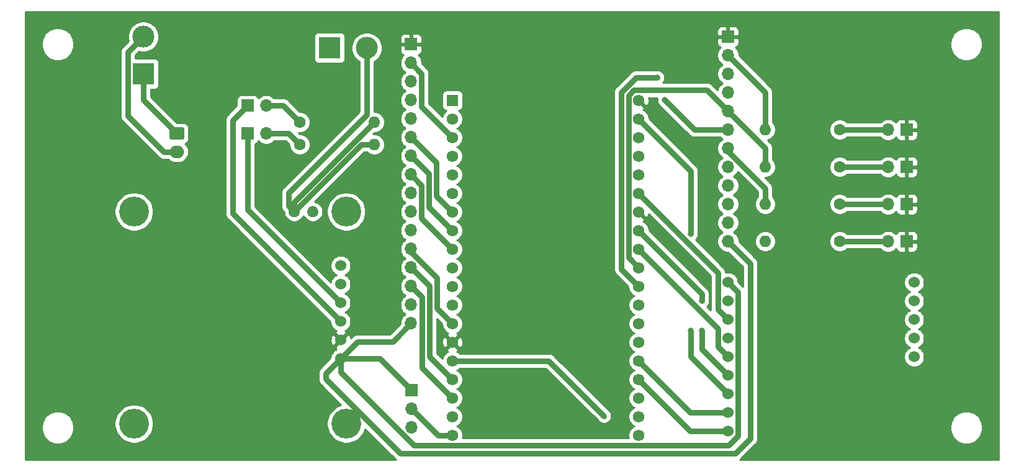
<source format=gtl>
G04 #@! TF.GenerationSoftware,KiCad,Pcbnew,5.1.6-c6e7f7d~87~ubuntu20.04.1*
G04 #@! TF.CreationDate,2020-08-06T14:28:34-04:00*
G04 #@! TF.ProjectId,Onboard_Gateway,4f6e626f-6172-4645-9f47-617465776179,Leonardo Ward*
G04 #@! TF.SameCoordinates,Original*
G04 #@! TF.FileFunction,Copper,L1,Top*
G04 #@! TF.FilePolarity,Positive*
%FSLAX46Y46*%
G04 Gerber Fmt 4.6, Leading zero omitted, Abs format (unit mm)*
G04 Created by KiCad (PCBNEW 5.1.6-c6e7f7d~87~ubuntu20.04.1) date 2020-08-06 14:28:34*
%MOMM*%
%LPD*%
G01*
G04 APERTURE LIST*
G04 #@! TA.AperFunction,ComponentPad*
%ADD10C,0.100000*%
G04 #@! TD*
G04 #@! TA.AperFunction,ComponentPad*
%ADD11C,1.524000*%
G04 #@! TD*
G04 #@! TA.AperFunction,ComponentPad*
%ADD12C,4.064000*%
G04 #@! TD*
G04 #@! TA.AperFunction,ComponentPad*
%ADD13R,1.700000X1.700000*%
G04 #@! TD*
G04 #@! TA.AperFunction,ComponentPad*
%ADD14O,1.700000X1.700000*%
G04 #@! TD*
G04 #@! TA.AperFunction,ComponentPad*
%ADD15R,3.000000X3.000000*%
G04 #@! TD*
G04 #@! TA.AperFunction,ComponentPad*
%ADD16C,3.000000*%
G04 #@! TD*
G04 #@! TA.AperFunction,ComponentPad*
%ADD17R,1.560000X1.560000*%
G04 #@! TD*
G04 #@! TA.AperFunction,ComponentPad*
%ADD18C,1.560000*%
G04 #@! TD*
G04 #@! TA.AperFunction,ComponentPad*
%ADD19O,2.000000X1.700000*%
G04 #@! TD*
G04 #@! TA.AperFunction,ComponentPad*
%ADD20O,1.600000X1.600000*%
G04 #@! TD*
G04 #@! TA.AperFunction,ComponentPad*
%ADD21C,1.600000*%
G04 #@! TD*
G04 #@! TA.AperFunction,ViaPad*
%ADD22C,0.800000*%
G04 #@! TD*
G04 #@! TA.AperFunction,Conductor*
%ADD23C,0.800000*%
G04 #@! TD*
G04 #@! TA.AperFunction,Conductor*
%ADD24C,0.254000*%
G04 #@! TD*
G04 APERTURE END LIST*
G04 #@! TA.AperFunction,ComponentPad*
D10*
G36*
X133969809Y-91194247D02*
G01*
X134043151Y-91208836D01*
X134114710Y-91230543D01*
X134183797Y-91259160D01*
X134249746Y-91294411D01*
X134311923Y-91335956D01*
X134369728Y-91383395D01*
X134422605Y-91436272D01*
X134470044Y-91494077D01*
X134511589Y-91556254D01*
X134546840Y-91622203D01*
X134575457Y-91691290D01*
X134597164Y-91762849D01*
X134611753Y-91836191D01*
X134619082Y-91910610D01*
X134619082Y-91985390D01*
X134611753Y-92059809D01*
X134597164Y-92133151D01*
X134575457Y-92204710D01*
X134546840Y-92273797D01*
X134511589Y-92339746D01*
X134470044Y-92401923D01*
X134422605Y-92459728D01*
X134369728Y-92512605D01*
X134311923Y-92560044D01*
X134249746Y-92601589D01*
X134183797Y-92636840D01*
X134114710Y-92665457D01*
X134043151Y-92687164D01*
X133969809Y-92701753D01*
X133895390Y-92709082D01*
X133820610Y-92709082D01*
X133746191Y-92701753D01*
X133672849Y-92687164D01*
X133601290Y-92665457D01*
X133532203Y-92636840D01*
X133466254Y-92601589D01*
X133404077Y-92560044D01*
X133346272Y-92512605D01*
X133293395Y-92459728D01*
X133245956Y-92401923D01*
X133204411Y-92339746D01*
X133169160Y-92273797D01*
X133140543Y-92204710D01*
X133118836Y-92133151D01*
X133104247Y-92059809D01*
X133096918Y-91985390D01*
X133096918Y-91910610D01*
X133104247Y-91836191D01*
X133118836Y-91762849D01*
X133140543Y-91691290D01*
X133169160Y-91622203D01*
X133204411Y-91556254D01*
X133245956Y-91494077D01*
X133293395Y-91436272D01*
X133346272Y-91383395D01*
X133404077Y-91335956D01*
X133466254Y-91294411D01*
X133532203Y-91259160D01*
X133601290Y-91230543D01*
X133672849Y-91208836D01*
X133746191Y-91194247D01*
X133820610Y-91186918D01*
X133895390Y-91186918D01*
X133969809Y-91194247D01*
G37*
G04 #@! TD.AperFunction*
G04 #@! TA.AperFunction,ComponentPad*
G36*
X136509809Y-91194247D02*
G01*
X136583151Y-91208836D01*
X136654710Y-91230543D01*
X136723797Y-91259160D01*
X136789746Y-91294411D01*
X136851923Y-91335956D01*
X136909728Y-91383395D01*
X136962605Y-91436272D01*
X137010044Y-91494077D01*
X137051589Y-91556254D01*
X137086840Y-91622203D01*
X137115457Y-91691290D01*
X137137164Y-91762849D01*
X137151753Y-91836191D01*
X137159082Y-91910610D01*
X137159082Y-91985390D01*
X137151753Y-92059809D01*
X137137164Y-92133151D01*
X137115457Y-92204710D01*
X137086840Y-92273797D01*
X137051589Y-92339746D01*
X137010044Y-92401923D01*
X136962605Y-92459728D01*
X136909728Y-92512605D01*
X136851923Y-92560044D01*
X136789746Y-92601589D01*
X136723797Y-92636840D01*
X136654710Y-92665457D01*
X136583151Y-92687164D01*
X136509809Y-92701753D01*
X136435390Y-92709082D01*
X136360610Y-92709082D01*
X136286191Y-92701753D01*
X136212849Y-92687164D01*
X136141290Y-92665457D01*
X136072203Y-92636840D01*
X136006254Y-92601589D01*
X135944077Y-92560044D01*
X135886272Y-92512605D01*
X135833395Y-92459728D01*
X135785956Y-92401923D01*
X135744411Y-92339746D01*
X135709160Y-92273797D01*
X135680543Y-92204710D01*
X135658836Y-92133151D01*
X135644247Y-92059809D01*
X135636918Y-91985390D01*
X135636918Y-91910610D01*
X135644247Y-91836191D01*
X135658836Y-91762849D01*
X135680543Y-91691290D01*
X135709160Y-91622203D01*
X135744411Y-91556254D01*
X135785956Y-91494077D01*
X135833395Y-91436272D01*
X135886272Y-91383395D01*
X135944077Y-91335956D01*
X136006254Y-91294411D01*
X136072203Y-91259160D01*
X136141290Y-91230543D01*
X136212849Y-91208836D01*
X136286191Y-91194247D01*
X136360610Y-91186918D01*
X136435390Y-91186918D01*
X136509809Y-91194247D01*
G37*
G04 #@! TD.AperFunction*
D11*
X140208000Y-99314000D03*
X140208000Y-101854000D03*
X140208000Y-104394000D03*
X140208000Y-106934000D03*
X140208000Y-109474000D03*
X140208000Y-112014000D03*
D12*
X112014000Y-91948000D03*
X112014000Y-120904000D03*
X140970000Y-120904000D03*
X140970000Y-91948000D03*
D11*
X193040000Y-101600000D03*
X193040000Y-104140000D03*
X193040000Y-106680000D03*
X193040000Y-109220000D03*
X193040000Y-111760000D03*
X193040000Y-114300000D03*
X193040000Y-116840000D03*
X193040000Y-119380000D03*
X193040000Y-121920000D03*
X218440000Y-111760000D03*
X218440000Y-109220000D03*
X218440000Y-106680000D03*
X218440000Y-104140000D03*
X218440000Y-101600000D03*
D13*
X127508000Y-81280000D03*
D14*
X130048000Y-81280000D03*
D13*
X127508000Y-77470000D03*
D14*
X130048000Y-77470000D03*
D13*
X149860000Y-116332000D03*
D14*
X149860000Y-118872000D03*
X149860000Y-121412000D03*
D15*
X113284000Y-73152000D03*
D16*
X113284000Y-68072000D03*
D17*
X155448000Y-76760000D03*
D18*
X155448000Y-79300000D03*
X155448000Y-122480000D03*
X155448000Y-81840000D03*
X155448000Y-84380000D03*
X155448000Y-86920000D03*
X155448000Y-89460000D03*
X155448000Y-92000000D03*
X155448000Y-94540000D03*
X155448000Y-97080000D03*
X155448000Y-99620000D03*
X155448000Y-102160000D03*
X155448000Y-104700000D03*
X155448000Y-107240000D03*
X155448000Y-109780000D03*
X155448000Y-112320000D03*
X155448000Y-114860000D03*
X155448000Y-117400000D03*
X155448000Y-119940000D03*
X180848000Y-76760000D03*
X180848000Y-79300000D03*
X180848000Y-81840000D03*
X180848000Y-84380000D03*
X180848000Y-86920000D03*
X180848000Y-89460000D03*
X180848000Y-92000000D03*
X180848000Y-94540000D03*
X180848000Y-97080000D03*
X180848000Y-99620000D03*
X180848000Y-102160000D03*
X180848000Y-104700000D03*
X180848000Y-107240000D03*
X180848000Y-109780000D03*
X180848000Y-112320000D03*
X180848000Y-114860000D03*
X180848000Y-117400000D03*
X180848000Y-119940000D03*
X180848000Y-122480000D03*
G04 #@! TA.AperFunction,ComponentPad*
G36*
G01*
X117106000Y-80430000D02*
X118606000Y-80430000D01*
G75*
G02*
X118856000Y-80680000I0J-250000D01*
G01*
X118856000Y-81880000D01*
G75*
G02*
X118606000Y-82130000I-250000J0D01*
G01*
X117106000Y-82130000D01*
G75*
G02*
X116856000Y-81880000I0J250000D01*
G01*
X116856000Y-80680000D01*
G75*
G02*
X117106000Y-80430000I250000J0D01*
G01*
G37*
G04 #@! TD.AperFunction*
D19*
X117856000Y-83780000D03*
D15*
X138684000Y-69596000D03*
D16*
X143764000Y-69596000D03*
D20*
X144780000Y-79756000D03*
D21*
X134620000Y-79756000D03*
X134620000Y-82804000D03*
D20*
X144780000Y-82804000D03*
D13*
X149783800Y-69113400D03*
D14*
X149783800Y-71653400D03*
X149783800Y-74193400D03*
X149783800Y-76733400D03*
X149783800Y-79273400D03*
X149783800Y-81813400D03*
X149783800Y-84353400D03*
X149783800Y-86893400D03*
X149783800Y-89433400D03*
X149783800Y-91973400D03*
X149783800Y-94513400D03*
X149783800Y-97053400D03*
X149783800Y-99593400D03*
X149783800Y-102133400D03*
X149783800Y-104673400D03*
X149783800Y-107213400D03*
D13*
X193040000Y-68072000D03*
D14*
X193040000Y-70612000D03*
X193040000Y-73152000D03*
X193040000Y-75692000D03*
X193040000Y-78232000D03*
X193040000Y-80772000D03*
X193040000Y-83312000D03*
X193040000Y-85852000D03*
X193040000Y-88392000D03*
X193040000Y-90932000D03*
X193040000Y-93472000D03*
X193040000Y-96012000D03*
D13*
X217424000Y-80772000D03*
D14*
X214884000Y-80772000D03*
X214884000Y-85852000D03*
D13*
X217424000Y-85852000D03*
X217424000Y-96012000D03*
D14*
X214884000Y-96012000D03*
X214884000Y-90932000D03*
D13*
X217424000Y-90932000D03*
D20*
X198120000Y-80772000D03*
D21*
X208280000Y-80772000D03*
X208280000Y-85852000D03*
D20*
X198120000Y-85852000D03*
D21*
X208280000Y-96012000D03*
D20*
X198120000Y-96012000D03*
X198120000Y-90932000D03*
D21*
X208280000Y-90932000D03*
D22*
X187960000Y-108204000D03*
X187960000Y-94996000D03*
X189484000Y-108204000D03*
X189484000Y-104140000D03*
X183388000Y-73660000D03*
X184404000Y-76708000D03*
X176123600Y-119837200D03*
D23*
X143002000Y-82804000D02*
X144780000Y-82804000D01*
X133858000Y-91948000D02*
X143002000Y-82804000D01*
X133858000Y-90678000D02*
X144780000Y-79756000D01*
X133858000Y-91948000D02*
X133858000Y-90678000D01*
X133858000Y-91948000D02*
X133096000Y-91186000D01*
X133096000Y-91186000D02*
X133096000Y-89408000D01*
X133096000Y-89408000D02*
X143764000Y-78740000D01*
X143764000Y-78740000D02*
X143764000Y-69596000D01*
X116056000Y-83780000D02*
X117856000Y-83780000D01*
X111183999Y-70172001D02*
X111183999Y-78907999D01*
X111183999Y-78907999D02*
X116056000Y-83780000D01*
X113284000Y-68072000D02*
X111183999Y-70172001D01*
X113284000Y-76708000D02*
X117856000Y-81280000D01*
X113284000Y-73152000D02*
X113284000Y-76708000D01*
X127508000Y-91694000D02*
X127508000Y-81280000D01*
X140208000Y-104394000D02*
X127508000Y-91694000D01*
X133096000Y-81280000D02*
X134620000Y-82804000D01*
X130048000Y-81280000D02*
X133096000Y-81280000D01*
X140208000Y-106934000D02*
X125476000Y-92202000D01*
X125476000Y-79502000D02*
X127508000Y-77470000D01*
X125476000Y-92202000D02*
X125476000Y-79502000D01*
X132334000Y-77470000D02*
X134620000Y-79756000D01*
X130048000Y-77470000D02*
X132334000Y-77470000D01*
X145542000Y-112014000D02*
X149860000Y-116332000D01*
X140208000Y-112014000D02*
X145542000Y-112014000D01*
X194402001Y-102962001D02*
X193040000Y-101600000D01*
X194402001Y-122573761D02*
X194402001Y-102962001D01*
X193115761Y-123860001D02*
X194402001Y-122573761D01*
X150161999Y-123860001D02*
X193115761Y-123860001D01*
X140208000Y-113906002D02*
X150161999Y-123860001D01*
X140208000Y-112014000D02*
X140208000Y-113906002D01*
X140208000Y-112014000D02*
X138176000Y-114046000D01*
X138176000Y-114808000D02*
X148336000Y-124968000D01*
X138176000Y-114046000D02*
X138176000Y-114808000D01*
X148336000Y-124968000D02*
X194056000Y-124968000D01*
X194056000Y-124968000D02*
X196088000Y-122936000D01*
X196088000Y-99060000D02*
X193040000Y-96012000D01*
X196088000Y-122936000D02*
X196088000Y-99060000D01*
X140208000Y-112014000D02*
X142519400Y-109702600D01*
X147294600Y-109702600D02*
X149783800Y-107213400D01*
X142519400Y-109702600D02*
X147294600Y-109702600D01*
X187960000Y-111760000D02*
X187960000Y-108204000D01*
X193040000Y-116840000D02*
X187960000Y-111760000D01*
X187960000Y-86412000D02*
X180848000Y-79300000D01*
X187960000Y-94996000D02*
X187960000Y-86412000D01*
X189484000Y-110744000D02*
X189484000Y-108204000D01*
X193040000Y-114300000D02*
X189484000Y-110744000D01*
X189484000Y-103176000D02*
X180848000Y-94540000D01*
X189484000Y-104140000D02*
X189484000Y-103176000D01*
X191677999Y-110397999D02*
X191677999Y-107909999D01*
X191677999Y-107909999D02*
X180848000Y-97080000D01*
X193040000Y-111760000D02*
X191677999Y-110397999D01*
X187908000Y-119380000D02*
X180848000Y-112320000D01*
X193040000Y-119380000D02*
X187908000Y-119380000D01*
X191677999Y-100289999D02*
X180848000Y-89460000D01*
X191677999Y-105317999D02*
X191677999Y-100289999D01*
X193040000Y-106680000D02*
X191677999Y-105317999D01*
X187908000Y-121920000D02*
X180848000Y-114860000D01*
X193040000Y-121920000D02*
X187908000Y-121920000D01*
X153468000Y-122480000D02*
X149860000Y-118872000D01*
X155448000Y-122480000D02*
X153468000Y-122480000D01*
X151233801Y-73103401D02*
X149783800Y-71653400D01*
X151233801Y-77625801D02*
X151233801Y-73103401D01*
X155448000Y-81840000D02*
X151233801Y-77625801D01*
X153233821Y-85263421D02*
X149783800Y-81813400D01*
X153233821Y-89785821D02*
X153233821Y-85263421D01*
X155448000Y-92000000D02*
X153233821Y-89785821D01*
X152233811Y-86803411D02*
X149783800Y-84353400D01*
X152233811Y-91325811D02*
X152233811Y-86803411D01*
X155448000Y-94540000D02*
X152233811Y-91325811D01*
X151233801Y-88343401D02*
X149783800Y-86893400D01*
X151233801Y-92865801D02*
X151233801Y-88343401D01*
X155448000Y-97080000D02*
X151233801Y-92865801D01*
X149783800Y-97447398D02*
X153310021Y-100973619D01*
X149783800Y-97053400D02*
X149783800Y-97447398D01*
X153310021Y-105102021D02*
X155448000Y-107240000D01*
X153310021Y-100973619D02*
X153310021Y-105102021D01*
X198120000Y-75692000D02*
X198120000Y-80772000D01*
X193040000Y-70612000D02*
X198120000Y-75692000D01*
X179467999Y-76097599D02*
X180185599Y-75379999D01*
X179467999Y-98239999D02*
X179467999Y-76097599D01*
X180848000Y-99620000D02*
X179467999Y-98239999D01*
X190187999Y-75379999D02*
X193040000Y-78232000D01*
X180185599Y-75379999D02*
X190187999Y-75379999D01*
X198120000Y-83312000D02*
X198120000Y-85852000D01*
X193040000Y-78232000D02*
X198120000Y-83312000D01*
X178467989Y-75683382D02*
X180491371Y-73660000D01*
X178467989Y-99779989D02*
X178467989Y-75683382D01*
X180848000Y-102160000D02*
X178467989Y-99779989D01*
X180491371Y-73660000D02*
X183388000Y-73660000D01*
X188468000Y-80772000D02*
X193040000Y-80772000D01*
X184404000Y-76708000D02*
X188468000Y-80772000D01*
X198120000Y-88785998D02*
X198120000Y-90932000D01*
X193040000Y-83705998D02*
X198120000Y-88785998D01*
X193040000Y-83312000D02*
X193040000Y-83705998D01*
X208280000Y-80772000D02*
X214884000Y-80772000D01*
X208280000Y-85852000D02*
X214884000Y-85852000D01*
X208280000Y-96012000D02*
X214884000Y-96012000D01*
X208280000Y-90932000D02*
X214884000Y-90932000D01*
X152310011Y-111722011D02*
X155448000Y-114860000D01*
X152310011Y-102119611D02*
X152310011Y-111722011D01*
X149783800Y-99593400D02*
X152310011Y-102119611D01*
X151310001Y-113262001D02*
X155448000Y-117400000D01*
X151310001Y-103659601D02*
X151310001Y-113262001D01*
X149783800Y-102133400D02*
X151310001Y-103659601D01*
X168606400Y-112320000D02*
X155448000Y-112320000D01*
X176123600Y-119837200D02*
X168606400Y-112320000D01*
D24*
G36*
X229972001Y-125832000D02*
G01*
X194634691Y-125832000D01*
X194791396Y-125703396D01*
X194823807Y-125663903D01*
X196783908Y-123703803D01*
X196823396Y-123671396D01*
X196905789Y-123571000D01*
X196952734Y-123513798D01*
X197023175Y-123382010D01*
X197048841Y-123333993D01*
X197108024Y-123138895D01*
X197123000Y-122986838D01*
X197123000Y-122986836D01*
X197128007Y-122936000D01*
X197123000Y-122885165D01*
X197123000Y-121191872D01*
X223317000Y-121191872D01*
X223317000Y-121632128D01*
X223402890Y-122063925D01*
X223571369Y-122470669D01*
X223815962Y-122836729D01*
X224127271Y-123148038D01*
X224493331Y-123392631D01*
X224900075Y-123561110D01*
X225331872Y-123647000D01*
X225772128Y-123647000D01*
X226203925Y-123561110D01*
X226610669Y-123392631D01*
X226976729Y-123148038D01*
X227288038Y-122836729D01*
X227532631Y-122470669D01*
X227701110Y-122063925D01*
X227787000Y-121632128D01*
X227787000Y-121191872D01*
X227701110Y-120760075D01*
X227532631Y-120353331D01*
X227288038Y-119987271D01*
X226976729Y-119675962D01*
X226610669Y-119431369D01*
X226203925Y-119262890D01*
X225772128Y-119177000D01*
X225331872Y-119177000D01*
X224900075Y-119262890D01*
X224493331Y-119431369D01*
X224127271Y-119675962D01*
X223815962Y-119987271D01*
X223571369Y-120353331D01*
X223402890Y-120760075D01*
X223317000Y-121191872D01*
X197123000Y-121191872D01*
X197123000Y-101462408D01*
X217043000Y-101462408D01*
X217043000Y-101737592D01*
X217096686Y-102007490D01*
X217201995Y-102261727D01*
X217354880Y-102490535D01*
X217549465Y-102685120D01*
X217778273Y-102838005D01*
X217855515Y-102870000D01*
X217778273Y-102901995D01*
X217549465Y-103054880D01*
X217354880Y-103249465D01*
X217201995Y-103478273D01*
X217096686Y-103732510D01*
X217043000Y-104002408D01*
X217043000Y-104277592D01*
X217096686Y-104547490D01*
X217201995Y-104801727D01*
X217354880Y-105030535D01*
X217549465Y-105225120D01*
X217778273Y-105378005D01*
X217855515Y-105410000D01*
X217778273Y-105441995D01*
X217549465Y-105594880D01*
X217354880Y-105789465D01*
X217201995Y-106018273D01*
X217096686Y-106272510D01*
X217043000Y-106542408D01*
X217043000Y-106817592D01*
X217096686Y-107087490D01*
X217201995Y-107341727D01*
X217354880Y-107570535D01*
X217549465Y-107765120D01*
X217778273Y-107918005D01*
X217855515Y-107950000D01*
X217778273Y-107981995D01*
X217549465Y-108134880D01*
X217354880Y-108329465D01*
X217201995Y-108558273D01*
X217096686Y-108812510D01*
X217043000Y-109082408D01*
X217043000Y-109357592D01*
X217096686Y-109627490D01*
X217201995Y-109881727D01*
X217354880Y-110110535D01*
X217549465Y-110305120D01*
X217778273Y-110458005D01*
X217855515Y-110490000D01*
X217778273Y-110521995D01*
X217549465Y-110674880D01*
X217354880Y-110869465D01*
X217201995Y-111098273D01*
X217096686Y-111352510D01*
X217043000Y-111622408D01*
X217043000Y-111897592D01*
X217096686Y-112167490D01*
X217201995Y-112421727D01*
X217354880Y-112650535D01*
X217549465Y-112845120D01*
X217778273Y-112998005D01*
X218032510Y-113103314D01*
X218302408Y-113157000D01*
X218577592Y-113157000D01*
X218847490Y-113103314D01*
X219101727Y-112998005D01*
X219330535Y-112845120D01*
X219525120Y-112650535D01*
X219678005Y-112421727D01*
X219783314Y-112167490D01*
X219837000Y-111897592D01*
X219837000Y-111622408D01*
X219783314Y-111352510D01*
X219678005Y-111098273D01*
X219525120Y-110869465D01*
X219330535Y-110674880D01*
X219101727Y-110521995D01*
X219024485Y-110490000D01*
X219101727Y-110458005D01*
X219330535Y-110305120D01*
X219525120Y-110110535D01*
X219678005Y-109881727D01*
X219783314Y-109627490D01*
X219837000Y-109357592D01*
X219837000Y-109082408D01*
X219783314Y-108812510D01*
X219678005Y-108558273D01*
X219525120Y-108329465D01*
X219330535Y-108134880D01*
X219101727Y-107981995D01*
X219024485Y-107950000D01*
X219101727Y-107918005D01*
X219330535Y-107765120D01*
X219525120Y-107570535D01*
X219678005Y-107341727D01*
X219783314Y-107087490D01*
X219837000Y-106817592D01*
X219837000Y-106542408D01*
X219783314Y-106272510D01*
X219678005Y-106018273D01*
X219525120Y-105789465D01*
X219330535Y-105594880D01*
X219101727Y-105441995D01*
X219024485Y-105410000D01*
X219101727Y-105378005D01*
X219330535Y-105225120D01*
X219525120Y-105030535D01*
X219678005Y-104801727D01*
X219783314Y-104547490D01*
X219837000Y-104277592D01*
X219837000Y-104002408D01*
X219783314Y-103732510D01*
X219678005Y-103478273D01*
X219525120Y-103249465D01*
X219330535Y-103054880D01*
X219101727Y-102901995D01*
X219024485Y-102870000D01*
X219101727Y-102838005D01*
X219330535Y-102685120D01*
X219525120Y-102490535D01*
X219678005Y-102261727D01*
X219783314Y-102007490D01*
X219837000Y-101737592D01*
X219837000Y-101462408D01*
X219783314Y-101192510D01*
X219678005Y-100938273D01*
X219525120Y-100709465D01*
X219330535Y-100514880D01*
X219101727Y-100361995D01*
X218847490Y-100256686D01*
X218577592Y-100203000D01*
X218302408Y-100203000D01*
X218032510Y-100256686D01*
X217778273Y-100361995D01*
X217549465Y-100514880D01*
X217354880Y-100709465D01*
X217201995Y-100938273D01*
X217096686Y-101192510D01*
X217043000Y-101462408D01*
X197123000Y-101462408D01*
X197123000Y-99110835D01*
X197128007Y-99060000D01*
X197115785Y-98935906D01*
X197108024Y-98857105D01*
X197048841Y-98662007D01*
X196982772Y-98538400D01*
X196952734Y-98482202D01*
X196855803Y-98364092D01*
X196823396Y-98324604D01*
X196783908Y-98292197D01*
X194525000Y-96033290D01*
X194525000Y-95870665D01*
X196685000Y-95870665D01*
X196685000Y-96153335D01*
X196740147Y-96430574D01*
X196848320Y-96691727D01*
X197005363Y-96926759D01*
X197205241Y-97126637D01*
X197440273Y-97283680D01*
X197701426Y-97391853D01*
X197978665Y-97447000D01*
X198261335Y-97447000D01*
X198538574Y-97391853D01*
X198799727Y-97283680D01*
X199034759Y-97126637D01*
X199234637Y-96926759D01*
X199391680Y-96691727D01*
X199499853Y-96430574D01*
X199555000Y-96153335D01*
X199555000Y-95870665D01*
X206845000Y-95870665D01*
X206845000Y-96153335D01*
X206900147Y-96430574D01*
X207008320Y-96691727D01*
X207165363Y-96926759D01*
X207365241Y-97126637D01*
X207600273Y-97283680D01*
X207861426Y-97391853D01*
X208138665Y-97447000D01*
X208421335Y-97447000D01*
X208698574Y-97391853D01*
X208959727Y-97283680D01*
X209194759Y-97126637D01*
X209274396Y-97047000D01*
X213818893Y-97047000D01*
X213937368Y-97165475D01*
X214180589Y-97327990D01*
X214450842Y-97439932D01*
X214737740Y-97497000D01*
X215030260Y-97497000D01*
X215317158Y-97439932D01*
X215587411Y-97327990D01*
X215830632Y-97165475D01*
X215962487Y-97033620D01*
X215984498Y-97106180D01*
X216043463Y-97216494D01*
X216122815Y-97313185D01*
X216219506Y-97392537D01*
X216329820Y-97451502D01*
X216449518Y-97487812D01*
X216574000Y-97500072D01*
X217138250Y-97497000D01*
X217297000Y-97338250D01*
X217297000Y-96139000D01*
X217551000Y-96139000D01*
X217551000Y-97338250D01*
X217709750Y-97497000D01*
X218274000Y-97500072D01*
X218398482Y-97487812D01*
X218518180Y-97451502D01*
X218628494Y-97392537D01*
X218725185Y-97313185D01*
X218804537Y-97216494D01*
X218863502Y-97106180D01*
X218899812Y-96986482D01*
X218912072Y-96862000D01*
X218909000Y-96297750D01*
X218750250Y-96139000D01*
X217551000Y-96139000D01*
X217297000Y-96139000D01*
X217277000Y-96139000D01*
X217277000Y-95885000D01*
X217297000Y-95885000D01*
X217297000Y-94685750D01*
X217551000Y-94685750D01*
X217551000Y-95885000D01*
X218750250Y-95885000D01*
X218909000Y-95726250D01*
X218912072Y-95162000D01*
X218899812Y-95037518D01*
X218863502Y-94917820D01*
X218804537Y-94807506D01*
X218725185Y-94710815D01*
X218628494Y-94631463D01*
X218518180Y-94572498D01*
X218398482Y-94536188D01*
X218274000Y-94523928D01*
X217709750Y-94527000D01*
X217551000Y-94685750D01*
X217297000Y-94685750D01*
X217138250Y-94527000D01*
X216574000Y-94523928D01*
X216449518Y-94536188D01*
X216329820Y-94572498D01*
X216219506Y-94631463D01*
X216122815Y-94710815D01*
X216043463Y-94807506D01*
X215984498Y-94917820D01*
X215962487Y-94990380D01*
X215830632Y-94858525D01*
X215587411Y-94696010D01*
X215317158Y-94584068D01*
X215030260Y-94527000D01*
X214737740Y-94527000D01*
X214450842Y-94584068D01*
X214180589Y-94696010D01*
X213937368Y-94858525D01*
X213818893Y-94977000D01*
X209274396Y-94977000D01*
X209194759Y-94897363D01*
X208959727Y-94740320D01*
X208698574Y-94632147D01*
X208421335Y-94577000D01*
X208138665Y-94577000D01*
X207861426Y-94632147D01*
X207600273Y-94740320D01*
X207365241Y-94897363D01*
X207165363Y-95097241D01*
X207008320Y-95332273D01*
X206900147Y-95593426D01*
X206845000Y-95870665D01*
X199555000Y-95870665D01*
X199499853Y-95593426D01*
X199391680Y-95332273D01*
X199234637Y-95097241D01*
X199034759Y-94897363D01*
X198799727Y-94740320D01*
X198538574Y-94632147D01*
X198261335Y-94577000D01*
X197978665Y-94577000D01*
X197701426Y-94632147D01*
X197440273Y-94740320D01*
X197205241Y-94897363D01*
X197005363Y-95097241D01*
X196848320Y-95332273D01*
X196740147Y-95593426D01*
X196685000Y-95870665D01*
X194525000Y-95870665D01*
X194525000Y-95865740D01*
X194467932Y-95578842D01*
X194355990Y-95308589D01*
X194193475Y-95065368D01*
X193986632Y-94858525D01*
X193812240Y-94742000D01*
X193986632Y-94625475D01*
X194193475Y-94418632D01*
X194355990Y-94175411D01*
X194467932Y-93905158D01*
X194525000Y-93618260D01*
X194525000Y-93325740D01*
X194467932Y-93038842D01*
X194355990Y-92768589D01*
X194193475Y-92525368D01*
X193986632Y-92318525D01*
X193812240Y-92202000D01*
X193986632Y-92085475D01*
X194193475Y-91878632D01*
X194355990Y-91635411D01*
X194467932Y-91365158D01*
X194525000Y-91078260D01*
X194525000Y-90785740D01*
X194467932Y-90498842D01*
X194355990Y-90228589D01*
X194193475Y-89985368D01*
X193986632Y-89778525D01*
X193812240Y-89662000D01*
X193986632Y-89545475D01*
X194193475Y-89338632D01*
X194355990Y-89095411D01*
X194467932Y-88825158D01*
X194525000Y-88538260D01*
X194525000Y-88245740D01*
X194467932Y-87958842D01*
X194355990Y-87688589D01*
X194193475Y-87445368D01*
X193986632Y-87238525D01*
X193812240Y-87122000D01*
X193986632Y-87005475D01*
X194193475Y-86798632D01*
X194355990Y-86555411D01*
X194376408Y-86506117D01*
X197085000Y-89214709D01*
X197085001Y-89937603D01*
X197005363Y-90017241D01*
X196848320Y-90252273D01*
X196740147Y-90513426D01*
X196685000Y-90790665D01*
X196685000Y-91073335D01*
X196740147Y-91350574D01*
X196848320Y-91611727D01*
X197005363Y-91846759D01*
X197205241Y-92046637D01*
X197440273Y-92203680D01*
X197701426Y-92311853D01*
X197978665Y-92367000D01*
X198261335Y-92367000D01*
X198538574Y-92311853D01*
X198799727Y-92203680D01*
X199034759Y-92046637D01*
X199234637Y-91846759D01*
X199391680Y-91611727D01*
X199499853Y-91350574D01*
X199555000Y-91073335D01*
X199555000Y-90790665D01*
X206845000Y-90790665D01*
X206845000Y-91073335D01*
X206900147Y-91350574D01*
X207008320Y-91611727D01*
X207165363Y-91846759D01*
X207365241Y-92046637D01*
X207600273Y-92203680D01*
X207861426Y-92311853D01*
X208138665Y-92367000D01*
X208421335Y-92367000D01*
X208698574Y-92311853D01*
X208959727Y-92203680D01*
X209194759Y-92046637D01*
X209274396Y-91967000D01*
X213818893Y-91967000D01*
X213937368Y-92085475D01*
X214180589Y-92247990D01*
X214450842Y-92359932D01*
X214737740Y-92417000D01*
X215030260Y-92417000D01*
X215317158Y-92359932D01*
X215587411Y-92247990D01*
X215830632Y-92085475D01*
X215962487Y-91953620D01*
X215984498Y-92026180D01*
X216043463Y-92136494D01*
X216122815Y-92233185D01*
X216219506Y-92312537D01*
X216329820Y-92371502D01*
X216449518Y-92407812D01*
X216574000Y-92420072D01*
X217138250Y-92417000D01*
X217297000Y-92258250D01*
X217297000Y-91059000D01*
X217551000Y-91059000D01*
X217551000Y-92258250D01*
X217709750Y-92417000D01*
X218274000Y-92420072D01*
X218398482Y-92407812D01*
X218518180Y-92371502D01*
X218628494Y-92312537D01*
X218725185Y-92233185D01*
X218804537Y-92136494D01*
X218863502Y-92026180D01*
X218899812Y-91906482D01*
X218912072Y-91782000D01*
X218909000Y-91217750D01*
X218750250Y-91059000D01*
X217551000Y-91059000D01*
X217297000Y-91059000D01*
X217277000Y-91059000D01*
X217277000Y-90805000D01*
X217297000Y-90805000D01*
X217297000Y-89605750D01*
X217551000Y-89605750D01*
X217551000Y-90805000D01*
X218750250Y-90805000D01*
X218909000Y-90646250D01*
X218912072Y-90082000D01*
X218899812Y-89957518D01*
X218863502Y-89837820D01*
X218804537Y-89727506D01*
X218725185Y-89630815D01*
X218628494Y-89551463D01*
X218518180Y-89492498D01*
X218398482Y-89456188D01*
X218274000Y-89443928D01*
X217709750Y-89447000D01*
X217551000Y-89605750D01*
X217297000Y-89605750D01*
X217138250Y-89447000D01*
X216574000Y-89443928D01*
X216449518Y-89456188D01*
X216329820Y-89492498D01*
X216219506Y-89551463D01*
X216122815Y-89630815D01*
X216043463Y-89727506D01*
X215984498Y-89837820D01*
X215962487Y-89910380D01*
X215830632Y-89778525D01*
X215587411Y-89616010D01*
X215317158Y-89504068D01*
X215030260Y-89447000D01*
X214737740Y-89447000D01*
X214450842Y-89504068D01*
X214180589Y-89616010D01*
X213937368Y-89778525D01*
X213818893Y-89897000D01*
X209274396Y-89897000D01*
X209194759Y-89817363D01*
X208959727Y-89660320D01*
X208698574Y-89552147D01*
X208421335Y-89497000D01*
X208138665Y-89497000D01*
X207861426Y-89552147D01*
X207600273Y-89660320D01*
X207365241Y-89817363D01*
X207165363Y-90017241D01*
X207008320Y-90252273D01*
X206900147Y-90513426D01*
X206845000Y-90790665D01*
X199555000Y-90790665D01*
X199499853Y-90513426D01*
X199391680Y-90252273D01*
X199234637Y-90017241D01*
X199155000Y-89937604D01*
X199155000Y-88836833D01*
X199160007Y-88785998D01*
X199155000Y-88735160D01*
X199140024Y-88583103D01*
X199080841Y-88388005D01*
X198985370Y-88209390D01*
X198984734Y-88208200D01*
X198887803Y-88090090D01*
X198855396Y-88050602D01*
X198815908Y-88018195D01*
X198084713Y-87287000D01*
X198261335Y-87287000D01*
X198538574Y-87231853D01*
X198799727Y-87123680D01*
X199034759Y-86966637D01*
X199234637Y-86766759D01*
X199391680Y-86531727D01*
X199499853Y-86270574D01*
X199555000Y-85993335D01*
X199555000Y-85710665D01*
X206845000Y-85710665D01*
X206845000Y-85993335D01*
X206900147Y-86270574D01*
X207008320Y-86531727D01*
X207165363Y-86766759D01*
X207365241Y-86966637D01*
X207600273Y-87123680D01*
X207861426Y-87231853D01*
X208138665Y-87287000D01*
X208421335Y-87287000D01*
X208698574Y-87231853D01*
X208959727Y-87123680D01*
X209194759Y-86966637D01*
X209274396Y-86887000D01*
X213818893Y-86887000D01*
X213937368Y-87005475D01*
X214180589Y-87167990D01*
X214450842Y-87279932D01*
X214737740Y-87337000D01*
X215030260Y-87337000D01*
X215317158Y-87279932D01*
X215587411Y-87167990D01*
X215830632Y-87005475D01*
X215962487Y-86873620D01*
X215984498Y-86946180D01*
X216043463Y-87056494D01*
X216122815Y-87153185D01*
X216219506Y-87232537D01*
X216329820Y-87291502D01*
X216449518Y-87327812D01*
X216574000Y-87340072D01*
X217138250Y-87337000D01*
X217297000Y-87178250D01*
X217297000Y-85979000D01*
X217551000Y-85979000D01*
X217551000Y-87178250D01*
X217709750Y-87337000D01*
X218274000Y-87340072D01*
X218398482Y-87327812D01*
X218518180Y-87291502D01*
X218628494Y-87232537D01*
X218725185Y-87153185D01*
X218804537Y-87056494D01*
X218863502Y-86946180D01*
X218899812Y-86826482D01*
X218912072Y-86702000D01*
X218909000Y-86137750D01*
X218750250Y-85979000D01*
X217551000Y-85979000D01*
X217297000Y-85979000D01*
X217277000Y-85979000D01*
X217277000Y-85725000D01*
X217297000Y-85725000D01*
X217297000Y-84525750D01*
X217551000Y-84525750D01*
X217551000Y-85725000D01*
X218750250Y-85725000D01*
X218909000Y-85566250D01*
X218912072Y-85002000D01*
X218899812Y-84877518D01*
X218863502Y-84757820D01*
X218804537Y-84647506D01*
X218725185Y-84550815D01*
X218628494Y-84471463D01*
X218518180Y-84412498D01*
X218398482Y-84376188D01*
X218274000Y-84363928D01*
X217709750Y-84367000D01*
X217551000Y-84525750D01*
X217297000Y-84525750D01*
X217138250Y-84367000D01*
X216574000Y-84363928D01*
X216449518Y-84376188D01*
X216329820Y-84412498D01*
X216219506Y-84471463D01*
X216122815Y-84550815D01*
X216043463Y-84647506D01*
X215984498Y-84757820D01*
X215962487Y-84830380D01*
X215830632Y-84698525D01*
X215587411Y-84536010D01*
X215317158Y-84424068D01*
X215030260Y-84367000D01*
X214737740Y-84367000D01*
X214450842Y-84424068D01*
X214180589Y-84536010D01*
X213937368Y-84698525D01*
X213818893Y-84817000D01*
X209274396Y-84817000D01*
X209194759Y-84737363D01*
X208959727Y-84580320D01*
X208698574Y-84472147D01*
X208421335Y-84417000D01*
X208138665Y-84417000D01*
X207861426Y-84472147D01*
X207600273Y-84580320D01*
X207365241Y-84737363D01*
X207165363Y-84937241D01*
X207008320Y-85172273D01*
X206900147Y-85433426D01*
X206845000Y-85710665D01*
X199555000Y-85710665D01*
X199499853Y-85433426D01*
X199391680Y-85172273D01*
X199234637Y-84937241D01*
X199155000Y-84857604D01*
X199155000Y-83362835D01*
X199160007Y-83312000D01*
X199149193Y-83202202D01*
X199140024Y-83109105D01*
X199080841Y-82914007D01*
X199020352Y-82800840D01*
X198984734Y-82734202D01*
X198887803Y-82616092D01*
X198855396Y-82576604D01*
X198815908Y-82544197D01*
X198442646Y-82170935D01*
X198538574Y-82151853D01*
X198799727Y-82043680D01*
X199034759Y-81886637D01*
X199234637Y-81686759D01*
X199391680Y-81451727D01*
X199499853Y-81190574D01*
X199555000Y-80913335D01*
X199555000Y-80630665D01*
X206845000Y-80630665D01*
X206845000Y-80913335D01*
X206900147Y-81190574D01*
X207008320Y-81451727D01*
X207165363Y-81686759D01*
X207365241Y-81886637D01*
X207600273Y-82043680D01*
X207861426Y-82151853D01*
X208138665Y-82207000D01*
X208421335Y-82207000D01*
X208698574Y-82151853D01*
X208959727Y-82043680D01*
X209194759Y-81886637D01*
X209274396Y-81807000D01*
X213818893Y-81807000D01*
X213937368Y-81925475D01*
X214180589Y-82087990D01*
X214450842Y-82199932D01*
X214737740Y-82257000D01*
X215030260Y-82257000D01*
X215317158Y-82199932D01*
X215587411Y-82087990D01*
X215830632Y-81925475D01*
X215962487Y-81793620D01*
X215984498Y-81866180D01*
X216043463Y-81976494D01*
X216122815Y-82073185D01*
X216219506Y-82152537D01*
X216329820Y-82211502D01*
X216449518Y-82247812D01*
X216574000Y-82260072D01*
X217138250Y-82257000D01*
X217297000Y-82098250D01*
X217297000Y-80899000D01*
X217551000Y-80899000D01*
X217551000Y-82098250D01*
X217709750Y-82257000D01*
X218274000Y-82260072D01*
X218398482Y-82247812D01*
X218518180Y-82211502D01*
X218628494Y-82152537D01*
X218725185Y-82073185D01*
X218804537Y-81976494D01*
X218863502Y-81866180D01*
X218899812Y-81746482D01*
X218912072Y-81622000D01*
X218909000Y-81057750D01*
X218750250Y-80899000D01*
X217551000Y-80899000D01*
X217297000Y-80899000D01*
X217277000Y-80899000D01*
X217277000Y-80645000D01*
X217297000Y-80645000D01*
X217297000Y-79445750D01*
X217551000Y-79445750D01*
X217551000Y-80645000D01*
X218750250Y-80645000D01*
X218909000Y-80486250D01*
X218912072Y-79922000D01*
X218899812Y-79797518D01*
X218863502Y-79677820D01*
X218804537Y-79567506D01*
X218725185Y-79470815D01*
X218628494Y-79391463D01*
X218518180Y-79332498D01*
X218398482Y-79296188D01*
X218274000Y-79283928D01*
X217709750Y-79287000D01*
X217551000Y-79445750D01*
X217297000Y-79445750D01*
X217138250Y-79287000D01*
X216574000Y-79283928D01*
X216449518Y-79296188D01*
X216329820Y-79332498D01*
X216219506Y-79391463D01*
X216122815Y-79470815D01*
X216043463Y-79567506D01*
X215984498Y-79677820D01*
X215962487Y-79750380D01*
X215830632Y-79618525D01*
X215587411Y-79456010D01*
X215317158Y-79344068D01*
X215030260Y-79287000D01*
X214737740Y-79287000D01*
X214450842Y-79344068D01*
X214180589Y-79456010D01*
X213937368Y-79618525D01*
X213818893Y-79737000D01*
X209274396Y-79737000D01*
X209194759Y-79657363D01*
X208959727Y-79500320D01*
X208698574Y-79392147D01*
X208421335Y-79337000D01*
X208138665Y-79337000D01*
X207861426Y-79392147D01*
X207600273Y-79500320D01*
X207365241Y-79657363D01*
X207165363Y-79857241D01*
X207008320Y-80092273D01*
X206900147Y-80353426D01*
X206845000Y-80630665D01*
X199555000Y-80630665D01*
X199499853Y-80353426D01*
X199391680Y-80092273D01*
X199234637Y-79857241D01*
X199155000Y-79777604D01*
X199155000Y-75742835D01*
X199160007Y-75692000D01*
X199149261Y-75582894D01*
X199140024Y-75489105D01*
X199080841Y-75294007D01*
X198996790Y-75136758D01*
X198984734Y-75114202D01*
X198887803Y-74996092D01*
X198855396Y-74956604D01*
X198815908Y-74924197D01*
X194525000Y-70633290D01*
X194525000Y-70465740D01*
X194467932Y-70178842D01*
X194355990Y-69908589D01*
X194193475Y-69665368D01*
X194061620Y-69533513D01*
X194134180Y-69511502D01*
X194244494Y-69452537D01*
X194341185Y-69373185D01*
X194420537Y-69276494D01*
X194479502Y-69166180D01*
X194515812Y-69046482D01*
X194528072Y-68922000D01*
X194527778Y-68867872D01*
X223317000Y-68867872D01*
X223317000Y-69308128D01*
X223402890Y-69739925D01*
X223571369Y-70146669D01*
X223815962Y-70512729D01*
X224127271Y-70824038D01*
X224493331Y-71068631D01*
X224900075Y-71237110D01*
X225331872Y-71323000D01*
X225772128Y-71323000D01*
X226203925Y-71237110D01*
X226610669Y-71068631D01*
X226976729Y-70824038D01*
X227288038Y-70512729D01*
X227532631Y-70146669D01*
X227701110Y-69739925D01*
X227787000Y-69308128D01*
X227787000Y-68867872D01*
X227701110Y-68436075D01*
X227532631Y-68029331D01*
X227288038Y-67663271D01*
X226976729Y-67351962D01*
X226610669Y-67107369D01*
X226203925Y-66938890D01*
X225772128Y-66853000D01*
X225331872Y-66853000D01*
X224900075Y-66938890D01*
X224493331Y-67107369D01*
X224127271Y-67351962D01*
X223815962Y-67663271D01*
X223571369Y-68029331D01*
X223402890Y-68436075D01*
X223317000Y-68867872D01*
X194527778Y-68867872D01*
X194525000Y-68357750D01*
X194366250Y-68199000D01*
X193167000Y-68199000D01*
X193167000Y-68219000D01*
X192913000Y-68219000D01*
X192913000Y-68199000D01*
X191713750Y-68199000D01*
X191555000Y-68357750D01*
X191551928Y-68922000D01*
X191564188Y-69046482D01*
X191600498Y-69166180D01*
X191659463Y-69276494D01*
X191738815Y-69373185D01*
X191835506Y-69452537D01*
X191945820Y-69511502D01*
X192018380Y-69533513D01*
X191886525Y-69665368D01*
X191724010Y-69908589D01*
X191612068Y-70178842D01*
X191555000Y-70465740D01*
X191555000Y-70758260D01*
X191612068Y-71045158D01*
X191724010Y-71315411D01*
X191886525Y-71558632D01*
X192093368Y-71765475D01*
X192267760Y-71882000D01*
X192093368Y-71998525D01*
X191886525Y-72205368D01*
X191724010Y-72448589D01*
X191612068Y-72718842D01*
X191555000Y-73005740D01*
X191555000Y-73298260D01*
X191612068Y-73585158D01*
X191724010Y-73855411D01*
X191886525Y-74098632D01*
X192093368Y-74305475D01*
X192267760Y-74422000D01*
X192093368Y-74538525D01*
X191886525Y-74745368D01*
X191724010Y-74988589D01*
X191612068Y-75258842D01*
X191598544Y-75326833D01*
X190955806Y-74684096D01*
X190923395Y-74644603D01*
X190765796Y-74515265D01*
X190585992Y-74419158D01*
X190390894Y-74359975D01*
X190238837Y-74344999D01*
X190238827Y-74344999D01*
X190187999Y-74339993D01*
X190137171Y-74344999D01*
X184166712Y-74344999D01*
X184191937Y-74319774D01*
X184220328Y-74277284D01*
X184252734Y-74237797D01*
X184276814Y-74192746D01*
X184305205Y-74150256D01*
X184324762Y-74103042D01*
X184348841Y-74057993D01*
X184363669Y-74009113D01*
X184383226Y-73961898D01*
X184393196Y-73911777D01*
X184408024Y-73862895D01*
X184413031Y-73812057D01*
X184423000Y-73761939D01*
X184423000Y-73710838D01*
X184428007Y-73660000D01*
X184423000Y-73609162D01*
X184423000Y-73558061D01*
X184413031Y-73507943D01*
X184408024Y-73457105D01*
X184393196Y-73408223D01*
X184383226Y-73358102D01*
X184363669Y-73310887D01*
X184348841Y-73262007D01*
X184324762Y-73216958D01*
X184305205Y-73169744D01*
X184276814Y-73127254D01*
X184252734Y-73082203D01*
X184220328Y-73042716D01*
X184191937Y-73000226D01*
X184155803Y-72964092D01*
X184123396Y-72924604D01*
X184083908Y-72892197D01*
X184047774Y-72856063D01*
X184005284Y-72827672D01*
X183965797Y-72795266D01*
X183920746Y-72771186D01*
X183878256Y-72742795D01*
X183831042Y-72723238D01*
X183785993Y-72699159D01*
X183737113Y-72684331D01*
X183689898Y-72664774D01*
X183639777Y-72654804D01*
X183590895Y-72639976D01*
X183540057Y-72634969D01*
X183489939Y-72625000D01*
X180542198Y-72625000D01*
X180491370Y-72619994D01*
X180440542Y-72625000D01*
X180440533Y-72625000D01*
X180288476Y-72639976D01*
X180093378Y-72699159D01*
X180056554Y-72718842D01*
X179913573Y-72795266D01*
X179813481Y-72877410D01*
X179755975Y-72924604D01*
X179723568Y-72964092D01*
X177772081Y-74915580D01*
X177732594Y-74947986D01*
X177700187Y-74987474D01*
X177700186Y-74987475D01*
X177603255Y-75105585D01*
X177507149Y-75285389D01*
X177447966Y-75480487D01*
X177427983Y-75683382D01*
X177432990Y-75734220D01*
X177432989Y-99729161D01*
X177427983Y-99779989D01*
X177432989Y-99830817D01*
X177432989Y-99830826D01*
X177447965Y-99982883D01*
X177507148Y-100177981D01*
X177603255Y-100357786D01*
X177732593Y-100515385D01*
X177772086Y-100547796D01*
X179433000Y-102208711D01*
X179433000Y-102299365D01*
X179487377Y-102572740D01*
X179594043Y-102830254D01*
X179748897Y-103062010D01*
X179945990Y-103259103D01*
X180177746Y-103413957D01*
X180216477Y-103430000D01*
X180177746Y-103446043D01*
X179945990Y-103600897D01*
X179748897Y-103797990D01*
X179594043Y-104029746D01*
X179487377Y-104287260D01*
X179433000Y-104560635D01*
X179433000Y-104839365D01*
X179487377Y-105112740D01*
X179594043Y-105370254D01*
X179748897Y-105602010D01*
X179945990Y-105799103D01*
X180177746Y-105953957D01*
X180216477Y-105970000D01*
X180177746Y-105986043D01*
X179945990Y-106140897D01*
X179748897Y-106337990D01*
X179594043Y-106569746D01*
X179487377Y-106827260D01*
X179433000Y-107100635D01*
X179433000Y-107379365D01*
X179487377Y-107652740D01*
X179594043Y-107910254D01*
X179748897Y-108142010D01*
X179945990Y-108339103D01*
X180177746Y-108493957D01*
X180216477Y-108510000D01*
X180177746Y-108526043D01*
X179945990Y-108680897D01*
X179748897Y-108877990D01*
X179594043Y-109109746D01*
X179487377Y-109367260D01*
X179433000Y-109640635D01*
X179433000Y-109919365D01*
X179487377Y-110192740D01*
X179594043Y-110450254D01*
X179748897Y-110682010D01*
X179945990Y-110879103D01*
X180177746Y-111033957D01*
X180216477Y-111050000D01*
X180177746Y-111066043D01*
X179945990Y-111220897D01*
X179748897Y-111417990D01*
X179594043Y-111649746D01*
X179487377Y-111907260D01*
X179433000Y-112180635D01*
X179433000Y-112459365D01*
X179487377Y-112732740D01*
X179594043Y-112990254D01*
X179748897Y-113222010D01*
X179945990Y-113419103D01*
X180177746Y-113573957D01*
X180216477Y-113590000D01*
X180177746Y-113606043D01*
X179945990Y-113760897D01*
X179748897Y-113957990D01*
X179594043Y-114189746D01*
X179487377Y-114447260D01*
X179433000Y-114720635D01*
X179433000Y-114999365D01*
X179487377Y-115272740D01*
X179594043Y-115530254D01*
X179748897Y-115762010D01*
X179945990Y-115959103D01*
X180177746Y-116113957D01*
X180216477Y-116130000D01*
X180177746Y-116146043D01*
X179945990Y-116300897D01*
X179748897Y-116497990D01*
X179594043Y-116729746D01*
X179487377Y-116987260D01*
X179433000Y-117260635D01*
X179433000Y-117539365D01*
X179487377Y-117812740D01*
X179594043Y-118070254D01*
X179748897Y-118302010D01*
X179945990Y-118499103D01*
X180177746Y-118653957D01*
X180216477Y-118670000D01*
X180177746Y-118686043D01*
X179945990Y-118840897D01*
X179748897Y-119037990D01*
X179594043Y-119269746D01*
X179487377Y-119527260D01*
X179433000Y-119800635D01*
X179433000Y-120079365D01*
X179487377Y-120352740D01*
X179594043Y-120610254D01*
X179748897Y-120842010D01*
X179945990Y-121039103D01*
X180177746Y-121193957D01*
X180216477Y-121210000D01*
X180177746Y-121226043D01*
X179945990Y-121380897D01*
X179748897Y-121577990D01*
X179594043Y-121809746D01*
X179487377Y-122067260D01*
X179433000Y-122340635D01*
X179433000Y-122619365D01*
X179473903Y-122825001D01*
X156822097Y-122825001D01*
X156863000Y-122619365D01*
X156863000Y-122340635D01*
X156808623Y-122067260D01*
X156701957Y-121809746D01*
X156547103Y-121577990D01*
X156350010Y-121380897D01*
X156118254Y-121226043D01*
X156079523Y-121210000D01*
X156118254Y-121193957D01*
X156350010Y-121039103D01*
X156547103Y-120842010D01*
X156701957Y-120610254D01*
X156808623Y-120352740D01*
X156863000Y-120079365D01*
X156863000Y-119800635D01*
X156808623Y-119527260D01*
X156701957Y-119269746D01*
X156547103Y-119037990D01*
X156350010Y-118840897D01*
X156118254Y-118686043D01*
X156079523Y-118670000D01*
X156118254Y-118653957D01*
X156350010Y-118499103D01*
X156547103Y-118302010D01*
X156701957Y-118070254D01*
X156808623Y-117812740D01*
X156863000Y-117539365D01*
X156863000Y-117260635D01*
X156808623Y-116987260D01*
X156701957Y-116729746D01*
X156547103Y-116497990D01*
X156350010Y-116300897D01*
X156118254Y-116146043D01*
X156079523Y-116130000D01*
X156118254Y-116113957D01*
X156350010Y-115959103D01*
X156547103Y-115762010D01*
X156701957Y-115530254D01*
X156808623Y-115272740D01*
X156863000Y-114999365D01*
X156863000Y-114720635D01*
X156808623Y-114447260D01*
X156701957Y-114189746D01*
X156547103Y-113957990D01*
X156350010Y-113760897D01*
X156118254Y-113606043D01*
X156079523Y-113590000D01*
X156118254Y-113573957D01*
X156350010Y-113419103D01*
X156414113Y-113355000D01*
X168177690Y-113355000D01*
X175319663Y-120496974D01*
X175463826Y-120641137D01*
X175506312Y-120669525D01*
X175545802Y-120701934D01*
X175590856Y-120726016D01*
X175633344Y-120754405D01*
X175680559Y-120773962D01*
X175725606Y-120798040D01*
X175774481Y-120812866D01*
X175821702Y-120832426D01*
X175871829Y-120842397D01*
X175920704Y-120857223D01*
X175971534Y-120862229D01*
X176021661Y-120872200D01*
X176072771Y-120872200D01*
X176123599Y-120877206D01*
X176174427Y-120872200D01*
X176225539Y-120872200D01*
X176275668Y-120862229D01*
X176326494Y-120857223D01*
X176375366Y-120842398D01*
X176425498Y-120832426D01*
X176472723Y-120812865D01*
X176521593Y-120798040D01*
X176566636Y-120773964D01*
X176613856Y-120754405D01*
X176656348Y-120726013D01*
X176701397Y-120701934D01*
X176740881Y-120669530D01*
X176783374Y-120641137D01*
X176819516Y-120604995D01*
X176858995Y-120572595D01*
X176891395Y-120533116D01*
X176927537Y-120496974D01*
X176955930Y-120454481D01*
X176988334Y-120414997D01*
X177012413Y-120369948D01*
X177040805Y-120327456D01*
X177060364Y-120280236D01*
X177084440Y-120235193D01*
X177099265Y-120186323D01*
X177118826Y-120139098D01*
X177128798Y-120088966D01*
X177143623Y-120040094D01*
X177148629Y-119989268D01*
X177158600Y-119939139D01*
X177158600Y-119888027D01*
X177163606Y-119837199D01*
X177158600Y-119786371D01*
X177158600Y-119735261D01*
X177148629Y-119685134D01*
X177143623Y-119634304D01*
X177128797Y-119585429D01*
X177118826Y-119535302D01*
X177099266Y-119488081D01*
X177084440Y-119439206D01*
X177060362Y-119394159D01*
X177040805Y-119346944D01*
X177012416Y-119304456D01*
X176988334Y-119259402D01*
X176955925Y-119219912D01*
X176927537Y-119177426D01*
X176783374Y-119033263D01*
X169374207Y-111624097D01*
X169341796Y-111584604D01*
X169184197Y-111455266D01*
X169004393Y-111359159D01*
X168809295Y-111299976D01*
X168657238Y-111285000D01*
X168657228Y-111285000D01*
X168606400Y-111279994D01*
X168555572Y-111285000D01*
X156414113Y-111285000D01*
X156350010Y-111220897D01*
X156118254Y-111066043D01*
X156082475Y-111051223D01*
X156177655Y-111000349D01*
X156246816Y-110758421D01*
X155448000Y-109959605D01*
X154649184Y-110758421D01*
X154718345Y-111000349D01*
X154820279Y-111048425D01*
X154777746Y-111066043D01*
X154545990Y-111220897D01*
X154348897Y-111417990D01*
X154194043Y-111649746D01*
X154087377Y-111907260D01*
X154066073Y-112014363D01*
X153345011Y-111293301D01*
X153345011Y-109851303D01*
X154027943Y-109851303D01*
X154069140Y-110126972D01*
X154163325Y-110389308D01*
X154227651Y-110509655D01*
X154469579Y-110578816D01*
X155268395Y-109780000D01*
X155627605Y-109780000D01*
X156426421Y-110578816D01*
X156668349Y-110509655D01*
X156787248Y-110257557D01*
X156854681Y-109987106D01*
X156868057Y-109708697D01*
X156826860Y-109433028D01*
X156732675Y-109170692D01*
X156668349Y-109050345D01*
X156426421Y-108981184D01*
X155627605Y-109780000D01*
X155268395Y-109780000D01*
X154469579Y-108981184D01*
X154227651Y-109050345D01*
X154108752Y-109302443D01*
X154041319Y-109572894D01*
X154027943Y-109851303D01*
X153345011Y-109851303D01*
X153345011Y-106600721D01*
X154033000Y-107288711D01*
X154033000Y-107379365D01*
X154087377Y-107652740D01*
X154194043Y-107910254D01*
X154348897Y-108142010D01*
X154545990Y-108339103D01*
X154777746Y-108493957D01*
X154813525Y-108508777D01*
X154718345Y-108559651D01*
X154649184Y-108801579D01*
X155448000Y-109600395D01*
X156246816Y-108801579D01*
X156177655Y-108559651D01*
X156075721Y-108511575D01*
X156118254Y-108493957D01*
X156350010Y-108339103D01*
X156547103Y-108142010D01*
X156701957Y-107910254D01*
X156808623Y-107652740D01*
X156863000Y-107379365D01*
X156863000Y-107100635D01*
X156808623Y-106827260D01*
X156701957Y-106569746D01*
X156547103Y-106337990D01*
X156350010Y-106140897D01*
X156118254Y-105986043D01*
X156079523Y-105970000D01*
X156118254Y-105953957D01*
X156350010Y-105799103D01*
X156547103Y-105602010D01*
X156701957Y-105370254D01*
X156808623Y-105112740D01*
X156863000Y-104839365D01*
X156863000Y-104560635D01*
X156808623Y-104287260D01*
X156701957Y-104029746D01*
X156547103Y-103797990D01*
X156350010Y-103600897D01*
X156118254Y-103446043D01*
X156079523Y-103430000D01*
X156118254Y-103413957D01*
X156350010Y-103259103D01*
X156547103Y-103062010D01*
X156701957Y-102830254D01*
X156808623Y-102572740D01*
X156863000Y-102299365D01*
X156863000Y-102020635D01*
X156808623Y-101747260D01*
X156701957Y-101489746D01*
X156547103Y-101257990D01*
X156350010Y-101060897D01*
X156118254Y-100906043D01*
X156079523Y-100890000D01*
X156118254Y-100873957D01*
X156350010Y-100719103D01*
X156547103Y-100522010D01*
X156701957Y-100290254D01*
X156808623Y-100032740D01*
X156863000Y-99759365D01*
X156863000Y-99480635D01*
X156808623Y-99207260D01*
X156701957Y-98949746D01*
X156547103Y-98717990D01*
X156350010Y-98520897D01*
X156118254Y-98366043D01*
X156079523Y-98350000D01*
X156118254Y-98333957D01*
X156350010Y-98179103D01*
X156547103Y-97982010D01*
X156701957Y-97750254D01*
X156808623Y-97492740D01*
X156863000Y-97219365D01*
X156863000Y-96940635D01*
X156808623Y-96667260D01*
X156701957Y-96409746D01*
X156547103Y-96177990D01*
X156350010Y-95980897D01*
X156118254Y-95826043D01*
X156079523Y-95810000D01*
X156118254Y-95793957D01*
X156350010Y-95639103D01*
X156547103Y-95442010D01*
X156701957Y-95210254D01*
X156808623Y-94952740D01*
X156863000Y-94679365D01*
X156863000Y-94400635D01*
X156808623Y-94127260D01*
X156701957Y-93869746D01*
X156547103Y-93637990D01*
X156350010Y-93440897D01*
X156118254Y-93286043D01*
X156079523Y-93270000D01*
X156118254Y-93253957D01*
X156350010Y-93099103D01*
X156547103Y-92902010D01*
X156701957Y-92670254D01*
X156808623Y-92412740D01*
X156863000Y-92139365D01*
X156863000Y-91860635D01*
X156808623Y-91587260D01*
X156701957Y-91329746D01*
X156547103Y-91097990D01*
X156350010Y-90900897D01*
X156118254Y-90746043D01*
X156079523Y-90730000D01*
X156118254Y-90713957D01*
X156350010Y-90559103D01*
X156547103Y-90362010D01*
X156701957Y-90130254D01*
X156808623Y-89872740D01*
X156863000Y-89599365D01*
X156863000Y-89320635D01*
X156808623Y-89047260D01*
X156701957Y-88789746D01*
X156547103Y-88557990D01*
X156350010Y-88360897D01*
X156118254Y-88206043D01*
X156079523Y-88190000D01*
X156118254Y-88173957D01*
X156350010Y-88019103D01*
X156547103Y-87822010D01*
X156701957Y-87590254D01*
X156808623Y-87332740D01*
X156863000Y-87059365D01*
X156863000Y-86780635D01*
X156808623Y-86507260D01*
X156701957Y-86249746D01*
X156547103Y-86017990D01*
X156350010Y-85820897D01*
X156118254Y-85666043D01*
X156079523Y-85650000D01*
X156118254Y-85633957D01*
X156350010Y-85479103D01*
X156547103Y-85282010D01*
X156701957Y-85050254D01*
X156808623Y-84792740D01*
X156863000Y-84519365D01*
X156863000Y-84240635D01*
X156808623Y-83967260D01*
X156701957Y-83709746D01*
X156547103Y-83477990D01*
X156350010Y-83280897D01*
X156118254Y-83126043D01*
X156079523Y-83110000D01*
X156118254Y-83093957D01*
X156350010Y-82939103D01*
X156547103Y-82742010D01*
X156701957Y-82510254D01*
X156808623Y-82252740D01*
X156863000Y-81979365D01*
X156863000Y-81700635D01*
X156808623Y-81427260D01*
X156701957Y-81169746D01*
X156547103Y-80937990D01*
X156350010Y-80740897D01*
X156118254Y-80586043D01*
X156079523Y-80570000D01*
X156118254Y-80553957D01*
X156350010Y-80399103D01*
X156547103Y-80202010D01*
X156701957Y-79970254D01*
X156808623Y-79712740D01*
X156863000Y-79439365D01*
X156863000Y-79160635D01*
X156808623Y-78887260D01*
X156701957Y-78629746D01*
X156547103Y-78397990D01*
X156350010Y-78200897D01*
X156304564Y-78170531D01*
X156352482Y-78165812D01*
X156472180Y-78129502D01*
X156582494Y-78070537D01*
X156679185Y-77991185D01*
X156758537Y-77894494D01*
X156817502Y-77784180D01*
X156853812Y-77664482D01*
X156866072Y-77540000D01*
X156866072Y-75980000D01*
X156853812Y-75855518D01*
X156817502Y-75735820D01*
X156758537Y-75625506D01*
X156679185Y-75528815D01*
X156582494Y-75449463D01*
X156472180Y-75390498D01*
X156352482Y-75354188D01*
X156228000Y-75341928D01*
X154668000Y-75341928D01*
X154543518Y-75354188D01*
X154423820Y-75390498D01*
X154313506Y-75449463D01*
X154216815Y-75528815D01*
X154137463Y-75625506D01*
X154078498Y-75735820D01*
X154042188Y-75855518D01*
X154029928Y-75980000D01*
X154029928Y-77540000D01*
X154042188Y-77664482D01*
X154078498Y-77784180D01*
X154137463Y-77894494D01*
X154216815Y-77991185D01*
X154313506Y-78070537D01*
X154423820Y-78129502D01*
X154543518Y-78165812D01*
X154591436Y-78170531D01*
X154545990Y-78200897D01*
X154348897Y-78397990D01*
X154194043Y-78629746D01*
X154087377Y-78887260D01*
X154066073Y-78994363D01*
X152268801Y-77197091D01*
X152268801Y-73154228D01*
X152273807Y-73103400D01*
X152268801Y-73052572D01*
X152268801Y-73052563D01*
X152253825Y-72900506D01*
X152194642Y-72705408D01*
X152148987Y-72619994D01*
X152098535Y-72525603D01*
X152001604Y-72407493D01*
X151969197Y-72368005D01*
X151929709Y-72335598D01*
X151268800Y-71674689D01*
X151268800Y-71507140D01*
X151211732Y-71220242D01*
X151099790Y-70949989D01*
X150937275Y-70706768D01*
X150805420Y-70574913D01*
X150877980Y-70552902D01*
X150988294Y-70493937D01*
X151084985Y-70414585D01*
X151164337Y-70317894D01*
X151223302Y-70207580D01*
X151259612Y-70087882D01*
X151271872Y-69963400D01*
X151268800Y-69399150D01*
X151110050Y-69240400D01*
X149910800Y-69240400D01*
X149910800Y-69260400D01*
X149656800Y-69260400D01*
X149656800Y-69240400D01*
X148457550Y-69240400D01*
X148298800Y-69399150D01*
X148295728Y-69963400D01*
X148307988Y-70087882D01*
X148344298Y-70207580D01*
X148403263Y-70317894D01*
X148482615Y-70414585D01*
X148579306Y-70493937D01*
X148689620Y-70552902D01*
X148762180Y-70574913D01*
X148630325Y-70706768D01*
X148467810Y-70949989D01*
X148355868Y-71220242D01*
X148298800Y-71507140D01*
X148298800Y-71799660D01*
X148355868Y-72086558D01*
X148467810Y-72356811D01*
X148630325Y-72600032D01*
X148837168Y-72806875D01*
X149011560Y-72923400D01*
X148837168Y-73039925D01*
X148630325Y-73246768D01*
X148467810Y-73489989D01*
X148355868Y-73760242D01*
X148298800Y-74047140D01*
X148298800Y-74339660D01*
X148355868Y-74626558D01*
X148467810Y-74896811D01*
X148630325Y-75140032D01*
X148837168Y-75346875D01*
X149011560Y-75463400D01*
X148837168Y-75579925D01*
X148630325Y-75786768D01*
X148467810Y-76029989D01*
X148355868Y-76300242D01*
X148298800Y-76587140D01*
X148298800Y-76879660D01*
X148355868Y-77166558D01*
X148467810Y-77436811D01*
X148630325Y-77680032D01*
X148837168Y-77886875D01*
X149011560Y-78003400D01*
X148837168Y-78119925D01*
X148630325Y-78326768D01*
X148467810Y-78569989D01*
X148355868Y-78840242D01*
X148298800Y-79127140D01*
X148298800Y-79419660D01*
X148355868Y-79706558D01*
X148467810Y-79976811D01*
X148630325Y-80220032D01*
X148837168Y-80426875D01*
X149011560Y-80543400D01*
X148837168Y-80659925D01*
X148630325Y-80866768D01*
X148467810Y-81109989D01*
X148355868Y-81380242D01*
X148298800Y-81667140D01*
X148298800Y-81959660D01*
X148355868Y-82246558D01*
X148467810Y-82516811D01*
X148630325Y-82760032D01*
X148837168Y-82966875D01*
X149011560Y-83083400D01*
X148837168Y-83199925D01*
X148630325Y-83406768D01*
X148467810Y-83649989D01*
X148355868Y-83920242D01*
X148298800Y-84207140D01*
X148298800Y-84499660D01*
X148355868Y-84786558D01*
X148467810Y-85056811D01*
X148630325Y-85300032D01*
X148837168Y-85506875D01*
X149011560Y-85623400D01*
X148837168Y-85739925D01*
X148630325Y-85946768D01*
X148467810Y-86189989D01*
X148355868Y-86460242D01*
X148298800Y-86747140D01*
X148298800Y-87039660D01*
X148355868Y-87326558D01*
X148467810Y-87596811D01*
X148630325Y-87840032D01*
X148837168Y-88046875D01*
X149011560Y-88163400D01*
X148837168Y-88279925D01*
X148630325Y-88486768D01*
X148467810Y-88729989D01*
X148355868Y-89000242D01*
X148298800Y-89287140D01*
X148298800Y-89579660D01*
X148355868Y-89866558D01*
X148467810Y-90136811D01*
X148630325Y-90380032D01*
X148837168Y-90586875D01*
X149011560Y-90703400D01*
X148837168Y-90819925D01*
X148630325Y-91026768D01*
X148467810Y-91269989D01*
X148355868Y-91540242D01*
X148298800Y-91827140D01*
X148298800Y-92119660D01*
X148355868Y-92406558D01*
X148467810Y-92676811D01*
X148630325Y-92920032D01*
X148837168Y-93126875D01*
X149011560Y-93243400D01*
X148837168Y-93359925D01*
X148630325Y-93566768D01*
X148467810Y-93809989D01*
X148355868Y-94080242D01*
X148298800Y-94367140D01*
X148298800Y-94659660D01*
X148355868Y-94946558D01*
X148467810Y-95216811D01*
X148630325Y-95460032D01*
X148837168Y-95666875D01*
X149011560Y-95783400D01*
X148837168Y-95899925D01*
X148630325Y-96106768D01*
X148467810Y-96349989D01*
X148355868Y-96620242D01*
X148298800Y-96907140D01*
X148298800Y-97199660D01*
X148355868Y-97486558D01*
X148467810Y-97756811D01*
X148630325Y-98000032D01*
X148837168Y-98206875D01*
X149011560Y-98323400D01*
X148837168Y-98439925D01*
X148630325Y-98646768D01*
X148467810Y-98889989D01*
X148355868Y-99160242D01*
X148298800Y-99447140D01*
X148298800Y-99739660D01*
X148355868Y-100026558D01*
X148467810Y-100296811D01*
X148630325Y-100540032D01*
X148837168Y-100746875D01*
X149011560Y-100863400D01*
X148837168Y-100979925D01*
X148630325Y-101186768D01*
X148467810Y-101429989D01*
X148355868Y-101700242D01*
X148298800Y-101987140D01*
X148298800Y-102279660D01*
X148355868Y-102566558D01*
X148467810Y-102836811D01*
X148630325Y-103080032D01*
X148837168Y-103286875D01*
X149011560Y-103403400D01*
X148837168Y-103519925D01*
X148630325Y-103726768D01*
X148467810Y-103969989D01*
X148355868Y-104240242D01*
X148298800Y-104527140D01*
X148298800Y-104819660D01*
X148355868Y-105106558D01*
X148467810Y-105376811D01*
X148630325Y-105620032D01*
X148837168Y-105826875D01*
X149011560Y-105943400D01*
X148837168Y-106059925D01*
X148630325Y-106266768D01*
X148467810Y-106509989D01*
X148355868Y-106780242D01*
X148298800Y-107067140D01*
X148298800Y-107234689D01*
X146865890Y-108667600D01*
X142570227Y-108667600D01*
X142519399Y-108662594D01*
X142468571Y-108667600D01*
X142468562Y-108667600D01*
X142316505Y-108682576D01*
X142121407Y-108741759D01*
X142059719Y-108774732D01*
X141941602Y-108837866D01*
X141829310Y-108930022D01*
X141784004Y-108967204D01*
X141751597Y-109006692D01*
X141576711Y-109181578D01*
X141568922Y-109129867D01*
X141475636Y-108870977D01*
X141413656Y-108755020D01*
X141173565Y-108688040D01*
X140387605Y-109474000D01*
X140401748Y-109488143D01*
X140222143Y-109667748D01*
X140208000Y-109653605D01*
X139422040Y-110439565D01*
X139489020Y-110679656D01*
X139624760Y-110743485D01*
X139546273Y-110775995D01*
X139317465Y-110928880D01*
X139122880Y-111123465D01*
X138969995Y-111352273D01*
X138864686Y-111606510D01*
X138811000Y-111876408D01*
X138811000Y-111947289D01*
X137480097Y-113278193D01*
X137440604Y-113310604D01*
X137311266Y-113468203D01*
X137215159Y-113648008D01*
X137155976Y-113843106D01*
X137141000Y-113995163D01*
X137141000Y-113995172D01*
X137135994Y-114046000D01*
X137141000Y-114096828D01*
X137141000Y-114757172D01*
X137135994Y-114808000D01*
X137141000Y-114858828D01*
X137141000Y-114858838D01*
X137151134Y-114961727D01*
X137155977Y-115010895D01*
X137215160Y-115205993D01*
X137311266Y-115385797D01*
X137402271Y-115496686D01*
X137440605Y-115543396D01*
X137480093Y-115575803D01*
X140235201Y-118330912D01*
X140192065Y-118339492D01*
X139706702Y-118540536D01*
X139269887Y-118832406D01*
X138898406Y-119203887D01*
X138606536Y-119640702D01*
X138405492Y-120126065D01*
X138303000Y-120641323D01*
X138303000Y-121166677D01*
X138405492Y-121681935D01*
X138606536Y-122167298D01*
X138898406Y-122604113D01*
X139269887Y-122975594D01*
X139706702Y-123267464D01*
X140192065Y-123468508D01*
X140707323Y-123571000D01*
X141232677Y-123571000D01*
X141747935Y-123468508D01*
X142233298Y-123267464D01*
X142670113Y-122975594D01*
X143041594Y-122604113D01*
X143333464Y-122167298D01*
X143534508Y-121681935D01*
X143543088Y-121638799D01*
X147568197Y-125663908D01*
X147600604Y-125703396D01*
X147640092Y-125735803D01*
X147757308Y-125832000D01*
X97180000Y-125832000D01*
X97180000Y-121191872D01*
X99365000Y-121191872D01*
X99365000Y-121632128D01*
X99450890Y-122063925D01*
X99619369Y-122470669D01*
X99863962Y-122836729D01*
X100175271Y-123148038D01*
X100541331Y-123392631D01*
X100948075Y-123561110D01*
X101379872Y-123647000D01*
X101820128Y-123647000D01*
X102251925Y-123561110D01*
X102658669Y-123392631D01*
X103024729Y-123148038D01*
X103336038Y-122836729D01*
X103580631Y-122470669D01*
X103749110Y-122063925D01*
X103835000Y-121632128D01*
X103835000Y-121191872D01*
X103749110Y-120760075D01*
X103699922Y-120641323D01*
X109347000Y-120641323D01*
X109347000Y-121166677D01*
X109449492Y-121681935D01*
X109650536Y-122167298D01*
X109942406Y-122604113D01*
X110313887Y-122975594D01*
X110750702Y-123267464D01*
X111236065Y-123468508D01*
X111751323Y-123571000D01*
X112276677Y-123571000D01*
X112791935Y-123468508D01*
X113277298Y-123267464D01*
X113714113Y-122975594D01*
X114085594Y-122604113D01*
X114377464Y-122167298D01*
X114578508Y-121681935D01*
X114681000Y-121166677D01*
X114681000Y-120641323D01*
X114578508Y-120126065D01*
X114377464Y-119640702D01*
X114085594Y-119203887D01*
X113714113Y-118832406D01*
X113277298Y-118540536D01*
X112791935Y-118339492D01*
X112276677Y-118237000D01*
X111751323Y-118237000D01*
X111236065Y-118339492D01*
X110750702Y-118540536D01*
X110313887Y-118832406D01*
X109942406Y-119203887D01*
X109650536Y-119640702D01*
X109449492Y-120126065D01*
X109347000Y-120641323D01*
X103699922Y-120641323D01*
X103580631Y-120353331D01*
X103336038Y-119987271D01*
X103024729Y-119675962D01*
X102658669Y-119431369D01*
X102251925Y-119262890D01*
X101820128Y-119177000D01*
X101379872Y-119177000D01*
X100948075Y-119262890D01*
X100541331Y-119431369D01*
X100175271Y-119675962D01*
X99863962Y-119987271D01*
X99619369Y-120353331D01*
X99450890Y-120760075D01*
X99365000Y-121191872D01*
X97180000Y-121191872D01*
X97180000Y-109546017D01*
X138806090Y-109546017D01*
X138847078Y-109818133D01*
X138940364Y-110077023D01*
X139002344Y-110192980D01*
X139242435Y-110259960D01*
X140028395Y-109474000D01*
X139242435Y-108688040D01*
X139002344Y-108755020D01*
X138885244Y-109004048D01*
X138818977Y-109271135D01*
X138806090Y-109546017D01*
X97180000Y-109546017D01*
X97180000Y-91685323D01*
X109347000Y-91685323D01*
X109347000Y-92210677D01*
X109449492Y-92725935D01*
X109650536Y-93211298D01*
X109942406Y-93648113D01*
X110313887Y-94019594D01*
X110750702Y-94311464D01*
X111236065Y-94512508D01*
X111751323Y-94615000D01*
X112276677Y-94615000D01*
X112791935Y-94512508D01*
X113277298Y-94311464D01*
X113714113Y-94019594D01*
X114085594Y-93648113D01*
X114377464Y-93211298D01*
X114578508Y-92725935D01*
X114681000Y-92210677D01*
X114681000Y-91685323D01*
X114578508Y-91170065D01*
X114377464Y-90684702D01*
X114085594Y-90247887D01*
X113714113Y-89876406D01*
X113277298Y-89584536D01*
X112791935Y-89383492D01*
X112276677Y-89281000D01*
X111751323Y-89281000D01*
X111236065Y-89383492D01*
X110750702Y-89584536D01*
X110313887Y-89876406D01*
X109942406Y-90247887D01*
X109650536Y-90684702D01*
X109449492Y-91170065D01*
X109347000Y-91685323D01*
X97180000Y-91685323D01*
X97180000Y-68867872D01*
X99365000Y-68867872D01*
X99365000Y-69308128D01*
X99450890Y-69739925D01*
X99619369Y-70146669D01*
X99863962Y-70512729D01*
X100175271Y-70824038D01*
X100541331Y-71068631D01*
X100948075Y-71237110D01*
X101379872Y-71323000D01*
X101820128Y-71323000D01*
X102251925Y-71237110D01*
X102658669Y-71068631D01*
X103024729Y-70824038D01*
X103336038Y-70512729D01*
X103563704Y-70172001D01*
X110143993Y-70172001D01*
X110148999Y-70222829D01*
X110149000Y-78857161D01*
X110143993Y-78907999D01*
X110163976Y-79110894D01*
X110223159Y-79305992D01*
X110319265Y-79485796D01*
X110416196Y-79603906D01*
X110448604Y-79643395D01*
X110488091Y-79675802D01*
X115288197Y-84475908D01*
X115320604Y-84515396D01*
X115360092Y-84547803D01*
X115478202Y-84644734D01*
X115554701Y-84685623D01*
X115658007Y-84740841D01*
X115853105Y-84800024D01*
X116005162Y-84815000D01*
X116005164Y-84815000D01*
X116056000Y-84820007D01*
X116106835Y-84815000D01*
X116634342Y-84815000D01*
X116650866Y-84835134D01*
X116876986Y-85020706D01*
X117134966Y-85158599D01*
X117414889Y-85243513D01*
X117633050Y-85265000D01*
X118078950Y-85265000D01*
X118297111Y-85243513D01*
X118577034Y-85158599D01*
X118835014Y-85020706D01*
X119061134Y-84835134D01*
X119246706Y-84609014D01*
X119384599Y-84351034D01*
X119469513Y-84071111D01*
X119498185Y-83780000D01*
X119469513Y-83488889D01*
X119384599Y-83208966D01*
X119246706Y-82950986D01*
X119061134Y-82724866D01*
X118997663Y-82672777D01*
X119099386Y-82618405D01*
X119233962Y-82507962D01*
X119344405Y-82373386D01*
X119426472Y-82219850D01*
X119477008Y-82053254D01*
X119494072Y-81880000D01*
X119494072Y-80680000D01*
X119477008Y-80506746D01*
X119426472Y-80340150D01*
X119344405Y-80186614D01*
X119233962Y-80052038D01*
X119099386Y-79941595D01*
X118945850Y-79859528D01*
X118779254Y-79808992D01*
X118606000Y-79791928D01*
X117831639Y-79791928D01*
X117541711Y-79502000D01*
X124435994Y-79502000D01*
X124441001Y-79552838D01*
X124441000Y-92151172D01*
X124435994Y-92202000D01*
X124441000Y-92252828D01*
X124441000Y-92252837D01*
X124455976Y-92404894D01*
X124515159Y-92599992D01*
X124611266Y-92779797D01*
X124740604Y-92937396D01*
X124780097Y-92969807D01*
X138811000Y-107000711D01*
X138811000Y-107071592D01*
X138864686Y-107341490D01*
X138969995Y-107595727D01*
X139122880Y-107824535D01*
X139317465Y-108019120D01*
X139546273Y-108172005D01*
X139617943Y-108201692D01*
X139604977Y-108206364D01*
X139489020Y-108268344D01*
X139422040Y-108508435D01*
X140208000Y-109294395D01*
X140993960Y-108508435D01*
X140926980Y-108268344D01*
X140791240Y-108204515D01*
X140869727Y-108172005D01*
X141098535Y-108019120D01*
X141293120Y-107824535D01*
X141446005Y-107595727D01*
X141551314Y-107341490D01*
X141605000Y-107071592D01*
X141605000Y-106796408D01*
X141551314Y-106526510D01*
X141446005Y-106272273D01*
X141293120Y-106043465D01*
X141098535Y-105848880D01*
X140869727Y-105695995D01*
X140792485Y-105664000D01*
X140869727Y-105632005D01*
X141098535Y-105479120D01*
X141293120Y-105284535D01*
X141446005Y-105055727D01*
X141551314Y-104801490D01*
X141605000Y-104531592D01*
X141605000Y-104256408D01*
X141551314Y-103986510D01*
X141446005Y-103732273D01*
X141293120Y-103503465D01*
X141098535Y-103308880D01*
X140869727Y-103155995D01*
X140792485Y-103124000D01*
X140869727Y-103092005D01*
X141098535Y-102939120D01*
X141293120Y-102744535D01*
X141446005Y-102515727D01*
X141551314Y-102261490D01*
X141605000Y-101991592D01*
X141605000Y-101716408D01*
X141551314Y-101446510D01*
X141446005Y-101192273D01*
X141293120Y-100963465D01*
X141098535Y-100768880D01*
X140869727Y-100615995D01*
X140792485Y-100584000D01*
X140869727Y-100552005D01*
X141098535Y-100399120D01*
X141293120Y-100204535D01*
X141446005Y-99975727D01*
X141551314Y-99721490D01*
X141605000Y-99451592D01*
X141605000Y-99176408D01*
X141551314Y-98906510D01*
X141446005Y-98652273D01*
X141293120Y-98423465D01*
X141098535Y-98228880D01*
X140869727Y-98075995D01*
X140615490Y-97970686D01*
X140345592Y-97917000D01*
X140070408Y-97917000D01*
X139800510Y-97970686D01*
X139546273Y-98075995D01*
X139317465Y-98228880D01*
X139122880Y-98423465D01*
X138969995Y-98652273D01*
X138864686Y-98906510D01*
X138811000Y-99176408D01*
X138811000Y-99451592D01*
X138864686Y-99721490D01*
X138969995Y-99975727D01*
X139122880Y-100204535D01*
X139317465Y-100399120D01*
X139546273Y-100552005D01*
X139623515Y-100584000D01*
X139546273Y-100615995D01*
X139317465Y-100768880D01*
X139122880Y-100963465D01*
X138969995Y-101192273D01*
X138864686Y-101446510D01*
X138841381Y-101563671D01*
X128543000Y-91265290D01*
X128543000Y-89408000D01*
X132055994Y-89408000D01*
X132061001Y-89458837D01*
X132061000Y-91135172D01*
X132055994Y-91186000D01*
X132061000Y-91236828D01*
X132061000Y-91236837D01*
X132075976Y-91388894D01*
X132135159Y-91583992D01*
X132231266Y-91763797D01*
X132360604Y-91921396D01*
X132400097Y-91953807D01*
X132461597Y-92015307D01*
X132461597Y-92022689D01*
X132473857Y-92147170D01*
X132502999Y-92293678D01*
X132539310Y-92413379D01*
X132596475Y-92551386D01*
X132655438Y-92661696D01*
X132738428Y-92785900D01*
X132817781Y-92882593D01*
X132923407Y-92988219D01*
X133020100Y-93067572D01*
X133144304Y-93150562D01*
X133254614Y-93209525D01*
X133392621Y-93266690D01*
X133512322Y-93303001D01*
X133658830Y-93332143D01*
X133783311Y-93344403D01*
X133932689Y-93344403D01*
X134057170Y-93332143D01*
X134203678Y-93303001D01*
X134323379Y-93266690D01*
X134461386Y-93209525D01*
X134571696Y-93150562D01*
X134695900Y-93067572D01*
X134792593Y-92988219D01*
X134898219Y-92882593D01*
X134977572Y-92785900D01*
X135060562Y-92661696D01*
X135119525Y-92551386D01*
X135128000Y-92530926D01*
X135136475Y-92551386D01*
X135195438Y-92661696D01*
X135278428Y-92785900D01*
X135357781Y-92882593D01*
X135463407Y-92988219D01*
X135560100Y-93067572D01*
X135684304Y-93150562D01*
X135794614Y-93209525D01*
X135932621Y-93266690D01*
X136052322Y-93303001D01*
X136198830Y-93332143D01*
X136323311Y-93344403D01*
X136472689Y-93344403D01*
X136597170Y-93332143D01*
X136743678Y-93303001D01*
X136863379Y-93266690D01*
X137001386Y-93209525D01*
X137111696Y-93150562D01*
X137235900Y-93067572D01*
X137332593Y-92988219D01*
X137438219Y-92882593D01*
X137517572Y-92785900D01*
X137600562Y-92661696D01*
X137659525Y-92551386D01*
X137716690Y-92413379D01*
X137753001Y-92293678D01*
X137782143Y-92147170D01*
X137794403Y-92022689D01*
X137794403Y-91873311D01*
X137782143Y-91748830D01*
X137769511Y-91685323D01*
X138303000Y-91685323D01*
X138303000Y-92210677D01*
X138405492Y-92725935D01*
X138606536Y-93211298D01*
X138898406Y-93648113D01*
X139269887Y-94019594D01*
X139706702Y-94311464D01*
X140192065Y-94512508D01*
X140707323Y-94615000D01*
X141232677Y-94615000D01*
X141747935Y-94512508D01*
X142233298Y-94311464D01*
X142670113Y-94019594D01*
X143041594Y-93648113D01*
X143333464Y-93211298D01*
X143534508Y-92725935D01*
X143637000Y-92210677D01*
X143637000Y-91685323D01*
X143534508Y-91170065D01*
X143333464Y-90684702D01*
X143041594Y-90247887D01*
X142670113Y-89876406D01*
X142233298Y-89584536D01*
X141747935Y-89383492D01*
X141232677Y-89281000D01*
X140707323Y-89281000D01*
X140192065Y-89383492D01*
X139706702Y-89584536D01*
X139269887Y-89876406D01*
X138898406Y-90247887D01*
X138606536Y-90684702D01*
X138405492Y-91170065D01*
X138303000Y-91685323D01*
X137769511Y-91685323D01*
X137753001Y-91602322D01*
X137716690Y-91482621D01*
X137659525Y-91344614D01*
X137600562Y-91234304D01*
X137517572Y-91110100D01*
X137438219Y-91013407D01*
X137332593Y-90907781D01*
X137235900Y-90828428D01*
X137111696Y-90745438D01*
X137001386Y-90686475D01*
X136863379Y-90629310D01*
X136743678Y-90592999D01*
X136687822Y-90581889D01*
X143430711Y-83839000D01*
X143785604Y-83839000D01*
X143865241Y-83918637D01*
X144100273Y-84075680D01*
X144361426Y-84183853D01*
X144638665Y-84239000D01*
X144921335Y-84239000D01*
X145198574Y-84183853D01*
X145459727Y-84075680D01*
X145694759Y-83918637D01*
X145894637Y-83718759D01*
X146051680Y-83483727D01*
X146159853Y-83222574D01*
X146215000Y-82945335D01*
X146215000Y-82662665D01*
X146159853Y-82385426D01*
X146051680Y-82124273D01*
X145894637Y-81889241D01*
X145694759Y-81689363D01*
X145459727Y-81532320D01*
X145198574Y-81424147D01*
X144921335Y-81369000D01*
X144638665Y-81369000D01*
X144628736Y-81370975D01*
X144808711Y-81191000D01*
X144921335Y-81191000D01*
X145198574Y-81135853D01*
X145459727Y-81027680D01*
X145694759Y-80870637D01*
X145894637Y-80670759D01*
X146051680Y-80435727D01*
X146159853Y-80174574D01*
X146215000Y-79897335D01*
X146215000Y-79614665D01*
X146159853Y-79337426D01*
X146051680Y-79076273D01*
X145894637Y-78841241D01*
X145694759Y-78641363D01*
X145459727Y-78484320D01*
X145198574Y-78376147D01*
X144921335Y-78321000D01*
X144799000Y-78321000D01*
X144799000Y-71472178D01*
X145124983Y-71254363D01*
X145422363Y-70956983D01*
X145656012Y-70607302D01*
X145816953Y-70218756D01*
X145899000Y-69806279D01*
X145899000Y-69385721D01*
X145816953Y-68973244D01*
X145656012Y-68584698D01*
X145441328Y-68263400D01*
X148295728Y-68263400D01*
X148298800Y-68827650D01*
X148457550Y-68986400D01*
X149656800Y-68986400D01*
X149656800Y-67787150D01*
X149910800Y-67787150D01*
X149910800Y-68986400D01*
X151110050Y-68986400D01*
X151268800Y-68827650D01*
X151271872Y-68263400D01*
X151259612Y-68138918D01*
X151223302Y-68019220D01*
X151164337Y-67908906D01*
X151084985Y-67812215D01*
X150988294Y-67732863D01*
X150877980Y-67673898D01*
X150758282Y-67637588D01*
X150633800Y-67625328D01*
X150069550Y-67628400D01*
X149910800Y-67787150D01*
X149656800Y-67787150D01*
X149498050Y-67628400D01*
X148933800Y-67625328D01*
X148809318Y-67637588D01*
X148689620Y-67673898D01*
X148579306Y-67732863D01*
X148482615Y-67812215D01*
X148403263Y-67908906D01*
X148344298Y-68019220D01*
X148307988Y-68138918D01*
X148295728Y-68263400D01*
X145441328Y-68263400D01*
X145422363Y-68235017D01*
X145124983Y-67937637D01*
X144775302Y-67703988D01*
X144386756Y-67543047D01*
X143974279Y-67461000D01*
X143553721Y-67461000D01*
X143141244Y-67543047D01*
X142752698Y-67703988D01*
X142403017Y-67937637D01*
X142105637Y-68235017D01*
X141871988Y-68584698D01*
X141711047Y-68973244D01*
X141629000Y-69385721D01*
X141629000Y-69806279D01*
X141711047Y-70218756D01*
X141871988Y-70607302D01*
X142105637Y-70956983D01*
X142403017Y-71254363D01*
X142729001Y-71472178D01*
X142729000Y-78311289D01*
X132400093Y-88640197D01*
X132360605Y-88672604D01*
X132328198Y-88712092D01*
X132328197Y-88712093D01*
X132231266Y-88830203D01*
X132135160Y-89010007D01*
X132075977Y-89205105D01*
X132055994Y-89408000D01*
X128543000Y-89408000D01*
X128543000Y-82737454D01*
X128602180Y-82719502D01*
X128712494Y-82660537D01*
X128809185Y-82581185D01*
X128888537Y-82484494D01*
X128947502Y-82374180D01*
X128969513Y-82301620D01*
X129101368Y-82433475D01*
X129344589Y-82595990D01*
X129614842Y-82707932D01*
X129901740Y-82765000D01*
X130194260Y-82765000D01*
X130481158Y-82707932D01*
X130751411Y-82595990D01*
X130994632Y-82433475D01*
X131113107Y-82315000D01*
X132667290Y-82315000D01*
X133185000Y-82832711D01*
X133185000Y-82945335D01*
X133240147Y-83222574D01*
X133348320Y-83483727D01*
X133505363Y-83718759D01*
X133705241Y-83918637D01*
X133940273Y-84075680D01*
X134201426Y-84183853D01*
X134478665Y-84239000D01*
X134761335Y-84239000D01*
X135038574Y-84183853D01*
X135299727Y-84075680D01*
X135534759Y-83918637D01*
X135734637Y-83718759D01*
X135891680Y-83483727D01*
X135999853Y-83222574D01*
X136055000Y-82945335D01*
X136055000Y-82662665D01*
X135999853Y-82385426D01*
X135891680Y-82124273D01*
X135734637Y-81889241D01*
X135534759Y-81689363D01*
X135299727Y-81532320D01*
X135038574Y-81424147D01*
X134761335Y-81369000D01*
X134648711Y-81369000D01*
X134468735Y-81189025D01*
X134478665Y-81191000D01*
X134761335Y-81191000D01*
X135038574Y-81135853D01*
X135299727Y-81027680D01*
X135534759Y-80870637D01*
X135734637Y-80670759D01*
X135891680Y-80435727D01*
X135999853Y-80174574D01*
X136055000Y-79897335D01*
X136055000Y-79614665D01*
X135999853Y-79337426D01*
X135891680Y-79076273D01*
X135734637Y-78841241D01*
X135534759Y-78641363D01*
X135299727Y-78484320D01*
X135038574Y-78376147D01*
X134761335Y-78321000D01*
X134648711Y-78321000D01*
X133101807Y-76774097D01*
X133069396Y-76734604D01*
X132911797Y-76605266D01*
X132731993Y-76509159D01*
X132536895Y-76449976D01*
X132384838Y-76435000D01*
X132384828Y-76435000D01*
X132334000Y-76429994D01*
X132283172Y-76435000D01*
X131113107Y-76435000D01*
X130994632Y-76316525D01*
X130751411Y-76154010D01*
X130481158Y-76042068D01*
X130194260Y-75985000D01*
X129901740Y-75985000D01*
X129614842Y-76042068D01*
X129344589Y-76154010D01*
X129101368Y-76316525D01*
X128969513Y-76448380D01*
X128947502Y-76375820D01*
X128888537Y-76265506D01*
X128809185Y-76168815D01*
X128712494Y-76089463D01*
X128602180Y-76030498D01*
X128482482Y-75994188D01*
X128358000Y-75981928D01*
X126658000Y-75981928D01*
X126533518Y-75994188D01*
X126413820Y-76030498D01*
X126303506Y-76089463D01*
X126206815Y-76168815D01*
X126127463Y-76265506D01*
X126068498Y-76375820D01*
X126032188Y-76495518D01*
X126019928Y-76620000D01*
X126019928Y-77494361D01*
X124780092Y-78734198D01*
X124740605Y-78766604D01*
X124708198Y-78806092D01*
X124708197Y-78806093D01*
X124611266Y-78924203D01*
X124515160Y-79104007D01*
X124455977Y-79299105D01*
X124435994Y-79502000D01*
X117541711Y-79502000D01*
X114319000Y-76279290D01*
X114319000Y-75290072D01*
X114784000Y-75290072D01*
X114908482Y-75277812D01*
X115028180Y-75241502D01*
X115138494Y-75182537D01*
X115235185Y-75103185D01*
X115314537Y-75006494D01*
X115373502Y-74896180D01*
X115409812Y-74776482D01*
X115422072Y-74652000D01*
X115422072Y-71652000D01*
X115409812Y-71527518D01*
X115373502Y-71407820D01*
X115314537Y-71297506D01*
X115235185Y-71200815D01*
X115138494Y-71121463D01*
X115028180Y-71062498D01*
X114908482Y-71026188D01*
X114784000Y-71013928D01*
X112218999Y-71013928D01*
X112218999Y-70600711D01*
X112689197Y-70130513D01*
X113073721Y-70207000D01*
X113494279Y-70207000D01*
X113906756Y-70124953D01*
X114295302Y-69964012D01*
X114644983Y-69730363D01*
X114942363Y-69432983D01*
X115176012Y-69083302D01*
X115336953Y-68694756D01*
X115419000Y-68282279D01*
X115419000Y-68096000D01*
X136545928Y-68096000D01*
X136545928Y-71096000D01*
X136558188Y-71220482D01*
X136594498Y-71340180D01*
X136653463Y-71450494D01*
X136732815Y-71547185D01*
X136829506Y-71626537D01*
X136939820Y-71685502D01*
X137059518Y-71721812D01*
X137184000Y-71734072D01*
X140184000Y-71734072D01*
X140308482Y-71721812D01*
X140428180Y-71685502D01*
X140538494Y-71626537D01*
X140635185Y-71547185D01*
X140714537Y-71450494D01*
X140773502Y-71340180D01*
X140809812Y-71220482D01*
X140822072Y-71096000D01*
X140822072Y-68096000D01*
X140809812Y-67971518D01*
X140773502Y-67851820D01*
X140714537Y-67741506D01*
X140635185Y-67644815D01*
X140538494Y-67565463D01*
X140428180Y-67506498D01*
X140308482Y-67470188D01*
X140184000Y-67457928D01*
X137184000Y-67457928D01*
X137059518Y-67470188D01*
X136939820Y-67506498D01*
X136829506Y-67565463D01*
X136732815Y-67644815D01*
X136653463Y-67741506D01*
X136594498Y-67851820D01*
X136558188Y-67971518D01*
X136545928Y-68096000D01*
X115419000Y-68096000D01*
X115419000Y-67861721D01*
X115336953Y-67449244D01*
X115242826Y-67222000D01*
X191551928Y-67222000D01*
X191555000Y-67786250D01*
X191713750Y-67945000D01*
X192913000Y-67945000D01*
X192913000Y-66745750D01*
X193167000Y-66745750D01*
X193167000Y-67945000D01*
X194366250Y-67945000D01*
X194525000Y-67786250D01*
X194528072Y-67222000D01*
X194515812Y-67097518D01*
X194479502Y-66977820D01*
X194420537Y-66867506D01*
X194341185Y-66770815D01*
X194244494Y-66691463D01*
X194134180Y-66632498D01*
X194014482Y-66596188D01*
X193890000Y-66583928D01*
X193325750Y-66587000D01*
X193167000Y-66745750D01*
X192913000Y-66745750D01*
X192754250Y-66587000D01*
X192190000Y-66583928D01*
X192065518Y-66596188D01*
X191945820Y-66632498D01*
X191835506Y-66691463D01*
X191738815Y-66770815D01*
X191659463Y-66867506D01*
X191600498Y-66977820D01*
X191564188Y-67097518D01*
X191551928Y-67222000D01*
X115242826Y-67222000D01*
X115176012Y-67060698D01*
X114942363Y-66711017D01*
X114644983Y-66413637D01*
X114295302Y-66179988D01*
X113906756Y-66019047D01*
X113494279Y-65937000D01*
X113073721Y-65937000D01*
X112661244Y-66019047D01*
X112272698Y-66179988D01*
X111923017Y-66413637D01*
X111625637Y-66711017D01*
X111391988Y-67060698D01*
X111231047Y-67449244D01*
X111149000Y-67861721D01*
X111149000Y-68282279D01*
X111225487Y-68666803D01*
X110488096Y-69404194D01*
X110448603Y-69436605D01*
X110319265Y-69594204D01*
X110223158Y-69774009D01*
X110163975Y-69969107D01*
X110148999Y-70121164D01*
X110148999Y-70121173D01*
X110143993Y-70172001D01*
X103563704Y-70172001D01*
X103580631Y-70146669D01*
X103749110Y-69739925D01*
X103835000Y-69308128D01*
X103835000Y-68867872D01*
X103749110Y-68436075D01*
X103580631Y-68029331D01*
X103336038Y-67663271D01*
X103024729Y-67351962D01*
X102658669Y-67107369D01*
X102251925Y-66938890D01*
X101820128Y-66853000D01*
X101379872Y-66853000D01*
X100948075Y-66938890D01*
X100541331Y-67107369D01*
X100175271Y-67351962D01*
X99863962Y-67663271D01*
X99619369Y-68029331D01*
X99450890Y-68436075D01*
X99365000Y-68867872D01*
X97180000Y-68867872D01*
X97180000Y-64668000D01*
X229972000Y-64668000D01*
X229972001Y-125832000D01*
G37*
X229972001Y-125832000D02*
X194634691Y-125832000D01*
X194791396Y-125703396D01*
X194823807Y-125663903D01*
X196783908Y-123703803D01*
X196823396Y-123671396D01*
X196905789Y-123571000D01*
X196952734Y-123513798D01*
X197023175Y-123382010D01*
X197048841Y-123333993D01*
X197108024Y-123138895D01*
X197123000Y-122986838D01*
X197123000Y-122986836D01*
X197128007Y-122936000D01*
X197123000Y-122885165D01*
X197123000Y-121191872D01*
X223317000Y-121191872D01*
X223317000Y-121632128D01*
X223402890Y-122063925D01*
X223571369Y-122470669D01*
X223815962Y-122836729D01*
X224127271Y-123148038D01*
X224493331Y-123392631D01*
X224900075Y-123561110D01*
X225331872Y-123647000D01*
X225772128Y-123647000D01*
X226203925Y-123561110D01*
X226610669Y-123392631D01*
X226976729Y-123148038D01*
X227288038Y-122836729D01*
X227532631Y-122470669D01*
X227701110Y-122063925D01*
X227787000Y-121632128D01*
X227787000Y-121191872D01*
X227701110Y-120760075D01*
X227532631Y-120353331D01*
X227288038Y-119987271D01*
X226976729Y-119675962D01*
X226610669Y-119431369D01*
X226203925Y-119262890D01*
X225772128Y-119177000D01*
X225331872Y-119177000D01*
X224900075Y-119262890D01*
X224493331Y-119431369D01*
X224127271Y-119675962D01*
X223815962Y-119987271D01*
X223571369Y-120353331D01*
X223402890Y-120760075D01*
X223317000Y-121191872D01*
X197123000Y-121191872D01*
X197123000Y-101462408D01*
X217043000Y-101462408D01*
X217043000Y-101737592D01*
X217096686Y-102007490D01*
X217201995Y-102261727D01*
X217354880Y-102490535D01*
X217549465Y-102685120D01*
X217778273Y-102838005D01*
X217855515Y-102870000D01*
X217778273Y-102901995D01*
X217549465Y-103054880D01*
X217354880Y-103249465D01*
X217201995Y-103478273D01*
X217096686Y-103732510D01*
X217043000Y-104002408D01*
X217043000Y-104277592D01*
X217096686Y-104547490D01*
X217201995Y-104801727D01*
X217354880Y-105030535D01*
X217549465Y-105225120D01*
X217778273Y-105378005D01*
X217855515Y-105410000D01*
X217778273Y-105441995D01*
X217549465Y-105594880D01*
X217354880Y-105789465D01*
X217201995Y-106018273D01*
X217096686Y-106272510D01*
X217043000Y-106542408D01*
X217043000Y-106817592D01*
X217096686Y-107087490D01*
X217201995Y-107341727D01*
X217354880Y-107570535D01*
X217549465Y-107765120D01*
X217778273Y-107918005D01*
X217855515Y-107950000D01*
X217778273Y-107981995D01*
X217549465Y-108134880D01*
X217354880Y-108329465D01*
X217201995Y-108558273D01*
X217096686Y-108812510D01*
X217043000Y-109082408D01*
X217043000Y-109357592D01*
X217096686Y-109627490D01*
X217201995Y-109881727D01*
X217354880Y-110110535D01*
X217549465Y-110305120D01*
X217778273Y-110458005D01*
X217855515Y-110490000D01*
X217778273Y-110521995D01*
X217549465Y-110674880D01*
X217354880Y-110869465D01*
X217201995Y-111098273D01*
X217096686Y-111352510D01*
X217043000Y-111622408D01*
X217043000Y-111897592D01*
X217096686Y-112167490D01*
X217201995Y-112421727D01*
X217354880Y-112650535D01*
X217549465Y-112845120D01*
X217778273Y-112998005D01*
X218032510Y-113103314D01*
X218302408Y-113157000D01*
X218577592Y-113157000D01*
X218847490Y-113103314D01*
X219101727Y-112998005D01*
X219330535Y-112845120D01*
X219525120Y-112650535D01*
X219678005Y-112421727D01*
X219783314Y-112167490D01*
X219837000Y-111897592D01*
X219837000Y-111622408D01*
X219783314Y-111352510D01*
X219678005Y-111098273D01*
X219525120Y-110869465D01*
X219330535Y-110674880D01*
X219101727Y-110521995D01*
X219024485Y-110490000D01*
X219101727Y-110458005D01*
X219330535Y-110305120D01*
X219525120Y-110110535D01*
X219678005Y-109881727D01*
X219783314Y-109627490D01*
X219837000Y-109357592D01*
X219837000Y-109082408D01*
X219783314Y-108812510D01*
X219678005Y-108558273D01*
X219525120Y-108329465D01*
X219330535Y-108134880D01*
X219101727Y-107981995D01*
X219024485Y-107950000D01*
X219101727Y-107918005D01*
X219330535Y-107765120D01*
X219525120Y-107570535D01*
X219678005Y-107341727D01*
X219783314Y-107087490D01*
X219837000Y-106817592D01*
X219837000Y-106542408D01*
X219783314Y-106272510D01*
X219678005Y-106018273D01*
X219525120Y-105789465D01*
X219330535Y-105594880D01*
X219101727Y-105441995D01*
X219024485Y-105410000D01*
X219101727Y-105378005D01*
X219330535Y-105225120D01*
X219525120Y-105030535D01*
X219678005Y-104801727D01*
X219783314Y-104547490D01*
X219837000Y-104277592D01*
X219837000Y-104002408D01*
X219783314Y-103732510D01*
X219678005Y-103478273D01*
X219525120Y-103249465D01*
X219330535Y-103054880D01*
X219101727Y-102901995D01*
X219024485Y-102870000D01*
X219101727Y-102838005D01*
X219330535Y-102685120D01*
X219525120Y-102490535D01*
X219678005Y-102261727D01*
X219783314Y-102007490D01*
X219837000Y-101737592D01*
X219837000Y-101462408D01*
X219783314Y-101192510D01*
X219678005Y-100938273D01*
X219525120Y-100709465D01*
X219330535Y-100514880D01*
X219101727Y-100361995D01*
X218847490Y-100256686D01*
X218577592Y-100203000D01*
X218302408Y-100203000D01*
X218032510Y-100256686D01*
X217778273Y-100361995D01*
X217549465Y-100514880D01*
X217354880Y-100709465D01*
X217201995Y-100938273D01*
X217096686Y-101192510D01*
X217043000Y-101462408D01*
X197123000Y-101462408D01*
X197123000Y-99110835D01*
X197128007Y-99060000D01*
X197115785Y-98935906D01*
X197108024Y-98857105D01*
X197048841Y-98662007D01*
X196982772Y-98538400D01*
X196952734Y-98482202D01*
X196855803Y-98364092D01*
X196823396Y-98324604D01*
X196783908Y-98292197D01*
X194525000Y-96033290D01*
X194525000Y-95870665D01*
X196685000Y-95870665D01*
X196685000Y-96153335D01*
X196740147Y-96430574D01*
X196848320Y-96691727D01*
X197005363Y-96926759D01*
X197205241Y-97126637D01*
X197440273Y-97283680D01*
X197701426Y-97391853D01*
X197978665Y-97447000D01*
X198261335Y-97447000D01*
X198538574Y-97391853D01*
X198799727Y-97283680D01*
X199034759Y-97126637D01*
X199234637Y-96926759D01*
X199391680Y-96691727D01*
X199499853Y-96430574D01*
X199555000Y-96153335D01*
X199555000Y-95870665D01*
X206845000Y-95870665D01*
X206845000Y-96153335D01*
X206900147Y-96430574D01*
X207008320Y-96691727D01*
X207165363Y-96926759D01*
X207365241Y-97126637D01*
X207600273Y-97283680D01*
X207861426Y-97391853D01*
X208138665Y-97447000D01*
X208421335Y-97447000D01*
X208698574Y-97391853D01*
X208959727Y-97283680D01*
X209194759Y-97126637D01*
X209274396Y-97047000D01*
X213818893Y-97047000D01*
X213937368Y-97165475D01*
X214180589Y-97327990D01*
X214450842Y-97439932D01*
X214737740Y-97497000D01*
X215030260Y-97497000D01*
X215317158Y-97439932D01*
X215587411Y-97327990D01*
X215830632Y-97165475D01*
X215962487Y-97033620D01*
X215984498Y-97106180D01*
X216043463Y-97216494D01*
X216122815Y-97313185D01*
X216219506Y-97392537D01*
X216329820Y-97451502D01*
X216449518Y-97487812D01*
X216574000Y-97500072D01*
X217138250Y-97497000D01*
X217297000Y-97338250D01*
X217297000Y-96139000D01*
X217551000Y-96139000D01*
X217551000Y-97338250D01*
X217709750Y-97497000D01*
X218274000Y-97500072D01*
X218398482Y-97487812D01*
X218518180Y-97451502D01*
X218628494Y-97392537D01*
X218725185Y-97313185D01*
X218804537Y-97216494D01*
X218863502Y-97106180D01*
X218899812Y-96986482D01*
X218912072Y-96862000D01*
X218909000Y-96297750D01*
X218750250Y-96139000D01*
X217551000Y-96139000D01*
X217297000Y-96139000D01*
X217277000Y-96139000D01*
X217277000Y-95885000D01*
X217297000Y-95885000D01*
X217297000Y-94685750D01*
X217551000Y-94685750D01*
X217551000Y-95885000D01*
X218750250Y-95885000D01*
X218909000Y-95726250D01*
X218912072Y-95162000D01*
X218899812Y-95037518D01*
X218863502Y-94917820D01*
X218804537Y-94807506D01*
X218725185Y-94710815D01*
X218628494Y-94631463D01*
X218518180Y-94572498D01*
X218398482Y-94536188D01*
X218274000Y-94523928D01*
X217709750Y-94527000D01*
X217551000Y-94685750D01*
X217297000Y-94685750D01*
X217138250Y-94527000D01*
X216574000Y-94523928D01*
X216449518Y-94536188D01*
X216329820Y-94572498D01*
X216219506Y-94631463D01*
X216122815Y-94710815D01*
X216043463Y-94807506D01*
X215984498Y-94917820D01*
X215962487Y-94990380D01*
X215830632Y-94858525D01*
X215587411Y-94696010D01*
X215317158Y-94584068D01*
X215030260Y-94527000D01*
X214737740Y-94527000D01*
X214450842Y-94584068D01*
X214180589Y-94696010D01*
X213937368Y-94858525D01*
X213818893Y-94977000D01*
X209274396Y-94977000D01*
X209194759Y-94897363D01*
X208959727Y-94740320D01*
X208698574Y-94632147D01*
X208421335Y-94577000D01*
X208138665Y-94577000D01*
X207861426Y-94632147D01*
X207600273Y-94740320D01*
X207365241Y-94897363D01*
X207165363Y-95097241D01*
X207008320Y-95332273D01*
X206900147Y-95593426D01*
X206845000Y-95870665D01*
X199555000Y-95870665D01*
X199499853Y-95593426D01*
X199391680Y-95332273D01*
X199234637Y-95097241D01*
X199034759Y-94897363D01*
X198799727Y-94740320D01*
X198538574Y-94632147D01*
X198261335Y-94577000D01*
X197978665Y-94577000D01*
X197701426Y-94632147D01*
X197440273Y-94740320D01*
X197205241Y-94897363D01*
X197005363Y-95097241D01*
X196848320Y-95332273D01*
X196740147Y-95593426D01*
X196685000Y-95870665D01*
X194525000Y-95870665D01*
X194525000Y-95865740D01*
X194467932Y-95578842D01*
X194355990Y-95308589D01*
X194193475Y-95065368D01*
X193986632Y-94858525D01*
X193812240Y-94742000D01*
X193986632Y-94625475D01*
X194193475Y-94418632D01*
X194355990Y-94175411D01*
X194467932Y-93905158D01*
X194525000Y-93618260D01*
X194525000Y-93325740D01*
X194467932Y-93038842D01*
X194355990Y-92768589D01*
X194193475Y-92525368D01*
X193986632Y-92318525D01*
X193812240Y-92202000D01*
X193986632Y-92085475D01*
X194193475Y-91878632D01*
X194355990Y-91635411D01*
X194467932Y-91365158D01*
X194525000Y-91078260D01*
X194525000Y-90785740D01*
X194467932Y-90498842D01*
X194355990Y-90228589D01*
X194193475Y-89985368D01*
X193986632Y-89778525D01*
X193812240Y-89662000D01*
X193986632Y-89545475D01*
X194193475Y-89338632D01*
X194355990Y-89095411D01*
X194467932Y-88825158D01*
X194525000Y-88538260D01*
X194525000Y-88245740D01*
X194467932Y-87958842D01*
X194355990Y-87688589D01*
X194193475Y-87445368D01*
X193986632Y-87238525D01*
X193812240Y-87122000D01*
X193986632Y-87005475D01*
X194193475Y-86798632D01*
X194355990Y-86555411D01*
X194376408Y-86506117D01*
X197085000Y-89214709D01*
X197085001Y-89937603D01*
X197005363Y-90017241D01*
X196848320Y-90252273D01*
X196740147Y-90513426D01*
X196685000Y-90790665D01*
X196685000Y-91073335D01*
X196740147Y-91350574D01*
X196848320Y-91611727D01*
X197005363Y-91846759D01*
X197205241Y-92046637D01*
X197440273Y-92203680D01*
X197701426Y-92311853D01*
X197978665Y-92367000D01*
X198261335Y-92367000D01*
X198538574Y-92311853D01*
X198799727Y-92203680D01*
X199034759Y-92046637D01*
X199234637Y-91846759D01*
X199391680Y-91611727D01*
X199499853Y-91350574D01*
X199555000Y-91073335D01*
X199555000Y-90790665D01*
X206845000Y-90790665D01*
X206845000Y-91073335D01*
X206900147Y-91350574D01*
X207008320Y-91611727D01*
X207165363Y-91846759D01*
X207365241Y-92046637D01*
X207600273Y-92203680D01*
X207861426Y-92311853D01*
X208138665Y-92367000D01*
X208421335Y-92367000D01*
X208698574Y-92311853D01*
X208959727Y-92203680D01*
X209194759Y-92046637D01*
X209274396Y-91967000D01*
X213818893Y-91967000D01*
X213937368Y-92085475D01*
X214180589Y-92247990D01*
X214450842Y-92359932D01*
X214737740Y-92417000D01*
X215030260Y-92417000D01*
X215317158Y-92359932D01*
X215587411Y-92247990D01*
X215830632Y-92085475D01*
X215962487Y-91953620D01*
X215984498Y-92026180D01*
X216043463Y-92136494D01*
X216122815Y-92233185D01*
X216219506Y-92312537D01*
X216329820Y-92371502D01*
X216449518Y-92407812D01*
X216574000Y-92420072D01*
X217138250Y-92417000D01*
X217297000Y-92258250D01*
X217297000Y-91059000D01*
X217551000Y-91059000D01*
X217551000Y-92258250D01*
X217709750Y-92417000D01*
X218274000Y-92420072D01*
X218398482Y-92407812D01*
X218518180Y-92371502D01*
X218628494Y-92312537D01*
X218725185Y-92233185D01*
X218804537Y-92136494D01*
X218863502Y-92026180D01*
X218899812Y-91906482D01*
X218912072Y-91782000D01*
X218909000Y-91217750D01*
X218750250Y-91059000D01*
X217551000Y-91059000D01*
X217297000Y-91059000D01*
X217277000Y-91059000D01*
X217277000Y-90805000D01*
X217297000Y-90805000D01*
X217297000Y-89605750D01*
X217551000Y-89605750D01*
X217551000Y-90805000D01*
X218750250Y-90805000D01*
X218909000Y-90646250D01*
X218912072Y-90082000D01*
X218899812Y-89957518D01*
X218863502Y-89837820D01*
X218804537Y-89727506D01*
X218725185Y-89630815D01*
X218628494Y-89551463D01*
X218518180Y-89492498D01*
X218398482Y-89456188D01*
X218274000Y-89443928D01*
X217709750Y-89447000D01*
X217551000Y-89605750D01*
X217297000Y-89605750D01*
X217138250Y-89447000D01*
X216574000Y-89443928D01*
X216449518Y-89456188D01*
X216329820Y-89492498D01*
X216219506Y-89551463D01*
X216122815Y-89630815D01*
X216043463Y-89727506D01*
X215984498Y-89837820D01*
X215962487Y-89910380D01*
X215830632Y-89778525D01*
X215587411Y-89616010D01*
X215317158Y-89504068D01*
X215030260Y-89447000D01*
X214737740Y-89447000D01*
X214450842Y-89504068D01*
X214180589Y-89616010D01*
X213937368Y-89778525D01*
X213818893Y-89897000D01*
X209274396Y-89897000D01*
X209194759Y-89817363D01*
X208959727Y-89660320D01*
X208698574Y-89552147D01*
X208421335Y-89497000D01*
X208138665Y-89497000D01*
X207861426Y-89552147D01*
X207600273Y-89660320D01*
X207365241Y-89817363D01*
X207165363Y-90017241D01*
X207008320Y-90252273D01*
X206900147Y-90513426D01*
X206845000Y-90790665D01*
X199555000Y-90790665D01*
X199499853Y-90513426D01*
X199391680Y-90252273D01*
X199234637Y-90017241D01*
X199155000Y-89937604D01*
X199155000Y-88836833D01*
X199160007Y-88785998D01*
X199155000Y-88735160D01*
X199140024Y-88583103D01*
X199080841Y-88388005D01*
X198985370Y-88209390D01*
X198984734Y-88208200D01*
X198887803Y-88090090D01*
X198855396Y-88050602D01*
X198815908Y-88018195D01*
X198084713Y-87287000D01*
X198261335Y-87287000D01*
X198538574Y-87231853D01*
X198799727Y-87123680D01*
X199034759Y-86966637D01*
X199234637Y-86766759D01*
X199391680Y-86531727D01*
X199499853Y-86270574D01*
X199555000Y-85993335D01*
X199555000Y-85710665D01*
X206845000Y-85710665D01*
X206845000Y-85993335D01*
X206900147Y-86270574D01*
X207008320Y-86531727D01*
X207165363Y-86766759D01*
X207365241Y-86966637D01*
X207600273Y-87123680D01*
X207861426Y-87231853D01*
X208138665Y-87287000D01*
X208421335Y-87287000D01*
X208698574Y-87231853D01*
X208959727Y-87123680D01*
X209194759Y-86966637D01*
X209274396Y-86887000D01*
X213818893Y-86887000D01*
X213937368Y-87005475D01*
X214180589Y-87167990D01*
X214450842Y-87279932D01*
X214737740Y-87337000D01*
X215030260Y-87337000D01*
X215317158Y-87279932D01*
X215587411Y-87167990D01*
X215830632Y-87005475D01*
X215962487Y-86873620D01*
X215984498Y-86946180D01*
X216043463Y-87056494D01*
X216122815Y-87153185D01*
X216219506Y-87232537D01*
X216329820Y-87291502D01*
X216449518Y-87327812D01*
X216574000Y-87340072D01*
X217138250Y-87337000D01*
X217297000Y-87178250D01*
X217297000Y-85979000D01*
X217551000Y-85979000D01*
X217551000Y-87178250D01*
X217709750Y-87337000D01*
X218274000Y-87340072D01*
X218398482Y-87327812D01*
X218518180Y-87291502D01*
X218628494Y-87232537D01*
X218725185Y-87153185D01*
X218804537Y-87056494D01*
X218863502Y-86946180D01*
X218899812Y-86826482D01*
X218912072Y-86702000D01*
X218909000Y-86137750D01*
X218750250Y-85979000D01*
X217551000Y-85979000D01*
X217297000Y-85979000D01*
X217277000Y-85979000D01*
X217277000Y-85725000D01*
X217297000Y-85725000D01*
X217297000Y-84525750D01*
X217551000Y-84525750D01*
X217551000Y-85725000D01*
X218750250Y-85725000D01*
X218909000Y-85566250D01*
X218912072Y-85002000D01*
X218899812Y-84877518D01*
X218863502Y-84757820D01*
X218804537Y-84647506D01*
X218725185Y-84550815D01*
X218628494Y-84471463D01*
X218518180Y-84412498D01*
X218398482Y-84376188D01*
X218274000Y-84363928D01*
X217709750Y-84367000D01*
X217551000Y-84525750D01*
X217297000Y-84525750D01*
X217138250Y-84367000D01*
X216574000Y-84363928D01*
X216449518Y-84376188D01*
X216329820Y-84412498D01*
X216219506Y-84471463D01*
X216122815Y-84550815D01*
X216043463Y-84647506D01*
X215984498Y-84757820D01*
X215962487Y-84830380D01*
X215830632Y-84698525D01*
X215587411Y-84536010D01*
X215317158Y-84424068D01*
X215030260Y-84367000D01*
X214737740Y-84367000D01*
X214450842Y-84424068D01*
X214180589Y-84536010D01*
X213937368Y-84698525D01*
X213818893Y-84817000D01*
X209274396Y-84817000D01*
X209194759Y-84737363D01*
X208959727Y-84580320D01*
X208698574Y-84472147D01*
X208421335Y-84417000D01*
X208138665Y-84417000D01*
X207861426Y-84472147D01*
X207600273Y-84580320D01*
X207365241Y-84737363D01*
X207165363Y-84937241D01*
X207008320Y-85172273D01*
X206900147Y-85433426D01*
X206845000Y-85710665D01*
X199555000Y-85710665D01*
X199499853Y-85433426D01*
X199391680Y-85172273D01*
X199234637Y-84937241D01*
X199155000Y-84857604D01*
X199155000Y-83362835D01*
X199160007Y-83312000D01*
X199149193Y-83202202D01*
X199140024Y-83109105D01*
X199080841Y-82914007D01*
X199020352Y-82800840D01*
X198984734Y-82734202D01*
X198887803Y-82616092D01*
X198855396Y-82576604D01*
X198815908Y-82544197D01*
X198442646Y-82170935D01*
X198538574Y-82151853D01*
X198799727Y-82043680D01*
X199034759Y-81886637D01*
X199234637Y-81686759D01*
X199391680Y-81451727D01*
X199499853Y-81190574D01*
X199555000Y-80913335D01*
X199555000Y-80630665D01*
X206845000Y-80630665D01*
X206845000Y-80913335D01*
X206900147Y-81190574D01*
X207008320Y-81451727D01*
X207165363Y-81686759D01*
X207365241Y-81886637D01*
X207600273Y-82043680D01*
X207861426Y-82151853D01*
X208138665Y-82207000D01*
X208421335Y-82207000D01*
X208698574Y-82151853D01*
X208959727Y-82043680D01*
X209194759Y-81886637D01*
X209274396Y-81807000D01*
X213818893Y-81807000D01*
X213937368Y-81925475D01*
X214180589Y-82087990D01*
X214450842Y-82199932D01*
X214737740Y-82257000D01*
X215030260Y-82257000D01*
X215317158Y-82199932D01*
X215587411Y-82087990D01*
X215830632Y-81925475D01*
X215962487Y-81793620D01*
X215984498Y-81866180D01*
X216043463Y-81976494D01*
X216122815Y-82073185D01*
X216219506Y-82152537D01*
X216329820Y-82211502D01*
X216449518Y-82247812D01*
X216574000Y-82260072D01*
X217138250Y-82257000D01*
X217297000Y-82098250D01*
X217297000Y-80899000D01*
X217551000Y-80899000D01*
X217551000Y-82098250D01*
X217709750Y-82257000D01*
X218274000Y-82260072D01*
X218398482Y-82247812D01*
X218518180Y-82211502D01*
X218628494Y-82152537D01*
X218725185Y-82073185D01*
X218804537Y-81976494D01*
X218863502Y-81866180D01*
X218899812Y-81746482D01*
X218912072Y-81622000D01*
X218909000Y-81057750D01*
X218750250Y-80899000D01*
X217551000Y-80899000D01*
X217297000Y-80899000D01*
X217277000Y-80899000D01*
X217277000Y-80645000D01*
X217297000Y-80645000D01*
X217297000Y-79445750D01*
X217551000Y-79445750D01*
X217551000Y-80645000D01*
X218750250Y-80645000D01*
X218909000Y-80486250D01*
X218912072Y-79922000D01*
X218899812Y-79797518D01*
X218863502Y-79677820D01*
X218804537Y-79567506D01*
X218725185Y-79470815D01*
X218628494Y-79391463D01*
X218518180Y-79332498D01*
X218398482Y-79296188D01*
X218274000Y-79283928D01*
X217709750Y-79287000D01*
X217551000Y-79445750D01*
X217297000Y-79445750D01*
X217138250Y-79287000D01*
X216574000Y-79283928D01*
X216449518Y-79296188D01*
X216329820Y-79332498D01*
X216219506Y-79391463D01*
X216122815Y-79470815D01*
X216043463Y-79567506D01*
X215984498Y-79677820D01*
X215962487Y-79750380D01*
X215830632Y-79618525D01*
X215587411Y-79456010D01*
X215317158Y-79344068D01*
X215030260Y-79287000D01*
X214737740Y-79287000D01*
X214450842Y-79344068D01*
X214180589Y-79456010D01*
X213937368Y-79618525D01*
X213818893Y-79737000D01*
X209274396Y-79737000D01*
X209194759Y-79657363D01*
X208959727Y-79500320D01*
X208698574Y-79392147D01*
X208421335Y-79337000D01*
X208138665Y-79337000D01*
X207861426Y-79392147D01*
X207600273Y-79500320D01*
X207365241Y-79657363D01*
X207165363Y-79857241D01*
X207008320Y-80092273D01*
X206900147Y-80353426D01*
X206845000Y-80630665D01*
X199555000Y-80630665D01*
X199499853Y-80353426D01*
X199391680Y-80092273D01*
X199234637Y-79857241D01*
X199155000Y-79777604D01*
X199155000Y-75742835D01*
X199160007Y-75692000D01*
X199149261Y-75582894D01*
X199140024Y-75489105D01*
X199080841Y-75294007D01*
X198996790Y-75136758D01*
X198984734Y-75114202D01*
X198887803Y-74996092D01*
X198855396Y-74956604D01*
X198815908Y-74924197D01*
X194525000Y-70633290D01*
X194525000Y-70465740D01*
X194467932Y-70178842D01*
X194355990Y-69908589D01*
X194193475Y-69665368D01*
X194061620Y-69533513D01*
X194134180Y-69511502D01*
X194244494Y-69452537D01*
X194341185Y-69373185D01*
X194420537Y-69276494D01*
X194479502Y-69166180D01*
X194515812Y-69046482D01*
X194528072Y-68922000D01*
X194527778Y-68867872D01*
X223317000Y-68867872D01*
X223317000Y-69308128D01*
X223402890Y-69739925D01*
X223571369Y-70146669D01*
X223815962Y-70512729D01*
X224127271Y-70824038D01*
X224493331Y-71068631D01*
X224900075Y-71237110D01*
X225331872Y-71323000D01*
X225772128Y-71323000D01*
X226203925Y-71237110D01*
X226610669Y-71068631D01*
X226976729Y-70824038D01*
X227288038Y-70512729D01*
X227532631Y-70146669D01*
X227701110Y-69739925D01*
X227787000Y-69308128D01*
X227787000Y-68867872D01*
X227701110Y-68436075D01*
X227532631Y-68029331D01*
X227288038Y-67663271D01*
X226976729Y-67351962D01*
X226610669Y-67107369D01*
X226203925Y-66938890D01*
X225772128Y-66853000D01*
X225331872Y-66853000D01*
X224900075Y-66938890D01*
X224493331Y-67107369D01*
X224127271Y-67351962D01*
X223815962Y-67663271D01*
X223571369Y-68029331D01*
X223402890Y-68436075D01*
X223317000Y-68867872D01*
X194527778Y-68867872D01*
X194525000Y-68357750D01*
X194366250Y-68199000D01*
X193167000Y-68199000D01*
X193167000Y-68219000D01*
X192913000Y-68219000D01*
X192913000Y-68199000D01*
X191713750Y-68199000D01*
X191555000Y-68357750D01*
X191551928Y-68922000D01*
X191564188Y-69046482D01*
X191600498Y-69166180D01*
X191659463Y-69276494D01*
X191738815Y-69373185D01*
X191835506Y-69452537D01*
X191945820Y-69511502D01*
X192018380Y-69533513D01*
X191886525Y-69665368D01*
X191724010Y-69908589D01*
X191612068Y-70178842D01*
X191555000Y-70465740D01*
X191555000Y-70758260D01*
X191612068Y-71045158D01*
X191724010Y-71315411D01*
X191886525Y-71558632D01*
X192093368Y-71765475D01*
X192267760Y-71882000D01*
X192093368Y-71998525D01*
X191886525Y-72205368D01*
X191724010Y-72448589D01*
X191612068Y-72718842D01*
X191555000Y-73005740D01*
X191555000Y-73298260D01*
X191612068Y-73585158D01*
X191724010Y-73855411D01*
X191886525Y-74098632D01*
X192093368Y-74305475D01*
X192267760Y-74422000D01*
X192093368Y-74538525D01*
X191886525Y-74745368D01*
X191724010Y-74988589D01*
X191612068Y-75258842D01*
X191598544Y-75326833D01*
X190955806Y-74684096D01*
X190923395Y-74644603D01*
X190765796Y-74515265D01*
X190585992Y-74419158D01*
X190390894Y-74359975D01*
X190238837Y-74344999D01*
X190238827Y-74344999D01*
X190187999Y-74339993D01*
X190137171Y-74344999D01*
X184166712Y-74344999D01*
X184191937Y-74319774D01*
X184220328Y-74277284D01*
X184252734Y-74237797D01*
X184276814Y-74192746D01*
X184305205Y-74150256D01*
X184324762Y-74103042D01*
X184348841Y-74057993D01*
X184363669Y-74009113D01*
X184383226Y-73961898D01*
X184393196Y-73911777D01*
X184408024Y-73862895D01*
X184413031Y-73812057D01*
X184423000Y-73761939D01*
X184423000Y-73710838D01*
X184428007Y-73660000D01*
X184423000Y-73609162D01*
X184423000Y-73558061D01*
X184413031Y-73507943D01*
X184408024Y-73457105D01*
X184393196Y-73408223D01*
X184383226Y-73358102D01*
X184363669Y-73310887D01*
X184348841Y-73262007D01*
X184324762Y-73216958D01*
X184305205Y-73169744D01*
X184276814Y-73127254D01*
X184252734Y-73082203D01*
X184220328Y-73042716D01*
X184191937Y-73000226D01*
X184155803Y-72964092D01*
X184123396Y-72924604D01*
X184083908Y-72892197D01*
X184047774Y-72856063D01*
X184005284Y-72827672D01*
X183965797Y-72795266D01*
X183920746Y-72771186D01*
X183878256Y-72742795D01*
X183831042Y-72723238D01*
X183785993Y-72699159D01*
X183737113Y-72684331D01*
X183689898Y-72664774D01*
X183639777Y-72654804D01*
X183590895Y-72639976D01*
X183540057Y-72634969D01*
X183489939Y-72625000D01*
X180542198Y-72625000D01*
X180491370Y-72619994D01*
X180440542Y-72625000D01*
X180440533Y-72625000D01*
X180288476Y-72639976D01*
X180093378Y-72699159D01*
X180056554Y-72718842D01*
X179913573Y-72795266D01*
X179813481Y-72877410D01*
X179755975Y-72924604D01*
X179723568Y-72964092D01*
X177772081Y-74915580D01*
X177732594Y-74947986D01*
X177700187Y-74987474D01*
X177700186Y-74987475D01*
X177603255Y-75105585D01*
X177507149Y-75285389D01*
X177447966Y-75480487D01*
X177427983Y-75683382D01*
X177432990Y-75734220D01*
X177432989Y-99729161D01*
X177427983Y-99779989D01*
X177432989Y-99830817D01*
X177432989Y-99830826D01*
X177447965Y-99982883D01*
X177507148Y-100177981D01*
X177603255Y-100357786D01*
X177732593Y-100515385D01*
X177772086Y-100547796D01*
X179433000Y-102208711D01*
X179433000Y-102299365D01*
X179487377Y-102572740D01*
X179594043Y-102830254D01*
X179748897Y-103062010D01*
X179945990Y-103259103D01*
X180177746Y-103413957D01*
X180216477Y-103430000D01*
X180177746Y-103446043D01*
X179945990Y-103600897D01*
X179748897Y-103797990D01*
X179594043Y-104029746D01*
X179487377Y-104287260D01*
X179433000Y-104560635D01*
X179433000Y-104839365D01*
X179487377Y-105112740D01*
X179594043Y-105370254D01*
X179748897Y-105602010D01*
X179945990Y-105799103D01*
X180177746Y-105953957D01*
X180216477Y-105970000D01*
X180177746Y-105986043D01*
X179945990Y-106140897D01*
X179748897Y-106337990D01*
X179594043Y-106569746D01*
X179487377Y-106827260D01*
X179433000Y-107100635D01*
X179433000Y-107379365D01*
X179487377Y-107652740D01*
X179594043Y-107910254D01*
X179748897Y-108142010D01*
X179945990Y-108339103D01*
X180177746Y-108493957D01*
X180216477Y-108510000D01*
X180177746Y-108526043D01*
X179945990Y-108680897D01*
X179748897Y-108877990D01*
X179594043Y-109109746D01*
X179487377Y-109367260D01*
X179433000Y-109640635D01*
X179433000Y-109919365D01*
X179487377Y-110192740D01*
X179594043Y-110450254D01*
X179748897Y-110682010D01*
X179945990Y-110879103D01*
X180177746Y-111033957D01*
X180216477Y-111050000D01*
X180177746Y-111066043D01*
X179945990Y-111220897D01*
X179748897Y-111417990D01*
X179594043Y-111649746D01*
X179487377Y-111907260D01*
X179433000Y-112180635D01*
X179433000Y-112459365D01*
X179487377Y-112732740D01*
X179594043Y-112990254D01*
X179748897Y-113222010D01*
X179945990Y-113419103D01*
X180177746Y-113573957D01*
X180216477Y-113590000D01*
X180177746Y-113606043D01*
X179945990Y-113760897D01*
X179748897Y-113957990D01*
X179594043Y-114189746D01*
X179487377Y-114447260D01*
X179433000Y-114720635D01*
X179433000Y-114999365D01*
X179487377Y-115272740D01*
X179594043Y-115530254D01*
X179748897Y-115762010D01*
X179945990Y-115959103D01*
X180177746Y-116113957D01*
X180216477Y-116130000D01*
X180177746Y-116146043D01*
X179945990Y-116300897D01*
X179748897Y-116497990D01*
X179594043Y-116729746D01*
X179487377Y-116987260D01*
X179433000Y-117260635D01*
X179433000Y-117539365D01*
X179487377Y-117812740D01*
X179594043Y-118070254D01*
X179748897Y-118302010D01*
X179945990Y-118499103D01*
X180177746Y-118653957D01*
X180216477Y-118670000D01*
X180177746Y-118686043D01*
X179945990Y-118840897D01*
X179748897Y-119037990D01*
X179594043Y-119269746D01*
X179487377Y-119527260D01*
X179433000Y-119800635D01*
X179433000Y-120079365D01*
X179487377Y-120352740D01*
X179594043Y-120610254D01*
X179748897Y-120842010D01*
X179945990Y-121039103D01*
X180177746Y-121193957D01*
X180216477Y-121210000D01*
X180177746Y-121226043D01*
X179945990Y-121380897D01*
X179748897Y-121577990D01*
X179594043Y-121809746D01*
X179487377Y-122067260D01*
X179433000Y-122340635D01*
X179433000Y-122619365D01*
X179473903Y-122825001D01*
X156822097Y-122825001D01*
X156863000Y-122619365D01*
X156863000Y-122340635D01*
X156808623Y-122067260D01*
X156701957Y-121809746D01*
X156547103Y-121577990D01*
X156350010Y-121380897D01*
X156118254Y-121226043D01*
X156079523Y-121210000D01*
X156118254Y-121193957D01*
X156350010Y-121039103D01*
X156547103Y-120842010D01*
X156701957Y-120610254D01*
X156808623Y-120352740D01*
X156863000Y-120079365D01*
X156863000Y-119800635D01*
X156808623Y-119527260D01*
X156701957Y-119269746D01*
X156547103Y-119037990D01*
X156350010Y-118840897D01*
X156118254Y-118686043D01*
X156079523Y-118670000D01*
X156118254Y-118653957D01*
X156350010Y-118499103D01*
X156547103Y-118302010D01*
X156701957Y-118070254D01*
X156808623Y-117812740D01*
X156863000Y-117539365D01*
X156863000Y-117260635D01*
X156808623Y-116987260D01*
X156701957Y-116729746D01*
X156547103Y-116497990D01*
X156350010Y-116300897D01*
X156118254Y-116146043D01*
X156079523Y-116130000D01*
X156118254Y-116113957D01*
X156350010Y-115959103D01*
X156547103Y-115762010D01*
X156701957Y-115530254D01*
X156808623Y-115272740D01*
X156863000Y-114999365D01*
X156863000Y-114720635D01*
X156808623Y-114447260D01*
X156701957Y-114189746D01*
X156547103Y-113957990D01*
X156350010Y-113760897D01*
X156118254Y-113606043D01*
X156079523Y-113590000D01*
X156118254Y-113573957D01*
X156350010Y-113419103D01*
X156414113Y-113355000D01*
X168177690Y-113355000D01*
X175319663Y-120496974D01*
X175463826Y-120641137D01*
X175506312Y-120669525D01*
X175545802Y-120701934D01*
X175590856Y-120726016D01*
X175633344Y-120754405D01*
X175680559Y-120773962D01*
X175725606Y-120798040D01*
X175774481Y-120812866D01*
X175821702Y-120832426D01*
X175871829Y-120842397D01*
X175920704Y-120857223D01*
X175971534Y-120862229D01*
X176021661Y-120872200D01*
X176072771Y-120872200D01*
X176123599Y-120877206D01*
X176174427Y-120872200D01*
X176225539Y-120872200D01*
X176275668Y-120862229D01*
X176326494Y-120857223D01*
X176375366Y-120842398D01*
X176425498Y-120832426D01*
X176472723Y-120812865D01*
X176521593Y-120798040D01*
X176566636Y-120773964D01*
X176613856Y-120754405D01*
X176656348Y-120726013D01*
X176701397Y-120701934D01*
X176740881Y-120669530D01*
X176783374Y-120641137D01*
X176819516Y-120604995D01*
X176858995Y-120572595D01*
X176891395Y-120533116D01*
X176927537Y-120496974D01*
X176955930Y-120454481D01*
X176988334Y-120414997D01*
X177012413Y-120369948D01*
X177040805Y-120327456D01*
X177060364Y-120280236D01*
X177084440Y-120235193D01*
X177099265Y-120186323D01*
X177118826Y-120139098D01*
X177128798Y-120088966D01*
X177143623Y-120040094D01*
X177148629Y-119989268D01*
X177158600Y-119939139D01*
X177158600Y-119888027D01*
X177163606Y-119837199D01*
X177158600Y-119786371D01*
X177158600Y-119735261D01*
X177148629Y-119685134D01*
X177143623Y-119634304D01*
X177128797Y-119585429D01*
X177118826Y-119535302D01*
X177099266Y-119488081D01*
X177084440Y-119439206D01*
X177060362Y-119394159D01*
X177040805Y-119346944D01*
X177012416Y-119304456D01*
X176988334Y-119259402D01*
X176955925Y-119219912D01*
X176927537Y-119177426D01*
X176783374Y-119033263D01*
X169374207Y-111624097D01*
X169341796Y-111584604D01*
X169184197Y-111455266D01*
X169004393Y-111359159D01*
X168809295Y-111299976D01*
X168657238Y-111285000D01*
X168657228Y-111285000D01*
X168606400Y-111279994D01*
X168555572Y-111285000D01*
X156414113Y-111285000D01*
X156350010Y-111220897D01*
X156118254Y-111066043D01*
X156082475Y-111051223D01*
X156177655Y-111000349D01*
X156246816Y-110758421D01*
X155448000Y-109959605D01*
X154649184Y-110758421D01*
X154718345Y-111000349D01*
X154820279Y-111048425D01*
X154777746Y-111066043D01*
X154545990Y-111220897D01*
X154348897Y-111417990D01*
X154194043Y-111649746D01*
X154087377Y-111907260D01*
X154066073Y-112014363D01*
X153345011Y-111293301D01*
X153345011Y-109851303D01*
X154027943Y-109851303D01*
X154069140Y-110126972D01*
X154163325Y-110389308D01*
X154227651Y-110509655D01*
X154469579Y-110578816D01*
X155268395Y-109780000D01*
X155627605Y-109780000D01*
X156426421Y-110578816D01*
X156668349Y-110509655D01*
X156787248Y-110257557D01*
X156854681Y-109987106D01*
X156868057Y-109708697D01*
X156826860Y-109433028D01*
X156732675Y-109170692D01*
X156668349Y-109050345D01*
X156426421Y-108981184D01*
X155627605Y-109780000D01*
X155268395Y-109780000D01*
X154469579Y-108981184D01*
X154227651Y-109050345D01*
X154108752Y-109302443D01*
X154041319Y-109572894D01*
X154027943Y-109851303D01*
X153345011Y-109851303D01*
X153345011Y-106600721D01*
X154033000Y-107288711D01*
X154033000Y-107379365D01*
X154087377Y-107652740D01*
X154194043Y-107910254D01*
X154348897Y-108142010D01*
X154545990Y-108339103D01*
X154777746Y-108493957D01*
X154813525Y-108508777D01*
X154718345Y-108559651D01*
X154649184Y-108801579D01*
X155448000Y-109600395D01*
X156246816Y-108801579D01*
X156177655Y-108559651D01*
X156075721Y-108511575D01*
X156118254Y-108493957D01*
X156350010Y-108339103D01*
X156547103Y-108142010D01*
X156701957Y-107910254D01*
X156808623Y-107652740D01*
X156863000Y-107379365D01*
X156863000Y-107100635D01*
X156808623Y-106827260D01*
X156701957Y-106569746D01*
X156547103Y-106337990D01*
X156350010Y-106140897D01*
X156118254Y-105986043D01*
X156079523Y-105970000D01*
X156118254Y-105953957D01*
X156350010Y-105799103D01*
X156547103Y-105602010D01*
X156701957Y-105370254D01*
X156808623Y-105112740D01*
X156863000Y-104839365D01*
X156863000Y-104560635D01*
X156808623Y-104287260D01*
X156701957Y-104029746D01*
X156547103Y-103797990D01*
X156350010Y-103600897D01*
X156118254Y-103446043D01*
X156079523Y-103430000D01*
X156118254Y-103413957D01*
X156350010Y-103259103D01*
X156547103Y-103062010D01*
X156701957Y-102830254D01*
X156808623Y-102572740D01*
X156863000Y-102299365D01*
X156863000Y-102020635D01*
X156808623Y-101747260D01*
X156701957Y-101489746D01*
X156547103Y-101257990D01*
X156350010Y-101060897D01*
X156118254Y-100906043D01*
X156079523Y-100890000D01*
X156118254Y-100873957D01*
X156350010Y-100719103D01*
X156547103Y-100522010D01*
X156701957Y-100290254D01*
X156808623Y-100032740D01*
X156863000Y-99759365D01*
X156863000Y-99480635D01*
X156808623Y-99207260D01*
X156701957Y-98949746D01*
X156547103Y-98717990D01*
X156350010Y-98520897D01*
X156118254Y-98366043D01*
X156079523Y-98350000D01*
X156118254Y-98333957D01*
X156350010Y-98179103D01*
X156547103Y-97982010D01*
X156701957Y-97750254D01*
X156808623Y-97492740D01*
X156863000Y-97219365D01*
X156863000Y-96940635D01*
X156808623Y-96667260D01*
X156701957Y-96409746D01*
X156547103Y-96177990D01*
X156350010Y-95980897D01*
X156118254Y-95826043D01*
X156079523Y-95810000D01*
X156118254Y-95793957D01*
X156350010Y-95639103D01*
X156547103Y-95442010D01*
X156701957Y-95210254D01*
X156808623Y-94952740D01*
X156863000Y-94679365D01*
X156863000Y-94400635D01*
X156808623Y-94127260D01*
X156701957Y-93869746D01*
X156547103Y-93637990D01*
X156350010Y-93440897D01*
X156118254Y-93286043D01*
X156079523Y-93270000D01*
X156118254Y-93253957D01*
X156350010Y-93099103D01*
X156547103Y-92902010D01*
X156701957Y-92670254D01*
X156808623Y-92412740D01*
X156863000Y-92139365D01*
X156863000Y-91860635D01*
X156808623Y-91587260D01*
X156701957Y-91329746D01*
X156547103Y-91097990D01*
X156350010Y-90900897D01*
X156118254Y-90746043D01*
X156079523Y-90730000D01*
X156118254Y-90713957D01*
X156350010Y-90559103D01*
X156547103Y-90362010D01*
X156701957Y-90130254D01*
X156808623Y-89872740D01*
X156863000Y-89599365D01*
X156863000Y-89320635D01*
X156808623Y-89047260D01*
X156701957Y-88789746D01*
X156547103Y-88557990D01*
X156350010Y-88360897D01*
X156118254Y-88206043D01*
X156079523Y-88190000D01*
X156118254Y-88173957D01*
X156350010Y-88019103D01*
X156547103Y-87822010D01*
X156701957Y-87590254D01*
X156808623Y-87332740D01*
X156863000Y-87059365D01*
X156863000Y-86780635D01*
X156808623Y-86507260D01*
X156701957Y-86249746D01*
X156547103Y-86017990D01*
X156350010Y-85820897D01*
X156118254Y-85666043D01*
X156079523Y-85650000D01*
X156118254Y-85633957D01*
X156350010Y-85479103D01*
X156547103Y-85282010D01*
X156701957Y-85050254D01*
X156808623Y-84792740D01*
X156863000Y-84519365D01*
X156863000Y-84240635D01*
X156808623Y-83967260D01*
X156701957Y-83709746D01*
X156547103Y-83477990D01*
X156350010Y-83280897D01*
X156118254Y-83126043D01*
X156079523Y-83110000D01*
X156118254Y-83093957D01*
X156350010Y-82939103D01*
X156547103Y-82742010D01*
X156701957Y-82510254D01*
X156808623Y-82252740D01*
X156863000Y-81979365D01*
X156863000Y-81700635D01*
X156808623Y-81427260D01*
X156701957Y-81169746D01*
X156547103Y-80937990D01*
X156350010Y-80740897D01*
X156118254Y-80586043D01*
X156079523Y-80570000D01*
X156118254Y-80553957D01*
X156350010Y-80399103D01*
X156547103Y-80202010D01*
X156701957Y-79970254D01*
X156808623Y-79712740D01*
X156863000Y-79439365D01*
X156863000Y-79160635D01*
X156808623Y-78887260D01*
X156701957Y-78629746D01*
X156547103Y-78397990D01*
X156350010Y-78200897D01*
X156304564Y-78170531D01*
X156352482Y-78165812D01*
X156472180Y-78129502D01*
X156582494Y-78070537D01*
X156679185Y-77991185D01*
X156758537Y-77894494D01*
X156817502Y-77784180D01*
X156853812Y-77664482D01*
X156866072Y-77540000D01*
X156866072Y-75980000D01*
X156853812Y-75855518D01*
X156817502Y-75735820D01*
X156758537Y-75625506D01*
X156679185Y-75528815D01*
X156582494Y-75449463D01*
X156472180Y-75390498D01*
X156352482Y-75354188D01*
X156228000Y-75341928D01*
X154668000Y-75341928D01*
X154543518Y-75354188D01*
X154423820Y-75390498D01*
X154313506Y-75449463D01*
X154216815Y-75528815D01*
X154137463Y-75625506D01*
X154078498Y-75735820D01*
X154042188Y-75855518D01*
X154029928Y-75980000D01*
X154029928Y-77540000D01*
X154042188Y-77664482D01*
X154078498Y-77784180D01*
X154137463Y-77894494D01*
X154216815Y-77991185D01*
X154313506Y-78070537D01*
X154423820Y-78129502D01*
X154543518Y-78165812D01*
X154591436Y-78170531D01*
X154545990Y-78200897D01*
X154348897Y-78397990D01*
X154194043Y-78629746D01*
X154087377Y-78887260D01*
X154066073Y-78994363D01*
X152268801Y-77197091D01*
X152268801Y-73154228D01*
X152273807Y-73103400D01*
X152268801Y-73052572D01*
X152268801Y-73052563D01*
X152253825Y-72900506D01*
X152194642Y-72705408D01*
X152148987Y-72619994D01*
X152098535Y-72525603D01*
X152001604Y-72407493D01*
X151969197Y-72368005D01*
X151929709Y-72335598D01*
X151268800Y-71674689D01*
X151268800Y-71507140D01*
X151211732Y-71220242D01*
X151099790Y-70949989D01*
X150937275Y-70706768D01*
X150805420Y-70574913D01*
X150877980Y-70552902D01*
X150988294Y-70493937D01*
X151084985Y-70414585D01*
X151164337Y-70317894D01*
X151223302Y-70207580D01*
X151259612Y-70087882D01*
X151271872Y-69963400D01*
X151268800Y-69399150D01*
X151110050Y-69240400D01*
X149910800Y-69240400D01*
X149910800Y-69260400D01*
X149656800Y-69260400D01*
X149656800Y-69240400D01*
X148457550Y-69240400D01*
X148298800Y-69399150D01*
X148295728Y-69963400D01*
X148307988Y-70087882D01*
X148344298Y-70207580D01*
X148403263Y-70317894D01*
X148482615Y-70414585D01*
X148579306Y-70493937D01*
X148689620Y-70552902D01*
X148762180Y-70574913D01*
X148630325Y-70706768D01*
X148467810Y-70949989D01*
X148355868Y-71220242D01*
X148298800Y-71507140D01*
X148298800Y-71799660D01*
X148355868Y-72086558D01*
X148467810Y-72356811D01*
X148630325Y-72600032D01*
X148837168Y-72806875D01*
X149011560Y-72923400D01*
X148837168Y-73039925D01*
X148630325Y-73246768D01*
X148467810Y-73489989D01*
X148355868Y-73760242D01*
X148298800Y-74047140D01*
X148298800Y-74339660D01*
X148355868Y-74626558D01*
X148467810Y-74896811D01*
X148630325Y-75140032D01*
X148837168Y-75346875D01*
X149011560Y-75463400D01*
X148837168Y-75579925D01*
X148630325Y-75786768D01*
X148467810Y-76029989D01*
X148355868Y-76300242D01*
X148298800Y-76587140D01*
X148298800Y-76879660D01*
X148355868Y-77166558D01*
X148467810Y-77436811D01*
X148630325Y-77680032D01*
X148837168Y-77886875D01*
X149011560Y-78003400D01*
X148837168Y-78119925D01*
X148630325Y-78326768D01*
X148467810Y-78569989D01*
X148355868Y-78840242D01*
X148298800Y-79127140D01*
X148298800Y-79419660D01*
X148355868Y-79706558D01*
X148467810Y-79976811D01*
X148630325Y-80220032D01*
X148837168Y-80426875D01*
X149011560Y-80543400D01*
X148837168Y-80659925D01*
X148630325Y-80866768D01*
X148467810Y-81109989D01*
X148355868Y-81380242D01*
X148298800Y-81667140D01*
X148298800Y-81959660D01*
X148355868Y-82246558D01*
X148467810Y-82516811D01*
X148630325Y-82760032D01*
X148837168Y-82966875D01*
X149011560Y-83083400D01*
X148837168Y-83199925D01*
X148630325Y-83406768D01*
X148467810Y-83649989D01*
X148355868Y-83920242D01*
X148298800Y-84207140D01*
X148298800Y-84499660D01*
X148355868Y-84786558D01*
X148467810Y-85056811D01*
X148630325Y-85300032D01*
X148837168Y-85506875D01*
X149011560Y-85623400D01*
X148837168Y-85739925D01*
X148630325Y-85946768D01*
X148467810Y-86189989D01*
X148355868Y-86460242D01*
X148298800Y-86747140D01*
X148298800Y-87039660D01*
X148355868Y-87326558D01*
X148467810Y-87596811D01*
X148630325Y-87840032D01*
X148837168Y-88046875D01*
X149011560Y-88163400D01*
X148837168Y-88279925D01*
X148630325Y-88486768D01*
X148467810Y-88729989D01*
X148355868Y-89000242D01*
X148298800Y-89287140D01*
X148298800Y-89579660D01*
X148355868Y-89866558D01*
X148467810Y-90136811D01*
X148630325Y-90380032D01*
X148837168Y-90586875D01*
X149011560Y-90703400D01*
X148837168Y-90819925D01*
X148630325Y-91026768D01*
X148467810Y-91269989D01*
X148355868Y-91540242D01*
X148298800Y-91827140D01*
X148298800Y-92119660D01*
X148355868Y-92406558D01*
X148467810Y-92676811D01*
X148630325Y-92920032D01*
X148837168Y-93126875D01*
X149011560Y-93243400D01*
X148837168Y-93359925D01*
X148630325Y-93566768D01*
X148467810Y-93809989D01*
X148355868Y-94080242D01*
X148298800Y-94367140D01*
X148298800Y-94659660D01*
X148355868Y-94946558D01*
X148467810Y-95216811D01*
X148630325Y-95460032D01*
X148837168Y-95666875D01*
X149011560Y-95783400D01*
X148837168Y-95899925D01*
X148630325Y-96106768D01*
X148467810Y-96349989D01*
X148355868Y-96620242D01*
X148298800Y-96907140D01*
X148298800Y-97199660D01*
X148355868Y-97486558D01*
X148467810Y-97756811D01*
X148630325Y-98000032D01*
X148837168Y-98206875D01*
X149011560Y-98323400D01*
X148837168Y-98439925D01*
X148630325Y-98646768D01*
X148467810Y-98889989D01*
X148355868Y-99160242D01*
X148298800Y-99447140D01*
X148298800Y-99739660D01*
X148355868Y-100026558D01*
X148467810Y-100296811D01*
X148630325Y-100540032D01*
X148837168Y-100746875D01*
X149011560Y-100863400D01*
X148837168Y-100979925D01*
X148630325Y-101186768D01*
X148467810Y-101429989D01*
X148355868Y-101700242D01*
X148298800Y-101987140D01*
X148298800Y-102279660D01*
X148355868Y-102566558D01*
X148467810Y-102836811D01*
X148630325Y-103080032D01*
X148837168Y-103286875D01*
X149011560Y-103403400D01*
X148837168Y-103519925D01*
X148630325Y-103726768D01*
X148467810Y-103969989D01*
X148355868Y-104240242D01*
X148298800Y-104527140D01*
X148298800Y-104819660D01*
X148355868Y-105106558D01*
X148467810Y-105376811D01*
X148630325Y-105620032D01*
X148837168Y-105826875D01*
X149011560Y-105943400D01*
X148837168Y-106059925D01*
X148630325Y-106266768D01*
X148467810Y-106509989D01*
X148355868Y-106780242D01*
X148298800Y-107067140D01*
X148298800Y-107234689D01*
X146865890Y-108667600D01*
X142570227Y-108667600D01*
X142519399Y-108662594D01*
X142468571Y-108667600D01*
X142468562Y-108667600D01*
X142316505Y-108682576D01*
X142121407Y-108741759D01*
X142059719Y-108774732D01*
X141941602Y-108837866D01*
X141829310Y-108930022D01*
X141784004Y-108967204D01*
X141751597Y-109006692D01*
X141576711Y-109181578D01*
X141568922Y-109129867D01*
X141475636Y-108870977D01*
X141413656Y-108755020D01*
X141173565Y-108688040D01*
X140387605Y-109474000D01*
X140401748Y-109488143D01*
X140222143Y-109667748D01*
X140208000Y-109653605D01*
X139422040Y-110439565D01*
X139489020Y-110679656D01*
X139624760Y-110743485D01*
X139546273Y-110775995D01*
X139317465Y-110928880D01*
X139122880Y-111123465D01*
X138969995Y-111352273D01*
X138864686Y-111606510D01*
X138811000Y-111876408D01*
X138811000Y-111947289D01*
X137480097Y-113278193D01*
X137440604Y-113310604D01*
X137311266Y-113468203D01*
X137215159Y-113648008D01*
X137155976Y-113843106D01*
X137141000Y-113995163D01*
X137141000Y-113995172D01*
X137135994Y-114046000D01*
X137141000Y-114096828D01*
X137141000Y-114757172D01*
X137135994Y-114808000D01*
X137141000Y-114858828D01*
X137141000Y-114858838D01*
X137151134Y-114961727D01*
X137155977Y-115010895D01*
X137215160Y-115205993D01*
X137311266Y-115385797D01*
X137402271Y-115496686D01*
X137440605Y-115543396D01*
X137480093Y-115575803D01*
X140235201Y-118330912D01*
X140192065Y-118339492D01*
X139706702Y-118540536D01*
X139269887Y-118832406D01*
X138898406Y-119203887D01*
X138606536Y-119640702D01*
X138405492Y-120126065D01*
X138303000Y-120641323D01*
X138303000Y-121166677D01*
X138405492Y-121681935D01*
X138606536Y-122167298D01*
X138898406Y-122604113D01*
X139269887Y-122975594D01*
X139706702Y-123267464D01*
X140192065Y-123468508D01*
X140707323Y-123571000D01*
X141232677Y-123571000D01*
X141747935Y-123468508D01*
X142233298Y-123267464D01*
X142670113Y-122975594D01*
X143041594Y-122604113D01*
X143333464Y-122167298D01*
X143534508Y-121681935D01*
X143543088Y-121638799D01*
X147568197Y-125663908D01*
X147600604Y-125703396D01*
X147640092Y-125735803D01*
X147757308Y-125832000D01*
X97180000Y-125832000D01*
X97180000Y-121191872D01*
X99365000Y-121191872D01*
X99365000Y-121632128D01*
X99450890Y-122063925D01*
X99619369Y-122470669D01*
X99863962Y-122836729D01*
X100175271Y-123148038D01*
X100541331Y-123392631D01*
X100948075Y-123561110D01*
X101379872Y-123647000D01*
X101820128Y-123647000D01*
X102251925Y-123561110D01*
X102658669Y-123392631D01*
X103024729Y-123148038D01*
X103336038Y-122836729D01*
X103580631Y-122470669D01*
X103749110Y-122063925D01*
X103835000Y-121632128D01*
X103835000Y-121191872D01*
X103749110Y-120760075D01*
X103699922Y-120641323D01*
X109347000Y-120641323D01*
X109347000Y-121166677D01*
X109449492Y-121681935D01*
X109650536Y-122167298D01*
X109942406Y-122604113D01*
X110313887Y-122975594D01*
X110750702Y-123267464D01*
X111236065Y-123468508D01*
X111751323Y-123571000D01*
X112276677Y-123571000D01*
X112791935Y-123468508D01*
X113277298Y-123267464D01*
X113714113Y-122975594D01*
X114085594Y-122604113D01*
X114377464Y-122167298D01*
X114578508Y-121681935D01*
X114681000Y-121166677D01*
X114681000Y-120641323D01*
X114578508Y-120126065D01*
X114377464Y-119640702D01*
X114085594Y-119203887D01*
X113714113Y-118832406D01*
X113277298Y-118540536D01*
X112791935Y-118339492D01*
X112276677Y-118237000D01*
X111751323Y-118237000D01*
X111236065Y-118339492D01*
X110750702Y-118540536D01*
X110313887Y-118832406D01*
X109942406Y-119203887D01*
X109650536Y-119640702D01*
X109449492Y-120126065D01*
X109347000Y-120641323D01*
X103699922Y-120641323D01*
X103580631Y-120353331D01*
X103336038Y-119987271D01*
X103024729Y-119675962D01*
X102658669Y-119431369D01*
X102251925Y-119262890D01*
X101820128Y-119177000D01*
X101379872Y-119177000D01*
X100948075Y-119262890D01*
X100541331Y-119431369D01*
X100175271Y-119675962D01*
X99863962Y-119987271D01*
X99619369Y-120353331D01*
X99450890Y-120760075D01*
X99365000Y-121191872D01*
X97180000Y-121191872D01*
X97180000Y-109546017D01*
X138806090Y-109546017D01*
X138847078Y-109818133D01*
X138940364Y-110077023D01*
X139002344Y-110192980D01*
X139242435Y-110259960D01*
X140028395Y-109474000D01*
X139242435Y-108688040D01*
X139002344Y-108755020D01*
X138885244Y-109004048D01*
X138818977Y-109271135D01*
X138806090Y-109546017D01*
X97180000Y-109546017D01*
X97180000Y-91685323D01*
X109347000Y-91685323D01*
X109347000Y-92210677D01*
X109449492Y-92725935D01*
X109650536Y-93211298D01*
X109942406Y-93648113D01*
X110313887Y-94019594D01*
X110750702Y-94311464D01*
X111236065Y-94512508D01*
X111751323Y-94615000D01*
X112276677Y-94615000D01*
X112791935Y-94512508D01*
X113277298Y-94311464D01*
X113714113Y-94019594D01*
X114085594Y-93648113D01*
X114377464Y-93211298D01*
X114578508Y-92725935D01*
X114681000Y-92210677D01*
X114681000Y-91685323D01*
X114578508Y-91170065D01*
X114377464Y-90684702D01*
X114085594Y-90247887D01*
X113714113Y-89876406D01*
X113277298Y-89584536D01*
X112791935Y-89383492D01*
X112276677Y-89281000D01*
X111751323Y-89281000D01*
X111236065Y-89383492D01*
X110750702Y-89584536D01*
X110313887Y-89876406D01*
X109942406Y-90247887D01*
X109650536Y-90684702D01*
X109449492Y-91170065D01*
X109347000Y-91685323D01*
X97180000Y-91685323D01*
X97180000Y-68867872D01*
X99365000Y-68867872D01*
X99365000Y-69308128D01*
X99450890Y-69739925D01*
X99619369Y-70146669D01*
X99863962Y-70512729D01*
X100175271Y-70824038D01*
X100541331Y-71068631D01*
X100948075Y-71237110D01*
X101379872Y-71323000D01*
X101820128Y-71323000D01*
X102251925Y-71237110D01*
X102658669Y-71068631D01*
X103024729Y-70824038D01*
X103336038Y-70512729D01*
X103563704Y-70172001D01*
X110143993Y-70172001D01*
X110148999Y-70222829D01*
X110149000Y-78857161D01*
X110143993Y-78907999D01*
X110163976Y-79110894D01*
X110223159Y-79305992D01*
X110319265Y-79485796D01*
X110416196Y-79603906D01*
X110448604Y-79643395D01*
X110488091Y-79675802D01*
X115288197Y-84475908D01*
X115320604Y-84515396D01*
X115360092Y-84547803D01*
X115478202Y-84644734D01*
X115554701Y-84685623D01*
X115658007Y-84740841D01*
X115853105Y-84800024D01*
X116005162Y-84815000D01*
X116005164Y-84815000D01*
X116056000Y-84820007D01*
X116106835Y-84815000D01*
X116634342Y-84815000D01*
X116650866Y-84835134D01*
X116876986Y-85020706D01*
X117134966Y-85158599D01*
X117414889Y-85243513D01*
X117633050Y-85265000D01*
X118078950Y-85265000D01*
X118297111Y-85243513D01*
X118577034Y-85158599D01*
X118835014Y-85020706D01*
X119061134Y-84835134D01*
X119246706Y-84609014D01*
X119384599Y-84351034D01*
X119469513Y-84071111D01*
X119498185Y-83780000D01*
X119469513Y-83488889D01*
X119384599Y-83208966D01*
X119246706Y-82950986D01*
X119061134Y-82724866D01*
X118997663Y-82672777D01*
X119099386Y-82618405D01*
X119233962Y-82507962D01*
X119344405Y-82373386D01*
X119426472Y-82219850D01*
X119477008Y-82053254D01*
X119494072Y-81880000D01*
X119494072Y-80680000D01*
X119477008Y-80506746D01*
X119426472Y-80340150D01*
X119344405Y-80186614D01*
X119233962Y-80052038D01*
X119099386Y-79941595D01*
X118945850Y-79859528D01*
X118779254Y-79808992D01*
X118606000Y-79791928D01*
X117831639Y-79791928D01*
X117541711Y-79502000D01*
X124435994Y-79502000D01*
X124441001Y-79552838D01*
X124441000Y-92151172D01*
X124435994Y-92202000D01*
X124441000Y-92252828D01*
X124441000Y-92252837D01*
X124455976Y-92404894D01*
X124515159Y-92599992D01*
X124611266Y-92779797D01*
X124740604Y-92937396D01*
X124780097Y-92969807D01*
X138811000Y-107000711D01*
X138811000Y-107071592D01*
X138864686Y-107341490D01*
X138969995Y-107595727D01*
X139122880Y-107824535D01*
X139317465Y-108019120D01*
X139546273Y-108172005D01*
X139617943Y-108201692D01*
X139604977Y-108206364D01*
X139489020Y-108268344D01*
X139422040Y-108508435D01*
X140208000Y-109294395D01*
X140993960Y-108508435D01*
X140926980Y-108268344D01*
X140791240Y-108204515D01*
X140869727Y-108172005D01*
X141098535Y-108019120D01*
X141293120Y-107824535D01*
X141446005Y-107595727D01*
X141551314Y-107341490D01*
X141605000Y-107071592D01*
X141605000Y-106796408D01*
X141551314Y-106526510D01*
X141446005Y-106272273D01*
X141293120Y-106043465D01*
X141098535Y-105848880D01*
X140869727Y-105695995D01*
X140792485Y-105664000D01*
X140869727Y-105632005D01*
X141098535Y-105479120D01*
X141293120Y-105284535D01*
X141446005Y-105055727D01*
X141551314Y-104801490D01*
X141605000Y-104531592D01*
X141605000Y-104256408D01*
X141551314Y-103986510D01*
X141446005Y-103732273D01*
X141293120Y-103503465D01*
X141098535Y-103308880D01*
X140869727Y-103155995D01*
X140792485Y-103124000D01*
X140869727Y-103092005D01*
X141098535Y-102939120D01*
X141293120Y-102744535D01*
X141446005Y-102515727D01*
X141551314Y-102261490D01*
X141605000Y-101991592D01*
X141605000Y-101716408D01*
X141551314Y-101446510D01*
X141446005Y-101192273D01*
X141293120Y-100963465D01*
X141098535Y-100768880D01*
X140869727Y-100615995D01*
X140792485Y-100584000D01*
X140869727Y-100552005D01*
X141098535Y-100399120D01*
X141293120Y-100204535D01*
X141446005Y-99975727D01*
X141551314Y-99721490D01*
X141605000Y-99451592D01*
X141605000Y-99176408D01*
X141551314Y-98906510D01*
X141446005Y-98652273D01*
X141293120Y-98423465D01*
X141098535Y-98228880D01*
X140869727Y-98075995D01*
X140615490Y-97970686D01*
X140345592Y-97917000D01*
X140070408Y-97917000D01*
X139800510Y-97970686D01*
X139546273Y-98075995D01*
X139317465Y-98228880D01*
X139122880Y-98423465D01*
X138969995Y-98652273D01*
X138864686Y-98906510D01*
X138811000Y-99176408D01*
X138811000Y-99451592D01*
X138864686Y-99721490D01*
X138969995Y-99975727D01*
X139122880Y-100204535D01*
X139317465Y-100399120D01*
X139546273Y-100552005D01*
X139623515Y-100584000D01*
X139546273Y-100615995D01*
X139317465Y-100768880D01*
X139122880Y-100963465D01*
X138969995Y-101192273D01*
X138864686Y-101446510D01*
X138841381Y-101563671D01*
X128543000Y-91265290D01*
X128543000Y-89408000D01*
X132055994Y-89408000D01*
X132061001Y-89458837D01*
X132061000Y-91135172D01*
X132055994Y-91186000D01*
X132061000Y-91236828D01*
X132061000Y-91236837D01*
X132075976Y-91388894D01*
X132135159Y-91583992D01*
X132231266Y-91763797D01*
X132360604Y-91921396D01*
X132400097Y-91953807D01*
X132461597Y-92015307D01*
X132461597Y-92022689D01*
X132473857Y-92147170D01*
X132502999Y-92293678D01*
X132539310Y-92413379D01*
X132596475Y-92551386D01*
X132655438Y-92661696D01*
X132738428Y-92785900D01*
X132817781Y-92882593D01*
X132923407Y-92988219D01*
X133020100Y-93067572D01*
X133144304Y-93150562D01*
X133254614Y-93209525D01*
X133392621Y-93266690D01*
X133512322Y-93303001D01*
X133658830Y-93332143D01*
X133783311Y-93344403D01*
X133932689Y-93344403D01*
X134057170Y-93332143D01*
X134203678Y-93303001D01*
X134323379Y-93266690D01*
X134461386Y-93209525D01*
X134571696Y-93150562D01*
X134695900Y-93067572D01*
X134792593Y-92988219D01*
X134898219Y-92882593D01*
X134977572Y-92785900D01*
X135060562Y-92661696D01*
X135119525Y-92551386D01*
X135128000Y-92530926D01*
X135136475Y-92551386D01*
X135195438Y-92661696D01*
X135278428Y-92785900D01*
X135357781Y-92882593D01*
X135463407Y-92988219D01*
X135560100Y-93067572D01*
X135684304Y-93150562D01*
X135794614Y-93209525D01*
X135932621Y-93266690D01*
X136052322Y-93303001D01*
X136198830Y-93332143D01*
X136323311Y-93344403D01*
X136472689Y-93344403D01*
X136597170Y-93332143D01*
X136743678Y-93303001D01*
X136863379Y-93266690D01*
X137001386Y-93209525D01*
X137111696Y-93150562D01*
X137235900Y-93067572D01*
X137332593Y-92988219D01*
X137438219Y-92882593D01*
X137517572Y-92785900D01*
X137600562Y-92661696D01*
X137659525Y-92551386D01*
X137716690Y-92413379D01*
X137753001Y-92293678D01*
X137782143Y-92147170D01*
X137794403Y-92022689D01*
X137794403Y-91873311D01*
X137782143Y-91748830D01*
X137769511Y-91685323D01*
X138303000Y-91685323D01*
X138303000Y-92210677D01*
X138405492Y-92725935D01*
X138606536Y-93211298D01*
X138898406Y-93648113D01*
X139269887Y-94019594D01*
X139706702Y-94311464D01*
X140192065Y-94512508D01*
X140707323Y-94615000D01*
X141232677Y-94615000D01*
X141747935Y-94512508D01*
X142233298Y-94311464D01*
X142670113Y-94019594D01*
X143041594Y-93648113D01*
X143333464Y-93211298D01*
X143534508Y-92725935D01*
X143637000Y-92210677D01*
X143637000Y-91685323D01*
X143534508Y-91170065D01*
X143333464Y-90684702D01*
X143041594Y-90247887D01*
X142670113Y-89876406D01*
X142233298Y-89584536D01*
X141747935Y-89383492D01*
X141232677Y-89281000D01*
X140707323Y-89281000D01*
X140192065Y-89383492D01*
X139706702Y-89584536D01*
X139269887Y-89876406D01*
X138898406Y-90247887D01*
X138606536Y-90684702D01*
X138405492Y-91170065D01*
X138303000Y-91685323D01*
X137769511Y-91685323D01*
X137753001Y-91602322D01*
X137716690Y-91482621D01*
X137659525Y-91344614D01*
X137600562Y-91234304D01*
X137517572Y-91110100D01*
X137438219Y-91013407D01*
X137332593Y-90907781D01*
X137235900Y-90828428D01*
X137111696Y-90745438D01*
X137001386Y-90686475D01*
X136863379Y-90629310D01*
X136743678Y-90592999D01*
X136687822Y-90581889D01*
X143430711Y-83839000D01*
X143785604Y-83839000D01*
X143865241Y-83918637D01*
X144100273Y-84075680D01*
X144361426Y-84183853D01*
X144638665Y-84239000D01*
X144921335Y-84239000D01*
X145198574Y-84183853D01*
X145459727Y-84075680D01*
X145694759Y-83918637D01*
X145894637Y-83718759D01*
X146051680Y-83483727D01*
X146159853Y-83222574D01*
X146215000Y-82945335D01*
X146215000Y-82662665D01*
X146159853Y-82385426D01*
X146051680Y-82124273D01*
X145894637Y-81889241D01*
X145694759Y-81689363D01*
X145459727Y-81532320D01*
X145198574Y-81424147D01*
X144921335Y-81369000D01*
X144638665Y-81369000D01*
X144628736Y-81370975D01*
X144808711Y-81191000D01*
X144921335Y-81191000D01*
X145198574Y-81135853D01*
X145459727Y-81027680D01*
X145694759Y-80870637D01*
X145894637Y-80670759D01*
X146051680Y-80435727D01*
X146159853Y-80174574D01*
X146215000Y-79897335D01*
X146215000Y-79614665D01*
X146159853Y-79337426D01*
X146051680Y-79076273D01*
X145894637Y-78841241D01*
X145694759Y-78641363D01*
X145459727Y-78484320D01*
X145198574Y-78376147D01*
X144921335Y-78321000D01*
X144799000Y-78321000D01*
X144799000Y-71472178D01*
X145124983Y-71254363D01*
X145422363Y-70956983D01*
X145656012Y-70607302D01*
X145816953Y-70218756D01*
X145899000Y-69806279D01*
X145899000Y-69385721D01*
X145816953Y-68973244D01*
X145656012Y-68584698D01*
X145441328Y-68263400D01*
X148295728Y-68263400D01*
X148298800Y-68827650D01*
X148457550Y-68986400D01*
X149656800Y-68986400D01*
X149656800Y-67787150D01*
X149910800Y-67787150D01*
X149910800Y-68986400D01*
X151110050Y-68986400D01*
X151268800Y-68827650D01*
X151271872Y-68263400D01*
X151259612Y-68138918D01*
X151223302Y-68019220D01*
X151164337Y-67908906D01*
X151084985Y-67812215D01*
X150988294Y-67732863D01*
X150877980Y-67673898D01*
X150758282Y-67637588D01*
X150633800Y-67625328D01*
X150069550Y-67628400D01*
X149910800Y-67787150D01*
X149656800Y-67787150D01*
X149498050Y-67628400D01*
X148933800Y-67625328D01*
X148809318Y-67637588D01*
X148689620Y-67673898D01*
X148579306Y-67732863D01*
X148482615Y-67812215D01*
X148403263Y-67908906D01*
X148344298Y-68019220D01*
X148307988Y-68138918D01*
X148295728Y-68263400D01*
X145441328Y-68263400D01*
X145422363Y-68235017D01*
X145124983Y-67937637D01*
X144775302Y-67703988D01*
X144386756Y-67543047D01*
X143974279Y-67461000D01*
X143553721Y-67461000D01*
X143141244Y-67543047D01*
X142752698Y-67703988D01*
X142403017Y-67937637D01*
X142105637Y-68235017D01*
X141871988Y-68584698D01*
X141711047Y-68973244D01*
X141629000Y-69385721D01*
X141629000Y-69806279D01*
X141711047Y-70218756D01*
X141871988Y-70607302D01*
X142105637Y-70956983D01*
X142403017Y-71254363D01*
X142729001Y-71472178D01*
X142729000Y-78311289D01*
X132400093Y-88640197D01*
X132360605Y-88672604D01*
X132328198Y-88712092D01*
X132328197Y-88712093D01*
X132231266Y-88830203D01*
X132135160Y-89010007D01*
X132075977Y-89205105D01*
X132055994Y-89408000D01*
X128543000Y-89408000D01*
X128543000Y-82737454D01*
X128602180Y-82719502D01*
X128712494Y-82660537D01*
X128809185Y-82581185D01*
X128888537Y-82484494D01*
X128947502Y-82374180D01*
X128969513Y-82301620D01*
X129101368Y-82433475D01*
X129344589Y-82595990D01*
X129614842Y-82707932D01*
X129901740Y-82765000D01*
X130194260Y-82765000D01*
X130481158Y-82707932D01*
X130751411Y-82595990D01*
X130994632Y-82433475D01*
X131113107Y-82315000D01*
X132667290Y-82315000D01*
X133185000Y-82832711D01*
X133185000Y-82945335D01*
X133240147Y-83222574D01*
X133348320Y-83483727D01*
X133505363Y-83718759D01*
X133705241Y-83918637D01*
X133940273Y-84075680D01*
X134201426Y-84183853D01*
X134478665Y-84239000D01*
X134761335Y-84239000D01*
X135038574Y-84183853D01*
X135299727Y-84075680D01*
X135534759Y-83918637D01*
X135734637Y-83718759D01*
X135891680Y-83483727D01*
X135999853Y-83222574D01*
X136055000Y-82945335D01*
X136055000Y-82662665D01*
X135999853Y-82385426D01*
X135891680Y-82124273D01*
X135734637Y-81889241D01*
X135534759Y-81689363D01*
X135299727Y-81532320D01*
X135038574Y-81424147D01*
X134761335Y-81369000D01*
X134648711Y-81369000D01*
X134468735Y-81189025D01*
X134478665Y-81191000D01*
X134761335Y-81191000D01*
X135038574Y-81135853D01*
X135299727Y-81027680D01*
X135534759Y-80870637D01*
X135734637Y-80670759D01*
X135891680Y-80435727D01*
X135999853Y-80174574D01*
X136055000Y-79897335D01*
X136055000Y-79614665D01*
X135999853Y-79337426D01*
X135891680Y-79076273D01*
X135734637Y-78841241D01*
X135534759Y-78641363D01*
X135299727Y-78484320D01*
X135038574Y-78376147D01*
X134761335Y-78321000D01*
X134648711Y-78321000D01*
X133101807Y-76774097D01*
X133069396Y-76734604D01*
X132911797Y-76605266D01*
X132731993Y-76509159D01*
X132536895Y-76449976D01*
X132384838Y-76435000D01*
X132384828Y-76435000D01*
X132334000Y-76429994D01*
X132283172Y-76435000D01*
X131113107Y-76435000D01*
X130994632Y-76316525D01*
X130751411Y-76154010D01*
X130481158Y-76042068D01*
X130194260Y-75985000D01*
X129901740Y-75985000D01*
X129614842Y-76042068D01*
X129344589Y-76154010D01*
X129101368Y-76316525D01*
X128969513Y-76448380D01*
X128947502Y-76375820D01*
X128888537Y-76265506D01*
X128809185Y-76168815D01*
X128712494Y-76089463D01*
X128602180Y-76030498D01*
X128482482Y-75994188D01*
X128358000Y-75981928D01*
X126658000Y-75981928D01*
X126533518Y-75994188D01*
X126413820Y-76030498D01*
X126303506Y-76089463D01*
X126206815Y-76168815D01*
X126127463Y-76265506D01*
X126068498Y-76375820D01*
X126032188Y-76495518D01*
X126019928Y-76620000D01*
X126019928Y-77494361D01*
X124780092Y-78734198D01*
X124740605Y-78766604D01*
X124708198Y-78806092D01*
X124708197Y-78806093D01*
X124611266Y-78924203D01*
X124515160Y-79104007D01*
X124455977Y-79299105D01*
X124435994Y-79502000D01*
X117541711Y-79502000D01*
X114319000Y-76279290D01*
X114319000Y-75290072D01*
X114784000Y-75290072D01*
X114908482Y-75277812D01*
X115028180Y-75241502D01*
X115138494Y-75182537D01*
X115235185Y-75103185D01*
X115314537Y-75006494D01*
X115373502Y-74896180D01*
X115409812Y-74776482D01*
X115422072Y-74652000D01*
X115422072Y-71652000D01*
X115409812Y-71527518D01*
X115373502Y-71407820D01*
X115314537Y-71297506D01*
X115235185Y-71200815D01*
X115138494Y-71121463D01*
X115028180Y-71062498D01*
X114908482Y-71026188D01*
X114784000Y-71013928D01*
X112218999Y-71013928D01*
X112218999Y-70600711D01*
X112689197Y-70130513D01*
X113073721Y-70207000D01*
X113494279Y-70207000D01*
X113906756Y-70124953D01*
X114295302Y-69964012D01*
X114644983Y-69730363D01*
X114942363Y-69432983D01*
X115176012Y-69083302D01*
X115336953Y-68694756D01*
X115419000Y-68282279D01*
X115419000Y-68096000D01*
X136545928Y-68096000D01*
X136545928Y-71096000D01*
X136558188Y-71220482D01*
X136594498Y-71340180D01*
X136653463Y-71450494D01*
X136732815Y-71547185D01*
X136829506Y-71626537D01*
X136939820Y-71685502D01*
X137059518Y-71721812D01*
X137184000Y-71734072D01*
X140184000Y-71734072D01*
X140308482Y-71721812D01*
X140428180Y-71685502D01*
X140538494Y-71626537D01*
X140635185Y-71547185D01*
X140714537Y-71450494D01*
X140773502Y-71340180D01*
X140809812Y-71220482D01*
X140822072Y-71096000D01*
X140822072Y-68096000D01*
X140809812Y-67971518D01*
X140773502Y-67851820D01*
X140714537Y-67741506D01*
X140635185Y-67644815D01*
X140538494Y-67565463D01*
X140428180Y-67506498D01*
X140308482Y-67470188D01*
X140184000Y-67457928D01*
X137184000Y-67457928D01*
X137059518Y-67470188D01*
X136939820Y-67506498D01*
X136829506Y-67565463D01*
X136732815Y-67644815D01*
X136653463Y-67741506D01*
X136594498Y-67851820D01*
X136558188Y-67971518D01*
X136545928Y-68096000D01*
X115419000Y-68096000D01*
X115419000Y-67861721D01*
X115336953Y-67449244D01*
X115242826Y-67222000D01*
X191551928Y-67222000D01*
X191555000Y-67786250D01*
X191713750Y-67945000D01*
X192913000Y-67945000D01*
X192913000Y-66745750D01*
X193167000Y-66745750D01*
X193167000Y-67945000D01*
X194366250Y-67945000D01*
X194525000Y-67786250D01*
X194528072Y-67222000D01*
X194515812Y-67097518D01*
X194479502Y-66977820D01*
X194420537Y-66867506D01*
X194341185Y-66770815D01*
X194244494Y-66691463D01*
X194134180Y-66632498D01*
X194014482Y-66596188D01*
X193890000Y-66583928D01*
X193325750Y-66587000D01*
X193167000Y-66745750D01*
X192913000Y-66745750D01*
X192754250Y-66587000D01*
X192190000Y-66583928D01*
X192065518Y-66596188D01*
X191945820Y-66632498D01*
X191835506Y-66691463D01*
X191738815Y-66770815D01*
X191659463Y-66867506D01*
X191600498Y-66977820D01*
X191564188Y-67097518D01*
X191551928Y-67222000D01*
X115242826Y-67222000D01*
X115176012Y-67060698D01*
X114942363Y-66711017D01*
X114644983Y-66413637D01*
X114295302Y-66179988D01*
X113906756Y-66019047D01*
X113494279Y-65937000D01*
X113073721Y-65937000D01*
X112661244Y-66019047D01*
X112272698Y-66179988D01*
X111923017Y-66413637D01*
X111625637Y-66711017D01*
X111391988Y-67060698D01*
X111231047Y-67449244D01*
X111149000Y-67861721D01*
X111149000Y-68282279D01*
X111225487Y-68666803D01*
X110488096Y-69404194D01*
X110448603Y-69436605D01*
X110319265Y-69594204D01*
X110223158Y-69774009D01*
X110163975Y-69969107D01*
X110148999Y-70121164D01*
X110148999Y-70121173D01*
X110143993Y-70172001D01*
X103563704Y-70172001D01*
X103580631Y-70146669D01*
X103749110Y-69739925D01*
X103835000Y-69308128D01*
X103835000Y-68867872D01*
X103749110Y-68436075D01*
X103580631Y-68029331D01*
X103336038Y-67663271D01*
X103024729Y-67351962D01*
X102658669Y-67107369D01*
X102251925Y-66938890D01*
X101820128Y-66853000D01*
X101379872Y-66853000D01*
X100948075Y-66938890D01*
X100541331Y-67107369D01*
X100175271Y-67351962D01*
X99863962Y-67663271D01*
X99619369Y-68029331D01*
X99450890Y-68436075D01*
X99365000Y-68867872D01*
X97180000Y-68867872D01*
X97180000Y-64668000D01*
X229972000Y-64668000D01*
X229972001Y-125832000D01*
G36*
X181041748Y-91985858D02*
G01*
X181027605Y-92000000D01*
X181826421Y-92798816D01*
X182068349Y-92729655D01*
X182187248Y-92477557D01*
X182230076Y-92305787D01*
X190643000Y-100718711D01*
X190642999Y-105267171D01*
X190637993Y-105317999D01*
X190642999Y-105368827D01*
X190642999Y-105368836D01*
X190647637Y-105415926D01*
X190159711Y-104928000D01*
X190179908Y-104907803D01*
X190219396Y-104875396D01*
X190251803Y-104835908D01*
X190287937Y-104799774D01*
X190316328Y-104757284D01*
X190348734Y-104717797D01*
X190372814Y-104672746D01*
X190401205Y-104630256D01*
X190420762Y-104583042D01*
X190444841Y-104537993D01*
X190459669Y-104489113D01*
X190479226Y-104441898D01*
X190489196Y-104391777D01*
X190504024Y-104342895D01*
X190509031Y-104292057D01*
X190519000Y-104241939D01*
X190519000Y-103226827D01*
X190524006Y-103175999D01*
X190519000Y-103125171D01*
X190519000Y-103125163D01*
X190504024Y-102973105D01*
X190444841Y-102778007D01*
X190360168Y-102619594D01*
X190348734Y-102598202D01*
X190251803Y-102480092D01*
X190219396Y-102440604D01*
X190179908Y-102408197D01*
X182263000Y-94491290D01*
X182263000Y-94400635D01*
X182208623Y-94127260D01*
X182101957Y-93869746D01*
X181947103Y-93637990D01*
X181750010Y-93440897D01*
X181518254Y-93286043D01*
X181482475Y-93271223D01*
X181577655Y-93220349D01*
X181646816Y-92978421D01*
X180848000Y-92179605D01*
X180833858Y-92193748D01*
X180654253Y-92014143D01*
X180668395Y-92000000D01*
X180654253Y-91985858D01*
X180833858Y-91806253D01*
X180848000Y-91820395D01*
X180862143Y-91806253D01*
X181041748Y-91985858D01*
G37*
X181041748Y-91985858D02*
X181027605Y-92000000D01*
X181826421Y-92798816D01*
X182068349Y-92729655D01*
X182187248Y-92477557D01*
X182230076Y-92305787D01*
X190643000Y-100718711D01*
X190642999Y-105267171D01*
X190637993Y-105317999D01*
X190642999Y-105368827D01*
X190642999Y-105368836D01*
X190647637Y-105415926D01*
X190159711Y-104928000D01*
X190179908Y-104907803D01*
X190219396Y-104875396D01*
X190251803Y-104835908D01*
X190287937Y-104799774D01*
X190316328Y-104757284D01*
X190348734Y-104717797D01*
X190372814Y-104672746D01*
X190401205Y-104630256D01*
X190420762Y-104583042D01*
X190444841Y-104537993D01*
X190459669Y-104489113D01*
X190479226Y-104441898D01*
X190489196Y-104391777D01*
X190504024Y-104342895D01*
X190509031Y-104292057D01*
X190519000Y-104241939D01*
X190519000Y-103226827D01*
X190524006Y-103175999D01*
X190519000Y-103125171D01*
X190519000Y-103125163D01*
X190504024Y-102973105D01*
X190444841Y-102778007D01*
X190360168Y-102619594D01*
X190348734Y-102598202D01*
X190251803Y-102480092D01*
X190219396Y-102440604D01*
X190179908Y-102408197D01*
X182263000Y-94491290D01*
X182263000Y-94400635D01*
X182208623Y-94127260D01*
X182101957Y-93869746D01*
X181947103Y-93637990D01*
X181750010Y-93440897D01*
X181518254Y-93286043D01*
X181482475Y-93271223D01*
X181577655Y-93220349D01*
X181646816Y-92978421D01*
X180848000Y-92179605D01*
X180833858Y-92193748D01*
X180654253Y-92014143D01*
X180668395Y-92000000D01*
X180654253Y-91985858D01*
X180833858Y-91806253D01*
X180848000Y-91820395D01*
X180862143Y-91806253D01*
X181041748Y-91985858D01*
G36*
X193233748Y-104125858D02*
G01*
X193219605Y-104140000D01*
X193233748Y-104154143D01*
X193054143Y-104333748D01*
X193040000Y-104319605D01*
X193025858Y-104333748D01*
X192846253Y-104154143D01*
X192860395Y-104140000D01*
X192846253Y-104125858D01*
X193025858Y-103946253D01*
X193040000Y-103960395D01*
X193054143Y-103946253D01*
X193233748Y-104125858D01*
G37*
X193233748Y-104125858D02*
X193219605Y-104140000D01*
X193233748Y-104154143D01*
X193054143Y-104333748D01*
X193040000Y-104319605D01*
X193025858Y-104333748D01*
X192846253Y-104154143D01*
X192860395Y-104140000D01*
X192846253Y-104125858D01*
X193025858Y-103946253D01*
X193040000Y-103960395D01*
X193054143Y-103946253D01*
X193233748Y-104125858D01*
G36*
X183398803Y-76456232D02*
G01*
X183383977Y-76505105D01*
X183378971Y-76555933D01*
X183369000Y-76606061D01*
X183369000Y-76657172D01*
X183363994Y-76708000D01*
X183369000Y-76758828D01*
X183369000Y-76809939D01*
X183378971Y-76860067D01*
X183383977Y-76910895D01*
X183398803Y-76959768D01*
X183408774Y-77009898D01*
X183428335Y-77057122D01*
X183443160Y-77105993D01*
X183467236Y-77151036D01*
X183486795Y-77198256D01*
X183515187Y-77240748D01*
X183539266Y-77285797D01*
X183571671Y-77325283D01*
X183600063Y-77367774D01*
X183744226Y-77511937D01*
X183744229Y-77511939D01*
X187700197Y-81467908D01*
X187732604Y-81507396D01*
X187772092Y-81539803D01*
X187890202Y-81636734D01*
X187967393Y-81677993D01*
X188070007Y-81732841D01*
X188265105Y-81792024D01*
X188417162Y-81807000D01*
X188417164Y-81807000D01*
X188468000Y-81812007D01*
X188518835Y-81807000D01*
X191974893Y-81807000D01*
X192093368Y-81925475D01*
X192267760Y-82042000D01*
X192093368Y-82158525D01*
X191886525Y-82365368D01*
X191724010Y-82608589D01*
X191612068Y-82878842D01*
X191555000Y-83165740D01*
X191555000Y-83458260D01*
X191612068Y-83745158D01*
X191724010Y-84015411D01*
X191886525Y-84258632D01*
X192093368Y-84465475D01*
X192267760Y-84582000D01*
X192093368Y-84698525D01*
X191886525Y-84905368D01*
X191724010Y-85148589D01*
X191612068Y-85418842D01*
X191555000Y-85705740D01*
X191555000Y-85998260D01*
X191612068Y-86285158D01*
X191724010Y-86555411D01*
X191886525Y-86798632D01*
X192093368Y-87005475D01*
X192267760Y-87122000D01*
X192093368Y-87238525D01*
X191886525Y-87445368D01*
X191724010Y-87688589D01*
X191612068Y-87958842D01*
X191555000Y-88245740D01*
X191555000Y-88538260D01*
X191612068Y-88825158D01*
X191724010Y-89095411D01*
X191886525Y-89338632D01*
X192093368Y-89545475D01*
X192267760Y-89662000D01*
X192093368Y-89778525D01*
X191886525Y-89985368D01*
X191724010Y-90228589D01*
X191612068Y-90498842D01*
X191555000Y-90785740D01*
X191555000Y-91078260D01*
X191612068Y-91365158D01*
X191724010Y-91635411D01*
X191886525Y-91878632D01*
X192093368Y-92085475D01*
X192267760Y-92202000D01*
X192093368Y-92318525D01*
X191886525Y-92525368D01*
X191724010Y-92768589D01*
X191612068Y-93038842D01*
X191555000Y-93325740D01*
X191555000Y-93618260D01*
X191612068Y-93905158D01*
X191724010Y-94175411D01*
X191886525Y-94418632D01*
X192093368Y-94625475D01*
X192267760Y-94742000D01*
X192093368Y-94858525D01*
X191886525Y-95065368D01*
X191724010Y-95308589D01*
X191612068Y-95578842D01*
X191555000Y-95865740D01*
X191555000Y-96158260D01*
X191612068Y-96445158D01*
X191724010Y-96715411D01*
X191886525Y-96958632D01*
X192093368Y-97165475D01*
X192336589Y-97327990D01*
X192606842Y-97439932D01*
X192893740Y-97497000D01*
X193061290Y-97497000D01*
X195053001Y-99488712D01*
X195053001Y-102149290D01*
X194437000Y-101533290D01*
X194437000Y-101462408D01*
X194383314Y-101192510D01*
X194278005Y-100938273D01*
X194125120Y-100709465D01*
X193930535Y-100514880D01*
X193701727Y-100361995D01*
X193447490Y-100256686D01*
X193177592Y-100203000D01*
X192902408Y-100203000D01*
X192713144Y-100240647D01*
X192712999Y-100239170D01*
X192712999Y-100239161D01*
X192698023Y-100087104D01*
X192638840Y-99892006D01*
X192542733Y-99712202D01*
X192413395Y-99554603D01*
X192373907Y-99522196D01*
X188635711Y-95784000D01*
X188655908Y-95763803D01*
X188695396Y-95731396D01*
X188727803Y-95691908D01*
X188763937Y-95655774D01*
X188792328Y-95613284D01*
X188824734Y-95573797D01*
X188848814Y-95528746D01*
X188877205Y-95486256D01*
X188896762Y-95439042D01*
X188920841Y-95393993D01*
X188935669Y-95345113D01*
X188955226Y-95297898D01*
X188965196Y-95247777D01*
X188980024Y-95198895D01*
X188985031Y-95148057D01*
X188995000Y-95097939D01*
X188995000Y-86462835D01*
X189000007Y-86412000D01*
X188995000Y-86361162D01*
X188980024Y-86209105D01*
X188920841Y-86014007D01*
X188834247Y-85852000D01*
X188824734Y-85834202D01*
X188727803Y-85716092D01*
X188695396Y-85676604D01*
X188655908Y-85644197D01*
X182263000Y-79251290D01*
X182263000Y-79160635D01*
X182208623Y-78887260D01*
X182101957Y-78629746D01*
X181947103Y-78397990D01*
X181750010Y-78200897D01*
X181518254Y-78046043D01*
X181482475Y-78031223D01*
X181577655Y-77980349D01*
X181646816Y-77738421D01*
X180848000Y-76939605D01*
X180833858Y-76953748D01*
X180654253Y-76774143D01*
X180668395Y-76760000D01*
X180654253Y-76745858D01*
X180833858Y-76566253D01*
X180848000Y-76580395D01*
X180862143Y-76566253D01*
X181041748Y-76745858D01*
X181027605Y-76760000D01*
X181826421Y-77558816D01*
X182068349Y-77489655D01*
X182187248Y-77237557D01*
X182254681Y-76967106D01*
X182268057Y-76688697D01*
X182227155Y-76414999D01*
X183407004Y-76414999D01*
X183398803Y-76456232D01*
G37*
X183398803Y-76456232D02*
X183383977Y-76505105D01*
X183378971Y-76555933D01*
X183369000Y-76606061D01*
X183369000Y-76657172D01*
X183363994Y-76708000D01*
X183369000Y-76758828D01*
X183369000Y-76809939D01*
X183378971Y-76860067D01*
X183383977Y-76910895D01*
X183398803Y-76959768D01*
X183408774Y-77009898D01*
X183428335Y-77057122D01*
X183443160Y-77105993D01*
X183467236Y-77151036D01*
X183486795Y-77198256D01*
X183515187Y-77240748D01*
X183539266Y-77285797D01*
X183571671Y-77325283D01*
X183600063Y-77367774D01*
X183744226Y-77511937D01*
X183744229Y-77511939D01*
X187700197Y-81467908D01*
X187732604Y-81507396D01*
X187772092Y-81539803D01*
X187890202Y-81636734D01*
X187967393Y-81677993D01*
X188070007Y-81732841D01*
X188265105Y-81792024D01*
X188417162Y-81807000D01*
X188417164Y-81807000D01*
X188468000Y-81812007D01*
X188518835Y-81807000D01*
X191974893Y-81807000D01*
X192093368Y-81925475D01*
X192267760Y-82042000D01*
X192093368Y-82158525D01*
X191886525Y-82365368D01*
X191724010Y-82608589D01*
X191612068Y-82878842D01*
X191555000Y-83165740D01*
X191555000Y-83458260D01*
X191612068Y-83745158D01*
X191724010Y-84015411D01*
X191886525Y-84258632D01*
X192093368Y-84465475D01*
X192267760Y-84582000D01*
X192093368Y-84698525D01*
X191886525Y-84905368D01*
X191724010Y-85148589D01*
X191612068Y-85418842D01*
X191555000Y-85705740D01*
X191555000Y-85998260D01*
X191612068Y-86285158D01*
X191724010Y-86555411D01*
X191886525Y-86798632D01*
X192093368Y-87005475D01*
X192267760Y-87122000D01*
X192093368Y-87238525D01*
X191886525Y-87445368D01*
X191724010Y-87688589D01*
X191612068Y-87958842D01*
X191555000Y-88245740D01*
X191555000Y-88538260D01*
X191612068Y-88825158D01*
X191724010Y-89095411D01*
X191886525Y-89338632D01*
X192093368Y-89545475D01*
X192267760Y-89662000D01*
X192093368Y-89778525D01*
X191886525Y-89985368D01*
X191724010Y-90228589D01*
X191612068Y-90498842D01*
X191555000Y-90785740D01*
X191555000Y-91078260D01*
X191612068Y-91365158D01*
X191724010Y-91635411D01*
X191886525Y-91878632D01*
X192093368Y-92085475D01*
X192267760Y-92202000D01*
X192093368Y-92318525D01*
X191886525Y-92525368D01*
X191724010Y-92768589D01*
X191612068Y-93038842D01*
X191555000Y-93325740D01*
X191555000Y-93618260D01*
X191612068Y-93905158D01*
X191724010Y-94175411D01*
X191886525Y-94418632D01*
X192093368Y-94625475D01*
X192267760Y-94742000D01*
X192093368Y-94858525D01*
X191886525Y-95065368D01*
X191724010Y-95308589D01*
X191612068Y-95578842D01*
X191555000Y-95865740D01*
X191555000Y-96158260D01*
X191612068Y-96445158D01*
X191724010Y-96715411D01*
X191886525Y-96958632D01*
X192093368Y-97165475D01*
X192336589Y-97327990D01*
X192606842Y-97439932D01*
X192893740Y-97497000D01*
X193061290Y-97497000D01*
X195053001Y-99488712D01*
X195053001Y-102149290D01*
X194437000Y-101533290D01*
X194437000Y-101462408D01*
X194383314Y-101192510D01*
X194278005Y-100938273D01*
X194125120Y-100709465D01*
X193930535Y-100514880D01*
X193701727Y-100361995D01*
X193447490Y-100256686D01*
X193177592Y-100203000D01*
X192902408Y-100203000D01*
X192713144Y-100240647D01*
X192712999Y-100239170D01*
X192712999Y-100239161D01*
X192698023Y-100087104D01*
X192638840Y-99892006D01*
X192542733Y-99712202D01*
X192413395Y-99554603D01*
X192373907Y-99522196D01*
X188635711Y-95784000D01*
X188655908Y-95763803D01*
X188695396Y-95731396D01*
X188727803Y-95691908D01*
X188763937Y-95655774D01*
X188792328Y-95613284D01*
X188824734Y-95573797D01*
X188848814Y-95528746D01*
X188877205Y-95486256D01*
X188896762Y-95439042D01*
X188920841Y-95393993D01*
X188935669Y-95345113D01*
X188955226Y-95297898D01*
X188965196Y-95247777D01*
X188980024Y-95198895D01*
X188985031Y-95148057D01*
X188995000Y-95097939D01*
X188995000Y-86462835D01*
X189000007Y-86412000D01*
X188995000Y-86361162D01*
X188980024Y-86209105D01*
X188920841Y-86014007D01*
X188834247Y-85852000D01*
X188824734Y-85834202D01*
X188727803Y-85716092D01*
X188695396Y-85676604D01*
X188655908Y-85644197D01*
X182263000Y-79251290D01*
X182263000Y-79160635D01*
X182208623Y-78887260D01*
X182101957Y-78629746D01*
X181947103Y-78397990D01*
X181750010Y-78200897D01*
X181518254Y-78046043D01*
X181482475Y-78031223D01*
X181577655Y-77980349D01*
X181646816Y-77738421D01*
X180848000Y-76939605D01*
X180833858Y-76953748D01*
X180654253Y-76774143D01*
X180668395Y-76760000D01*
X180654253Y-76745858D01*
X180833858Y-76566253D01*
X180848000Y-76580395D01*
X180862143Y-76566253D01*
X181041748Y-76745858D01*
X181027605Y-76760000D01*
X181826421Y-77558816D01*
X182068349Y-77489655D01*
X182187248Y-77237557D01*
X182254681Y-76967106D01*
X182268057Y-76688697D01*
X182227155Y-76414999D01*
X183407004Y-76414999D01*
X183398803Y-76456232D01*
M02*

</source>
